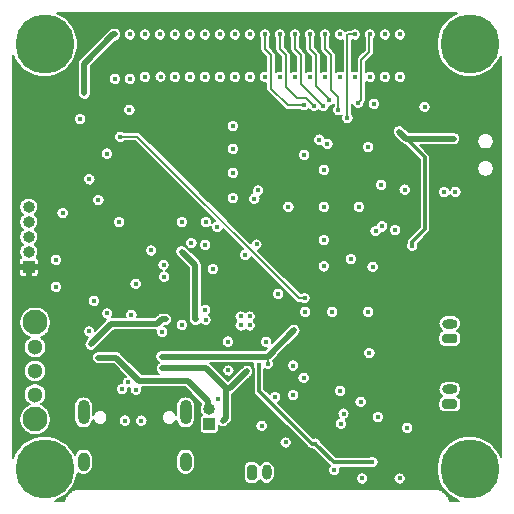
<source format=gbr>
G04 #@! TF.GenerationSoftware,KiCad,Pcbnew,(5.1.6)-1*
G04 #@! TF.CreationDate,2020-10-15T10:09:19+02:00*
G04 #@! TF.ProjectId,DynOSSAT-EDU-EPS,44796e4f-5353-4415-942d-4544552d4550,rev?*
G04 #@! TF.SameCoordinates,Original*
G04 #@! TF.FileFunction,Copper,L3,Inr*
G04 #@! TF.FilePolarity,Positive*
%FSLAX46Y46*%
G04 Gerber Fmt 4.6, Leading zero omitted, Abs format (unit mm)*
G04 Created by KiCad (PCBNEW (5.1.6)-1) date 2020-10-15 10:09:19*
%MOMM*%
%LPD*%
G01*
G04 APERTURE LIST*
G04 #@! TA.AperFunction,ViaPad*
%ADD10C,0.800000*%
G04 #@! TD*
G04 #@! TA.AperFunction,ViaPad*
%ADD11C,5.000000*%
G04 #@! TD*
G04 #@! TA.AperFunction,ViaPad*
%ADD12O,0.800000X1.300000*%
G04 #@! TD*
G04 #@! TA.AperFunction,ViaPad*
%ADD13O,1.300000X0.800000*%
G04 #@! TD*
G04 #@! TA.AperFunction,ViaPad*
%ADD14O,1.000000X1.000000*%
G04 #@! TD*
G04 #@! TA.AperFunction,ViaPad*
%ADD15R,1.000000X1.000000*%
G04 #@! TD*
G04 #@! TA.AperFunction,ViaPad*
%ADD16O,1.000000X1.600000*%
G04 #@! TD*
G04 #@! TA.AperFunction,ViaPad*
%ADD17O,1.000000X2.100000*%
G04 #@! TD*
G04 #@! TA.AperFunction,ViaPad*
%ADD18C,2.100000*%
G04 #@! TD*
G04 #@! TA.AperFunction,ViaPad*
%ADD19C,1.300000*%
G04 #@! TD*
G04 #@! TA.AperFunction,ViaPad*
%ADD20C,0.450000*%
G04 #@! TD*
G04 #@! TA.AperFunction,Conductor*
%ADD21C,0.200000*%
G04 #@! TD*
G04 #@! TA.AperFunction,Conductor*
%ADD22C,0.500000*%
G04 #@! TD*
G04 #@! TA.AperFunction,Conductor*
%ADD23C,0.300000*%
G04 #@! TD*
G04 APERTURE END LIST*
D10*
X227859825Y-86270175D03*
X226534000Y-85721000D03*
X225208175Y-86270175D03*
X224659000Y-87596000D03*
X225208175Y-88921825D03*
X226534000Y-89471000D03*
X227859825Y-88921825D03*
X228409000Y-87596000D03*
D11*
X226534000Y-87596000D03*
D10*
X191859825Y-50270175D03*
X190534000Y-49721000D03*
X189208175Y-50270175D03*
X188659000Y-51596000D03*
X189208175Y-52921825D03*
X190534000Y-53471000D03*
X191859825Y-52921825D03*
X192409000Y-51596000D03*
D11*
X190534000Y-51596000D03*
X226534000Y-51596000D03*
D10*
X228409000Y-51596000D03*
X227859825Y-52921825D03*
X226534000Y-53471000D03*
X225208175Y-52921825D03*
X224659000Y-51596000D03*
X225208175Y-50270175D03*
X226534000Y-49721000D03*
X227859825Y-50270175D03*
D11*
X190534000Y-87596000D03*
D10*
X192409000Y-87596000D03*
X191859825Y-88921825D03*
X190534000Y-89471000D03*
X189208175Y-88921825D03*
X188659000Y-87596000D03*
X189208175Y-86270175D03*
X190534000Y-85721000D03*
X191859825Y-86270175D03*
D12*
X209333400Y-87884000D03*
G04 #@! TA.AperFunction,ViaPad*
G36*
G01*
X207683400Y-88334000D02*
X207683400Y-87434000D01*
G75*
G02*
X207883400Y-87234000I200000J0D01*
G01*
X208283400Y-87234000D01*
G75*
G02*
X208483400Y-87434000I0J-200000D01*
G01*
X208483400Y-88334000D01*
G75*
G02*
X208283400Y-88534000I-200000J0D01*
G01*
X207883400Y-88534000D01*
G75*
G02*
X207683400Y-88334000I0J200000D01*
G01*
G37*
G04 #@! TD.AperFunction*
D13*
X224840800Y-80842800D03*
G04 #@! TA.AperFunction,ViaPad*
G36*
G01*
X225290800Y-82492800D02*
X224390800Y-82492800D01*
G75*
G02*
X224190800Y-82292800I0J200000D01*
G01*
X224190800Y-81892800D01*
G75*
G02*
X224390800Y-81692800I200000J0D01*
G01*
X225290800Y-81692800D01*
G75*
G02*
X225490800Y-81892800I0J-200000D01*
G01*
X225490800Y-82292800D01*
G75*
G02*
X225290800Y-82492800I-200000J0D01*
G01*
G37*
G04 #@! TD.AperFunction*
G04 #@! TA.AperFunction,ViaPad*
G36*
G01*
X225290800Y-76930200D02*
X224390800Y-76930200D01*
G75*
G02*
X224190800Y-76730200I0J200000D01*
G01*
X224190800Y-76330200D01*
G75*
G02*
X224390800Y-76130200I200000J0D01*
G01*
X225290800Y-76130200D01*
G75*
G02*
X225490800Y-76330200I0J-200000D01*
G01*
X225490800Y-76730200D01*
G75*
G02*
X225290800Y-76930200I-200000J0D01*
G01*
G37*
G04 #@! TD.AperFunction*
X224840800Y-75280200D03*
D14*
X204470000Y-82524600D03*
D15*
X204470000Y-83794600D03*
X189204600Y-70485000D03*
D14*
X189204600Y-69215000D03*
X189204600Y-67945000D03*
X189204600Y-66675000D03*
X189204600Y-65405000D03*
D16*
X193836100Y-86971300D03*
D17*
X202480100Y-82791300D03*
D16*
X202476100Y-86971300D03*
D17*
X193840100Y-82791300D03*
D18*
X189738000Y-75184000D03*
D19*
X189738000Y-77284000D03*
X189738000Y-79284000D03*
X189738000Y-81284000D03*
D18*
X189738000Y-83384000D03*
D20*
X195834000Y-74422000D03*
X208915000Y-83947000D03*
X209296000Y-76835000D03*
X210312000Y-72771000D03*
X207518000Y-69469000D03*
X217424000Y-88392000D03*
X220599000Y-88392000D03*
X217297000Y-81915000D03*
X212598000Y-74295000D03*
X214884000Y-74295000D03*
X217932000Y-74295000D03*
X218313000Y-70485000D03*
X194310000Y-75946000D03*
X207899000Y-75438000D03*
X207137000Y-75438000D03*
X207899000Y-74676000D03*
X207137000Y-74676000D03*
X217151799Y-65405000D03*
X211182799Y-65405000D03*
X214179999Y-62255400D03*
X214179999Y-68224400D03*
X214179999Y-65405000D03*
X195808600Y-60883800D03*
X197720799Y-57175400D03*
X206483799Y-64668400D03*
X206483799Y-62509400D03*
X206483799Y-60477400D03*
X206483799Y-58572400D03*
X202165799Y-66700400D03*
X204197799Y-66700400D03*
X191497799Y-69875400D03*
X191497799Y-72161400D03*
X194698199Y-73355200D03*
X198736799Y-83489800D03*
X197339799Y-83489800D03*
X200304400Y-50800000D03*
X215544400Y-50800000D03*
X220624400Y-54400000D03*
X209194400Y-54400000D03*
X199567800Y-69088000D03*
X200660000Y-71297800D03*
X198247000Y-71907400D03*
X216458800Y-69824600D03*
X218744800Y-83210400D03*
X215620600Y-83743800D03*
X205188399Y-81648300D03*
X196850000Y-66700400D03*
X202158600Y-75387200D03*
X204774800Y-70662800D03*
X197891400Y-74549000D03*
X220227761Y-67376439D03*
X206095600Y-79248000D03*
X204165200Y-74955400D03*
X218033600Y-77774800D03*
X215569800Y-80975200D03*
X219024200Y-63525400D03*
X224358200Y-64160400D03*
X194335400Y-63068200D03*
X199034400Y-54400000D03*
X193548000Y-57962800D03*
X222707200Y-56921400D03*
X219125800Y-67044928D03*
X211582000Y-81330800D03*
X218557475Y-67454000D03*
X211586517Y-78830875D03*
X210058000Y-81508600D03*
X214172800Y-70434200D03*
X210947000Y-78714600D03*
X203250800Y-69189600D03*
X211136404Y-69799200D03*
X218313000Y-69037200D03*
X226683600Y-72122000D03*
X217805000Y-62839600D03*
X221665800Y-63830200D03*
X221716600Y-61849000D03*
X225958400Y-61366400D03*
X207515068Y-65376668D03*
X208762600Y-81889600D03*
X205968600Y-86080600D03*
X207594200Y-64096900D03*
X210731100Y-58953400D03*
X197713600Y-69240398D03*
X194767200Y-69265800D03*
X193268600Y-69316600D03*
X220062627Y-56162379D03*
X196494400Y-54547600D03*
X197764400Y-54547600D03*
X196951600Y-59461400D03*
X212547200Y-73126600D03*
X200609200Y-70307200D03*
X194462400Y-77038200D03*
X200787000Y-74930006D03*
X215849200Y-82905600D03*
X221234000Y-84099400D03*
X204139802Y-68605400D03*
X208483200Y-68580000D03*
X225323400Y-64135000D03*
X205155800Y-67081400D03*
X201574400Y-54400000D03*
X201574400Y-50800000D03*
X202844400Y-54400000D03*
X202844400Y-50800000D03*
X204114400Y-54400000D03*
X204114400Y-50800000D03*
X205384400Y-54400000D03*
X205384400Y-50800000D03*
X206654400Y-54400000D03*
X206654400Y-50800000D03*
X207924400Y-54400000D03*
X207924400Y-50800000D03*
X211734400Y-54400000D03*
X213004400Y-54400000D03*
X219354400Y-54400000D03*
X219354400Y-50800000D03*
X220624400Y-50800000D03*
X218084400Y-50800000D03*
X217093800Y-56565800D03*
X216814400Y-50800000D03*
X216179400Y-57886600D03*
X221024460Y-63940200D03*
X212521800Y-60985399D03*
X200355200Y-54368700D03*
X202971400Y-68470000D03*
X210464400Y-54400000D03*
X192065400Y-65918945D03*
X195097391Y-64820811D03*
X200456800Y-78079600D03*
X211658200Y-75844400D03*
X200482200Y-75986010D03*
X210947000Y-85344000D03*
X209423000Y-78689200D03*
X195072000Y-78181200D03*
X218287600Y-87020400D03*
X208686400Y-78816200D03*
X213461600Y-85445600D03*
X212471000Y-79883000D03*
X215061800Y-87655400D03*
X204139800Y-74117200D03*
X206044800Y-76809600D03*
X197618512Y-80245112D03*
X208305400Y-64693800D03*
X208610198Y-64008000D03*
X198272400Y-80873600D03*
X197104000Y-80822800D03*
X205638400Y-83489800D03*
X200482200Y-79070200D03*
X202158600Y-69189600D03*
X207670400Y-79324200D03*
X203327000Y-74929970D03*
X221665800Y-68681600D03*
X214274400Y-54400000D03*
X215544400Y-54400000D03*
X197764400Y-50800000D03*
X196494400Y-50800000D03*
X220548200Y-59029600D03*
X217932000Y-60350400D03*
X225196400Y-59639200D03*
X193903600Y-55793400D03*
X199034400Y-50800000D03*
X213004400Y-50800000D03*
X213804500Y-59702700D03*
X214655400Y-56337200D03*
X214274400Y-50800000D03*
X214477600Y-60071000D03*
X215417400Y-57200800D03*
X209194400Y-50800000D03*
X212474186Y-56790797D03*
X211734400Y-50800000D03*
X214147400Y-56845200D03*
X216814400Y-54400000D03*
X218414600Y-56667400D03*
X218084400Y-54381396D03*
X210464400Y-50800000D03*
X213334600Y-56819800D03*
D21*
X212252798Y-73126600D02*
X212547200Y-73126600D01*
X212064600Y-73126600D02*
X212547200Y-73126600D01*
X196951600Y-59461400D02*
X198399400Y-59461400D01*
X198399400Y-59461400D02*
X212064600Y-73126600D01*
D22*
X200087808Y-75311000D02*
X200468802Y-74930006D01*
X200468802Y-74930006D02*
X200787000Y-74930006D01*
X194462400Y-77038200D02*
X196189600Y-75311000D01*
X196189600Y-75311000D02*
X200087808Y-75311000D01*
D21*
X218033600Y-50850800D02*
X218033600Y-52273200D01*
X217318799Y-56340801D02*
X217093800Y-56565800D01*
X218084400Y-50800000D02*
X218033600Y-50850800D01*
X218033600Y-52273200D02*
X217356199Y-52950601D01*
X217356199Y-52950601D02*
X217356199Y-56303401D01*
X217356199Y-56303401D02*
X217318799Y-56340801D01*
X216179400Y-50860000D02*
X216179400Y-57886600D01*
X216814400Y-50800000D02*
X216239400Y-50800000D01*
X216239400Y-50800000D02*
X216179400Y-50860000D01*
D22*
X200456800Y-78079600D02*
X209423000Y-78079600D01*
X209423000Y-78079600D02*
X211658200Y-75844400D01*
D21*
X209423000Y-78079600D02*
X209423000Y-78689200D01*
D22*
X198560923Y-80122399D02*
X196619724Y-78181200D01*
X195390198Y-78181200D02*
X195072000Y-78181200D01*
X204368400Y-81817494D02*
X202673305Y-80122399D01*
X202673305Y-80122399D02*
X198560923Y-80122399D01*
X196619724Y-78181200D02*
X195390198Y-78181200D01*
X204368400Y-82524600D02*
X204368400Y-81817494D01*
D23*
X213143402Y-85445600D02*
X213461600Y-85445600D01*
X218287600Y-87020400D02*
X215036400Y-87020400D01*
X208686400Y-78816200D02*
X208686400Y-80988598D01*
X215036400Y-87020400D02*
X213461600Y-85445600D01*
X208686400Y-80988598D02*
X213143402Y-85445600D01*
D22*
X205863399Y-83264801D02*
X205863399Y-80717599D01*
X205638400Y-83489800D02*
X205863399Y-83264801D01*
X205863399Y-80717599D02*
X204216000Y-79070200D01*
X204216000Y-79070200D02*
X200482200Y-79070200D01*
X205863399Y-80717599D02*
X206277001Y-80717599D01*
X207445401Y-79549199D02*
X207670400Y-79324200D01*
X206277001Y-80717599D02*
X207445401Y-79549199D01*
X203327000Y-74930000D02*
X203301600Y-74904600D01*
X203301600Y-70332600D02*
X202158600Y-69189600D01*
X203301600Y-74904600D02*
X203301600Y-70332600D01*
D23*
X220773199Y-59254599D02*
X220548200Y-59029600D01*
X222732600Y-61214000D02*
X220773199Y-59254599D01*
X221665800Y-68681600D02*
X221665800Y-68363402D01*
X222732600Y-67296602D02*
X222732600Y-61214000D01*
X221665800Y-68363402D02*
X222732600Y-67296602D01*
D22*
X221157800Y-59639200D02*
X220548200Y-59029600D01*
X225196400Y-59639200D02*
X221157800Y-59639200D01*
X196494400Y-50800000D02*
X196367400Y-50800000D01*
X196367400Y-50800000D02*
X193903600Y-53263800D01*
X193903600Y-53263800D02*
X193903600Y-55793400D01*
D21*
X213004400Y-52050000D02*
X213004400Y-50800000D01*
X213529401Y-52575001D02*
X213004400Y-52050000D01*
X213529401Y-55173101D02*
X213529401Y-52575001D01*
X214655400Y-56337200D02*
X214655400Y-56299100D01*
X214655400Y-56299100D02*
X213529401Y-55173101D01*
X214799401Y-52575001D02*
X214274400Y-52050000D01*
X214274400Y-52050000D02*
X214274400Y-50800000D01*
X214799401Y-55477901D02*
X214799401Y-52575001D01*
X215417400Y-57200800D02*
X215417400Y-56095900D01*
X215417400Y-56095900D02*
X214799401Y-55477901D01*
X209194400Y-52050000D02*
X209194400Y-50800000D01*
X209719401Y-55389001D02*
X209719401Y-52575001D01*
X212474186Y-56790797D02*
X211121197Y-56790797D01*
X209719401Y-52575001D02*
X209194400Y-52050000D01*
X211121197Y-56790797D02*
X209719401Y-55389001D01*
X211734400Y-52050000D02*
X211734400Y-50800000D01*
X212259401Y-52575001D02*
X211734400Y-52050000D01*
X212259401Y-54957201D02*
X212259401Y-52575001D01*
X214147400Y-56845200D02*
X212259401Y-54957201D01*
X213334600Y-56819800D02*
X212674200Y-56159400D01*
X212674200Y-56159400D02*
X211937600Y-56159400D01*
X210464400Y-52050000D02*
X210464400Y-50800000D01*
X210989401Y-55211201D02*
X210989401Y-52575001D01*
X210989401Y-52575001D02*
X210464400Y-52050000D01*
X211937600Y-56159400D02*
X210989401Y-55211201D01*
G36*
X225207703Y-49114672D02*
G01*
X224749104Y-49421098D01*
X224359098Y-49811104D01*
X224052672Y-50269703D01*
X223841602Y-50779270D01*
X223734000Y-51320224D01*
X223734000Y-51871776D01*
X223841602Y-52412730D01*
X224052672Y-52922297D01*
X224359098Y-53380896D01*
X224749104Y-53770902D01*
X225207703Y-54077328D01*
X225717270Y-54288398D01*
X226258224Y-54396000D01*
X226809776Y-54396000D01*
X227350730Y-54288398D01*
X227860297Y-54077328D01*
X228318896Y-53770902D01*
X228708902Y-53380896D01*
X229015328Y-52922297D01*
X229150400Y-52596205D01*
X229150401Y-86595797D01*
X229015328Y-86269703D01*
X228708902Y-85811104D01*
X228318896Y-85421098D01*
X227860297Y-85114672D01*
X227350730Y-84903602D01*
X226809776Y-84796000D01*
X226258224Y-84796000D01*
X225717270Y-84903602D01*
X225207703Y-85114672D01*
X224749104Y-85421098D01*
X224359098Y-85811104D01*
X224052672Y-86269703D01*
X223841602Y-86779270D01*
X223734000Y-87320224D01*
X223734000Y-87871776D01*
X223841602Y-88412730D01*
X224052672Y-88922297D01*
X224359098Y-89380896D01*
X224749104Y-89770902D01*
X225207703Y-90077328D01*
X225656437Y-90263200D01*
X224843692Y-90263200D01*
X224805492Y-90139794D01*
X224792320Y-90108459D01*
X224779589Y-90076949D01*
X224777131Y-90072325D01*
X224684307Y-89900649D01*
X224665300Y-89872470D01*
X224646689Y-89844030D01*
X224643380Y-89839972D01*
X224518976Y-89689594D01*
X224494830Y-89665616D01*
X224471079Y-89641363D01*
X224467045Y-89638025D01*
X224315803Y-89514675D01*
X224287490Y-89495864D01*
X224259450Y-89476664D01*
X224254844Y-89474174D01*
X224082521Y-89382548D01*
X224051086Y-89369592D01*
X224019859Y-89356208D01*
X224014857Y-89354659D01*
X223828021Y-89298250D01*
X223794673Y-89291647D01*
X223761435Y-89284582D01*
X223756227Y-89284035D01*
X223561994Y-89264990D01*
X223561993Y-89264990D01*
X223543818Y-89263200D01*
X193505236Y-89263203D01*
X193489020Y-89264800D01*
X193484431Y-89264768D01*
X193479220Y-89265278D01*
X193285123Y-89285679D01*
X193251759Y-89292528D01*
X193218445Y-89298883D01*
X193213436Y-89300395D01*
X193213430Y-89300396D01*
X193213424Y-89300398D01*
X193026994Y-89358108D01*
X192995659Y-89371280D01*
X192964149Y-89384011D01*
X192959525Y-89386469D01*
X192787849Y-89479293D01*
X192759670Y-89498300D01*
X192731230Y-89516911D01*
X192727172Y-89520220D01*
X192576794Y-89644624D01*
X192552816Y-89668770D01*
X192528563Y-89692521D01*
X192525225Y-89696555D01*
X192401875Y-89847797D01*
X192383064Y-89876110D01*
X192363864Y-89904150D01*
X192361374Y-89908756D01*
X192269748Y-90081079D01*
X192256792Y-90112514D01*
X192243408Y-90143741D01*
X192241859Y-90148743D01*
X192207302Y-90263200D01*
X191411563Y-90263200D01*
X191860297Y-90077328D01*
X192318896Y-89770902D01*
X192708902Y-89380896D01*
X193015328Y-88922297D01*
X193226398Y-88412730D01*
X193330174Y-87891010D01*
X193389495Y-87939693D01*
X193528473Y-88013979D01*
X193679274Y-88059724D01*
X193836100Y-88075170D01*
X193992927Y-88059724D01*
X194143728Y-88013979D01*
X194282706Y-87939693D01*
X194404522Y-87839722D01*
X194504493Y-87717906D01*
X194578779Y-87578928D01*
X194624524Y-87428127D01*
X194636100Y-87310593D01*
X194636100Y-86632008D01*
X201676100Y-86632008D01*
X201676100Y-87310593D01*
X201687676Y-87428127D01*
X201733421Y-87578928D01*
X201807708Y-87717906D01*
X201907679Y-87839722D01*
X202029495Y-87939693D01*
X202168473Y-88013979D01*
X202319274Y-88059724D01*
X202476100Y-88075170D01*
X202632927Y-88059724D01*
X202783728Y-88013979D01*
X202922706Y-87939693D01*
X203044522Y-87839722D01*
X203144493Y-87717906D01*
X203218779Y-87578928D01*
X203262742Y-87434000D01*
X207381949Y-87434000D01*
X207381949Y-88334000D01*
X207391584Y-88431828D01*
X207420120Y-88525897D01*
X207466459Y-88612591D01*
X207528821Y-88688579D01*
X207604809Y-88750941D01*
X207691503Y-88797280D01*
X207785572Y-88825816D01*
X207883400Y-88835451D01*
X208283400Y-88835451D01*
X208381228Y-88825816D01*
X208475297Y-88797280D01*
X208561991Y-88750941D01*
X208637979Y-88688579D01*
X208700341Y-88612591D01*
X208746680Y-88525897D01*
X208747575Y-88522947D01*
X208748555Y-88524781D01*
X208836031Y-88631370D01*
X208942620Y-88718845D01*
X209064226Y-88783845D01*
X209196177Y-88823872D01*
X209333400Y-88837387D01*
X209470624Y-88823872D01*
X209602575Y-88783845D01*
X209724181Y-88718845D01*
X209830770Y-88631370D01*
X209918245Y-88524781D01*
X209983245Y-88403175D01*
X210002320Y-88340292D01*
X216899000Y-88340292D01*
X216899000Y-88443708D01*
X216919176Y-88545137D01*
X216958751Y-88640681D01*
X217016206Y-88726668D01*
X217089332Y-88799794D01*
X217175319Y-88857249D01*
X217270863Y-88896824D01*
X217372292Y-88917000D01*
X217475708Y-88917000D01*
X217577137Y-88896824D01*
X217672681Y-88857249D01*
X217758668Y-88799794D01*
X217831794Y-88726668D01*
X217889249Y-88640681D01*
X217928824Y-88545137D01*
X217949000Y-88443708D01*
X217949000Y-88340292D01*
X220074000Y-88340292D01*
X220074000Y-88443708D01*
X220094176Y-88545137D01*
X220133751Y-88640681D01*
X220191206Y-88726668D01*
X220264332Y-88799794D01*
X220350319Y-88857249D01*
X220445863Y-88896824D01*
X220547292Y-88917000D01*
X220650708Y-88917000D01*
X220752137Y-88896824D01*
X220847681Y-88857249D01*
X220933668Y-88799794D01*
X221006794Y-88726668D01*
X221064249Y-88640681D01*
X221103824Y-88545137D01*
X221124000Y-88443708D01*
X221124000Y-88340292D01*
X221103824Y-88238863D01*
X221064249Y-88143319D01*
X221006794Y-88057332D01*
X220933668Y-87984206D01*
X220847681Y-87926751D01*
X220752137Y-87887176D01*
X220650708Y-87867000D01*
X220547292Y-87867000D01*
X220445863Y-87887176D01*
X220350319Y-87926751D01*
X220264332Y-87984206D01*
X220191206Y-88057332D01*
X220133751Y-88143319D01*
X220094176Y-88238863D01*
X220074000Y-88340292D01*
X217949000Y-88340292D01*
X217928824Y-88238863D01*
X217889249Y-88143319D01*
X217831794Y-88057332D01*
X217758668Y-87984206D01*
X217672681Y-87926751D01*
X217577137Y-87887176D01*
X217475708Y-87867000D01*
X217372292Y-87867000D01*
X217270863Y-87887176D01*
X217175319Y-87926751D01*
X217089332Y-87984206D01*
X217016206Y-88057332D01*
X216958751Y-88143319D01*
X216919176Y-88238863D01*
X216899000Y-88340292D01*
X210002320Y-88340292D01*
X210023272Y-88271224D01*
X210033400Y-88168390D01*
X210033400Y-87599610D01*
X210023272Y-87496776D01*
X209983245Y-87364825D01*
X209918245Y-87243219D01*
X209830769Y-87136630D01*
X209724180Y-87049155D01*
X209602574Y-86984155D01*
X209470623Y-86944128D01*
X209333400Y-86930613D01*
X209196176Y-86944128D01*
X209064225Y-86984155D01*
X208942619Y-87049155D01*
X208836030Y-87136631D01*
X208748555Y-87243220D01*
X208747575Y-87245053D01*
X208746680Y-87242103D01*
X208700341Y-87155409D01*
X208637979Y-87079421D01*
X208561991Y-87017059D01*
X208475297Y-86970720D01*
X208381228Y-86942184D01*
X208283400Y-86932549D01*
X207883400Y-86932549D01*
X207785572Y-86942184D01*
X207691503Y-86970720D01*
X207604809Y-87017059D01*
X207528821Y-87079421D01*
X207466459Y-87155409D01*
X207420120Y-87242103D01*
X207391584Y-87336172D01*
X207381949Y-87434000D01*
X203262742Y-87434000D01*
X203264524Y-87428127D01*
X203276100Y-87310593D01*
X203276100Y-86632007D01*
X203264524Y-86514473D01*
X203218779Y-86363672D01*
X203144493Y-86224694D01*
X203044522Y-86102878D01*
X202922705Y-86002907D01*
X202783727Y-85928621D01*
X202632926Y-85882876D01*
X202476100Y-85867430D01*
X202319273Y-85882876D01*
X202168472Y-85928621D01*
X202029494Y-86002907D01*
X201907678Y-86102878D01*
X201807707Y-86224695D01*
X201733421Y-86363673D01*
X201687676Y-86514474D01*
X201676100Y-86632008D01*
X194636100Y-86632008D01*
X194636100Y-86632007D01*
X194624524Y-86514473D01*
X194578779Y-86363672D01*
X194504493Y-86224694D01*
X194404522Y-86102878D01*
X194282705Y-86002907D01*
X194143727Y-85928621D01*
X193992926Y-85882876D01*
X193836100Y-85867430D01*
X193679273Y-85882876D01*
X193528472Y-85928621D01*
X193389494Y-86002907D01*
X193267678Y-86102878D01*
X193167707Y-86224695D01*
X193093421Y-86363673D01*
X193076862Y-86418260D01*
X193015328Y-86269703D01*
X192708902Y-85811104D01*
X192318896Y-85421098D01*
X192126125Y-85292292D01*
X210422000Y-85292292D01*
X210422000Y-85395708D01*
X210442176Y-85497137D01*
X210481751Y-85592681D01*
X210539206Y-85678668D01*
X210612332Y-85751794D01*
X210698319Y-85809249D01*
X210793863Y-85848824D01*
X210895292Y-85869000D01*
X210998708Y-85869000D01*
X211100137Y-85848824D01*
X211195681Y-85809249D01*
X211281668Y-85751794D01*
X211354794Y-85678668D01*
X211412249Y-85592681D01*
X211451824Y-85497137D01*
X211472000Y-85395708D01*
X211472000Y-85292292D01*
X211451824Y-85190863D01*
X211412249Y-85095319D01*
X211354794Y-85009332D01*
X211281668Y-84936206D01*
X211195681Y-84878751D01*
X211100137Y-84839176D01*
X210998708Y-84819000D01*
X210895292Y-84819000D01*
X210793863Y-84839176D01*
X210698319Y-84878751D01*
X210612332Y-84936206D01*
X210539206Y-85009332D01*
X210481751Y-85095319D01*
X210442176Y-85190863D01*
X210422000Y-85292292D01*
X192126125Y-85292292D01*
X191860297Y-85114672D01*
X191350730Y-84903602D01*
X190809776Y-84796000D01*
X190258224Y-84796000D01*
X189717270Y-84903602D01*
X189207703Y-85114672D01*
X188749104Y-85421098D01*
X188359098Y-85811104D01*
X188052672Y-86269703D01*
X187900400Y-86637319D01*
X187900400Y-83251037D01*
X188388000Y-83251037D01*
X188388000Y-83516963D01*
X188439880Y-83777780D01*
X188541646Y-84023465D01*
X188689387Y-84244575D01*
X188877425Y-84432613D01*
X189098535Y-84580354D01*
X189344220Y-84682120D01*
X189605037Y-84734000D01*
X189870963Y-84734000D01*
X190131780Y-84682120D01*
X190377465Y-84580354D01*
X190598575Y-84432613D01*
X190786613Y-84244575D01*
X190934354Y-84023465D01*
X191036120Y-83777780D01*
X191088000Y-83516963D01*
X191088000Y-83251037D01*
X191036120Y-82990220D01*
X190934354Y-82744535D01*
X190786613Y-82523425D01*
X190598575Y-82335387D01*
X190398960Y-82202008D01*
X193040100Y-82202008D01*
X193040101Y-83380593D01*
X193051677Y-83498127D01*
X193097422Y-83648928D01*
X193171708Y-83787906D01*
X193271679Y-83909722D01*
X193393495Y-84009693D01*
X193532473Y-84083979D01*
X193683274Y-84129724D01*
X193840100Y-84145170D01*
X193996927Y-84129724D01*
X194147728Y-84083979D01*
X194286706Y-84009693D01*
X194408522Y-83909722D01*
X194508493Y-83787906D01*
X194582779Y-83648928D01*
X194628524Y-83498127D01*
X194636350Y-83418664D01*
X194683232Y-83531848D01*
X194751631Y-83634214D01*
X194838686Y-83721269D01*
X194941052Y-83789668D01*
X195054794Y-83836781D01*
X195175543Y-83860800D01*
X195298657Y-83860800D01*
X195419406Y-83836781D01*
X195533148Y-83789668D01*
X195635514Y-83721269D01*
X195722569Y-83634214D01*
X195790968Y-83531848D01*
X195829802Y-83438092D01*
X196814799Y-83438092D01*
X196814799Y-83541508D01*
X196834975Y-83642937D01*
X196874550Y-83738481D01*
X196932005Y-83824468D01*
X197005131Y-83897594D01*
X197091118Y-83955049D01*
X197186662Y-83994624D01*
X197288091Y-84014800D01*
X197391507Y-84014800D01*
X197492936Y-83994624D01*
X197588480Y-83955049D01*
X197674467Y-83897594D01*
X197747593Y-83824468D01*
X197805048Y-83738481D01*
X197844623Y-83642937D01*
X197864799Y-83541508D01*
X197864799Y-83438092D01*
X198211799Y-83438092D01*
X198211799Y-83541508D01*
X198231975Y-83642937D01*
X198271550Y-83738481D01*
X198329005Y-83824468D01*
X198402131Y-83897594D01*
X198488118Y-83955049D01*
X198583662Y-83994624D01*
X198685091Y-84014800D01*
X198788507Y-84014800D01*
X198889936Y-83994624D01*
X198985480Y-83955049D01*
X199071467Y-83897594D01*
X199144593Y-83824468D01*
X199202048Y-83738481D01*
X199241623Y-83642937D01*
X199261799Y-83541508D01*
X199261799Y-83438092D01*
X199241623Y-83336663D01*
X199202048Y-83241119D01*
X199157363Y-83174243D01*
X200454100Y-83174243D01*
X200454100Y-83297357D01*
X200478119Y-83418106D01*
X200525232Y-83531848D01*
X200593631Y-83634214D01*
X200680686Y-83721269D01*
X200783052Y-83789668D01*
X200896794Y-83836781D01*
X201017543Y-83860800D01*
X201140657Y-83860800D01*
X201261406Y-83836781D01*
X201375148Y-83789668D01*
X201477514Y-83721269D01*
X201564569Y-83634214D01*
X201632968Y-83531848D01*
X201680081Y-83418106D01*
X201682566Y-83405616D01*
X201691677Y-83498127D01*
X201737422Y-83648928D01*
X201811708Y-83787906D01*
X201911679Y-83909722D01*
X202033495Y-84009693D01*
X202172473Y-84083979D01*
X202323274Y-84129724D01*
X202480100Y-84145170D01*
X202636927Y-84129724D01*
X202787728Y-84083979D01*
X202926706Y-84009693D01*
X203048522Y-83909722D01*
X203148493Y-83787906D01*
X203222779Y-83648928D01*
X203268524Y-83498127D01*
X203280100Y-83380593D01*
X203280100Y-82202007D01*
X203268524Y-82084473D01*
X203222779Y-81933672D01*
X203148493Y-81794694D01*
X203048522Y-81672878D01*
X202926705Y-81572907D01*
X202787727Y-81498621D01*
X202636926Y-81452876D01*
X202480100Y-81437430D01*
X202323273Y-81452876D01*
X202172472Y-81498621D01*
X202033494Y-81572907D01*
X201911678Y-81672878D01*
X201811707Y-81794695D01*
X201737421Y-81933673D01*
X201691676Y-82084474D01*
X201680100Y-82202008D01*
X201680101Y-83053593D01*
X201680081Y-83053494D01*
X201632968Y-82939752D01*
X201564569Y-82837386D01*
X201477514Y-82750331D01*
X201375148Y-82681932D01*
X201261406Y-82634819D01*
X201140657Y-82610800D01*
X201017543Y-82610800D01*
X200896794Y-82634819D01*
X200783052Y-82681932D01*
X200680686Y-82750331D01*
X200593631Y-82837386D01*
X200525232Y-82939752D01*
X200478119Y-83053494D01*
X200454100Y-83174243D01*
X199157363Y-83174243D01*
X199144593Y-83155132D01*
X199071467Y-83082006D01*
X198985480Y-83024551D01*
X198889936Y-82984976D01*
X198788507Y-82964800D01*
X198685091Y-82964800D01*
X198583662Y-82984976D01*
X198488118Y-83024551D01*
X198402131Y-83082006D01*
X198329005Y-83155132D01*
X198271550Y-83241119D01*
X198231975Y-83336663D01*
X198211799Y-83438092D01*
X197864799Y-83438092D01*
X197844623Y-83336663D01*
X197805048Y-83241119D01*
X197747593Y-83155132D01*
X197674467Y-83082006D01*
X197588480Y-83024551D01*
X197492936Y-82984976D01*
X197391507Y-82964800D01*
X197288091Y-82964800D01*
X197186662Y-82984976D01*
X197091118Y-83024551D01*
X197005131Y-83082006D01*
X196932005Y-83155132D01*
X196874550Y-83241119D01*
X196834975Y-83336663D01*
X196814799Y-83438092D01*
X195829802Y-83438092D01*
X195838081Y-83418106D01*
X195862100Y-83297357D01*
X195862100Y-83174243D01*
X195838081Y-83053494D01*
X195790968Y-82939752D01*
X195722569Y-82837386D01*
X195635514Y-82750331D01*
X195533148Y-82681932D01*
X195419406Y-82634819D01*
X195298657Y-82610800D01*
X195175543Y-82610800D01*
X195054794Y-82634819D01*
X194941052Y-82681932D01*
X194838686Y-82750331D01*
X194751631Y-82837386D01*
X194683232Y-82939752D01*
X194640100Y-83043883D01*
X194640100Y-82202007D01*
X194628524Y-82084473D01*
X194582779Y-81933672D01*
X194508493Y-81794694D01*
X194408522Y-81672878D01*
X194286705Y-81572907D01*
X194147727Y-81498621D01*
X193996926Y-81452876D01*
X193840100Y-81437430D01*
X193683273Y-81452876D01*
X193532472Y-81498621D01*
X193393494Y-81572907D01*
X193271678Y-81672878D01*
X193171707Y-81794695D01*
X193097421Y-81933673D01*
X193051676Y-82084474D01*
X193040100Y-82202008D01*
X190398960Y-82202008D01*
X190377465Y-82187646D01*
X190203436Y-82115561D01*
X190343590Y-82021913D01*
X190475913Y-81889590D01*
X190579879Y-81733994D01*
X190651492Y-81561105D01*
X190688000Y-81377567D01*
X190688000Y-81190433D01*
X190651492Y-81006895D01*
X190579879Y-80834006D01*
X190475913Y-80678410D01*
X190343590Y-80546087D01*
X190187994Y-80442121D01*
X190015105Y-80370508D01*
X189831567Y-80334000D01*
X189644433Y-80334000D01*
X189460895Y-80370508D01*
X189288006Y-80442121D01*
X189132410Y-80546087D01*
X189000087Y-80678410D01*
X188896121Y-80834006D01*
X188824508Y-81006895D01*
X188788000Y-81190433D01*
X188788000Y-81377567D01*
X188824508Y-81561105D01*
X188896121Y-81733994D01*
X189000087Y-81889590D01*
X189132410Y-82021913D01*
X189272564Y-82115561D01*
X189098535Y-82187646D01*
X188877425Y-82335387D01*
X188689387Y-82523425D01*
X188541646Y-82744535D01*
X188439880Y-82990220D01*
X188388000Y-83251037D01*
X187900400Y-83251037D01*
X187900400Y-79190433D01*
X188788000Y-79190433D01*
X188788000Y-79377567D01*
X188824508Y-79561105D01*
X188896121Y-79733994D01*
X189000087Y-79889590D01*
X189132410Y-80021913D01*
X189288006Y-80125879D01*
X189460895Y-80197492D01*
X189644433Y-80234000D01*
X189831567Y-80234000D01*
X190015105Y-80197492D01*
X190187994Y-80125879D01*
X190343590Y-80021913D01*
X190475913Y-79889590D01*
X190579879Y-79733994D01*
X190651492Y-79561105D01*
X190688000Y-79377567D01*
X190688000Y-79190433D01*
X190651492Y-79006895D01*
X190579879Y-78834006D01*
X190475913Y-78678410D01*
X190343590Y-78546087D01*
X190187994Y-78442121D01*
X190015105Y-78370508D01*
X189831567Y-78334000D01*
X189644433Y-78334000D01*
X189460895Y-78370508D01*
X189288006Y-78442121D01*
X189132410Y-78546087D01*
X189000087Y-78678410D01*
X188896121Y-78834006D01*
X188824508Y-79006895D01*
X188788000Y-79190433D01*
X187900400Y-79190433D01*
X187900400Y-75051037D01*
X188388000Y-75051037D01*
X188388000Y-75316963D01*
X188439880Y-75577780D01*
X188541646Y-75823465D01*
X188689387Y-76044575D01*
X188877425Y-76232613D01*
X189098535Y-76380354D01*
X189272564Y-76452439D01*
X189132410Y-76546087D01*
X189000087Y-76678410D01*
X188896121Y-76834006D01*
X188824508Y-77006895D01*
X188788000Y-77190433D01*
X188788000Y-77377567D01*
X188824508Y-77561105D01*
X188896121Y-77733994D01*
X189000087Y-77889590D01*
X189132410Y-78021913D01*
X189288006Y-78125879D01*
X189460895Y-78197492D01*
X189644433Y-78234000D01*
X189831567Y-78234000D01*
X190015105Y-78197492D01*
X190054437Y-78181200D01*
X194519339Y-78181200D01*
X194529958Y-78289019D01*
X194561408Y-78392694D01*
X194612479Y-78488242D01*
X194681210Y-78571990D01*
X194764958Y-78640721D01*
X194860506Y-78691792D01*
X194964181Y-78723242D01*
X195044982Y-78731200D01*
X196391907Y-78731200D01*
X197419851Y-79759144D01*
X197369831Y-79779863D01*
X197283844Y-79837318D01*
X197210718Y-79910444D01*
X197153263Y-79996431D01*
X197113688Y-80091975D01*
X197093512Y-80193404D01*
X197093512Y-80296820D01*
X197093707Y-80297800D01*
X197052292Y-80297800D01*
X196950863Y-80317976D01*
X196855319Y-80357551D01*
X196769332Y-80415006D01*
X196696206Y-80488132D01*
X196638751Y-80574119D01*
X196599176Y-80669663D01*
X196579000Y-80771092D01*
X196579000Y-80874508D01*
X196599176Y-80975937D01*
X196638751Y-81071481D01*
X196696206Y-81157468D01*
X196769332Y-81230594D01*
X196855319Y-81288049D01*
X196950863Y-81327624D01*
X197052292Y-81347800D01*
X197155708Y-81347800D01*
X197257137Y-81327624D01*
X197352681Y-81288049D01*
X197438668Y-81230594D01*
X197511794Y-81157468D01*
X197569249Y-81071481D01*
X197608824Y-80975937D01*
X197629000Y-80874508D01*
X197629000Y-80771092D01*
X197628805Y-80770112D01*
X197670220Y-80770112D01*
X197761304Y-80751994D01*
X197747400Y-80821892D01*
X197747400Y-80925308D01*
X197767576Y-81026737D01*
X197807151Y-81122281D01*
X197864606Y-81208268D01*
X197937732Y-81281394D01*
X198023719Y-81338849D01*
X198119263Y-81378424D01*
X198220692Y-81398600D01*
X198324108Y-81398600D01*
X198425537Y-81378424D01*
X198521081Y-81338849D01*
X198607068Y-81281394D01*
X198680194Y-81208268D01*
X198737649Y-81122281D01*
X198777224Y-81026737D01*
X198797400Y-80925308D01*
X198797400Y-80821892D01*
X198777224Y-80720463D01*
X198757316Y-80672399D01*
X202445488Y-80672399D01*
X203818400Y-82045312D01*
X203818400Y-82059826D01*
X203761049Y-82145658D01*
X203700743Y-82291249D01*
X203670000Y-82445807D01*
X203670000Y-82603393D01*
X203700743Y-82757951D01*
X203761049Y-82903542D01*
X203841093Y-83023337D01*
X203802523Y-83043953D01*
X203756842Y-83081442D01*
X203719353Y-83127123D01*
X203691496Y-83179240D01*
X203674341Y-83235790D01*
X203668549Y-83294600D01*
X203668549Y-84294600D01*
X203674341Y-84353410D01*
X203691496Y-84409960D01*
X203719353Y-84462077D01*
X203756842Y-84507758D01*
X203802523Y-84545247D01*
X203854640Y-84573104D01*
X203911190Y-84590259D01*
X203970000Y-84596051D01*
X204970000Y-84596051D01*
X205028810Y-84590259D01*
X205085360Y-84573104D01*
X205137477Y-84545247D01*
X205183158Y-84507758D01*
X205220647Y-84462077D01*
X205248504Y-84409960D01*
X205265659Y-84353410D01*
X205271451Y-84294600D01*
X205271451Y-83900156D01*
X205331358Y-83949321D01*
X205426906Y-84000391D01*
X205530582Y-84031841D01*
X205638400Y-84042460D01*
X205746218Y-84031841D01*
X205849894Y-84000391D01*
X205945442Y-83949321D01*
X206008204Y-83897813D01*
X206010724Y-83895292D01*
X208390000Y-83895292D01*
X208390000Y-83998708D01*
X208410176Y-84100137D01*
X208449751Y-84195681D01*
X208507206Y-84281668D01*
X208580332Y-84354794D01*
X208666319Y-84412249D01*
X208761863Y-84451824D01*
X208863292Y-84472000D01*
X208966708Y-84472000D01*
X209068137Y-84451824D01*
X209163681Y-84412249D01*
X209249668Y-84354794D01*
X209322794Y-84281668D01*
X209380249Y-84195681D01*
X209419824Y-84100137D01*
X209440000Y-83998708D01*
X209440000Y-83895292D01*
X209419824Y-83793863D01*
X209380249Y-83698319D01*
X209322794Y-83612332D01*
X209249668Y-83539206D01*
X209163681Y-83481751D01*
X209068137Y-83442176D01*
X208966708Y-83422000D01*
X208863292Y-83422000D01*
X208761863Y-83442176D01*
X208666319Y-83481751D01*
X208580332Y-83539206D01*
X208507206Y-83612332D01*
X208449751Y-83698319D01*
X208410176Y-83793863D01*
X208390000Y-83895292D01*
X206010724Y-83895292D01*
X206233198Y-83672818D01*
X206254189Y-83655591D01*
X206322920Y-83571843D01*
X206373991Y-83476295D01*
X206405441Y-83372620D01*
X206413399Y-83291819D01*
X206413399Y-83291812D01*
X206416059Y-83264801D01*
X206413399Y-83237790D01*
X206413399Y-81250972D01*
X206488495Y-81228191D01*
X206584043Y-81177120D01*
X206667791Y-81108389D01*
X206685014Y-81087403D01*
X207853414Y-79919004D01*
X207853419Y-79918998D01*
X208078413Y-79694003D01*
X208129921Y-79631241D01*
X208180992Y-79535694D01*
X208212442Y-79432019D01*
X208223060Y-79324200D01*
X208212442Y-79216381D01*
X208180992Y-79112706D01*
X208129921Y-79017158D01*
X208061190Y-78933410D01*
X207977442Y-78864679D01*
X207881894Y-78813608D01*
X207778219Y-78782158D01*
X207670400Y-78771540D01*
X207562581Y-78782158D01*
X207458906Y-78813608D01*
X207363359Y-78864679D01*
X207300597Y-78916187D01*
X207075602Y-79141181D01*
X207075596Y-79141186D01*
X206070200Y-80146582D01*
X205119910Y-79196292D01*
X205570600Y-79196292D01*
X205570600Y-79299708D01*
X205590776Y-79401137D01*
X205630351Y-79496681D01*
X205687806Y-79582668D01*
X205760932Y-79655794D01*
X205846919Y-79713249D01*
X205942463Y-79752824D01*
X206043892Y-79773000D01*
X206147308Y-79773000D01*
X206248737Y-79752824D01*
X206344281Y-79713249D01*
X206430268Y-79655794D01*
X206503394Y-79582668D01*
X206560849Y-79496681D01*
X206600424Y-79401137D01*
X206620600Y-79299708D01*
X206620600Y-79196292D01*
X206600424Y-79094863D01*
X206560849Y-78999319D01*
X206503394Y-78913332D01*
X206430268Y-78840206D01*
X206344281Y-78782751D01*
X206248737Y-78743176D01*
X206147308Y-78723000D01*
X206043892Y-78723000D01*
X205942463Y-78743176D01*
X205846919Y-78782751D01*
X205760932Y-78840206D01*
X205687806Y-78913332D01*
X205630351Y-78999319D01*
X205590776Y-79094863D01*
X205570600Y-79196292D01*
X205119910Y-79196292D01*
X204624013Y-78700396D01*
X204606790Y-78679410D01*
X204546097Y-78629600D01*
X208195437Y-78629600D01*
X208181576Y-78663063D01*
X208161400Y-78764492D01*
X208161400Y-78867908D01*
X208181576Y-78969337D01*
X208221151Y-79064881D01*
X208236400Y-79087703D01*
X208236401Y-80966494D01*
X208234224Y-80988598D01*
X208242912Y-81076813D01*
X208268643Y-81161638D01*
X208310429Y-81239814D01*
X208352572Y-81291165D01*
X208352577Y-81291170D01*
X208366664Y-81308335D01*
X208383829Y-81322422D01*
X212809578Y-85748172D01*
X212823665Y-85765337D01*
X212840830Y-85779424D01*
X212840834Y-85779428D01*
X212892185Y-85821571D01*
X212943172Y-85848824D01*
X212970361Y-85863357D01*
X213055187Y-85889089D01*
X213121297Y-85895600D01*
X213121308Y-85895600D01*
X213143402Y-85897776D01*
X213165496Y-85895600D01*
X213190097Y-85895600D01*
X213212919Y-85910849D01*
X213308463Y-85950424D01*
X213335384Y-85955779D01*
X214677171Y-87297567D01*
X214654006Y-87320732D01*
X214596551Y-87406719D01*
X214556976Y-87502263D01*
X214536800Y-87603692D01*
X214536800Y-87707108D01*
X214556976Y-87808537D01*
X214596551Y-87904081D01*
X214654006Y-87990068D01*
X214727132Y-88063194D01*
X214813119Y-88120649D01*
X214908663Y-88160224D01*
X215010092Y-88180400D01*
X215113508Y-88180400D01*
X215214937Y-88160224D01*
X215310481Y-88120649D01*
X215396468Y-88063194D01*
X215469594Y-87990068D01*
X215527049Y-87904081D01*
X215566624Y-87808537D01*
X215586800Y-87707108D01*
X215586800Y-87603692D01*
X215566624Y-87502263D01*
X215553426Y-87470400D01*
X218016097Y-87470400D01*
X218038919Y-87485649D01*
X218134463Y-87525224D01*
X218235892Y-87545400D01*
X218339308Y-87545400D01*
X218440737Y-87525224D01*
X218536281Y-87485649D01*
X218622268Y-87428194D01*
X218695394Y-87355068D01*
X218752849Y-87269081D01*
X218792424Y-87173537D01*
X218812600Y-87072108D01*
X218812600Y-86968692D01*
X218792424Y-86867263D01*
X218752849Y-86771719D01*
X218695394Y-86685732D01*
X218622268Y-86612606D01*
X218536281Y-86555151D01*
X218440737Y-86515576D01*
X218339308Y-86495400D01*
X218235892Y-86495400D01*
X218134463Y-86515576D01*
X218038919Y-86555151D01*
X218016097Y-86570400D01*
X215222796Y-86570400D01*
X213971779Y-85319384D01*
X213966424Y-85292463D01*
X213926849Y-85196919D01*
X213869394Y-85110932D01*
X213796268Y-85037806D01*
X213710281Y-84980351D01*
X213614737Y-84940776D01*
X213513308Y-84920600D01*
X213409892Y-84920600D01*
X213308463Y-84940776D01*
X213284783Y-84950585D01*
X212026290Y-83692092D01*
X215095600Y-83692092D01*
X215095600Y-83795508D01*
X215115776Y-83896937D01*
X215155351Y-83992481D01*
X215212806Y-84078468D01*
X215285932Y-84151594D01*
X215371919Y-84209049D01*
X215467463Y-84248624D01*
X215568892Y-84268800D01*
X215672308Y-84268800D01*
X215773737Y-84248624D01*
X215869281Y-84209049D01*
X215955268Y-84151594D01*
X216028394Y-84078468D01*
X216048957Y-84047692D01*
X220709000Y-84047692D01*
X220709000Y-84151108D01*
X220729176Y-84252537D01*
X220768751Y-84348081D01*
X220826206Y-84434068D01*
X220899332Y-84507194D01*
X220985319Y-84564649D01*
X221080863Y-84604224D01*
X221182292Y-84624400D01*
X221285708Y-84624400D01*
X221387137Y-84604224D01*
X221482681Y-84564649D01*
X221568668Y-84507194D01*
X221641794Y-84434068D01*
X221699249Y-84348081D01*
X221738824Y-84252537D01*
X221759000Y-84151108D01*
X221759000Y-84047692D01*
X221738824Y-83946263D01*
X221699249Y-83850719D01*
X221641794Y-83764732D01*
X221568668Y-83691606D01*
X221482681Y-83634151D01*
X221387137Y-83594576D01*
X221285708Y-83574400D01*
X221182292Y-83574400D01*
X221080863Y-83594576D01*
X220985319Y-83634151D01*
X220899332Y-83691606D01*
X220826206Y-83764732D01*
X220768751Y-83850719D01*
X220729176Y-83946263D01*
X220709000Y-84047692D01*
X216048957Y-84047692D01*
X216085849Y-83992481D01*
X216125424Y-83896937D01*
X216145600Y-83795508D01*
X216145600Y-83692092D01*
X216125424Y-83590663D01*
X216085849Y-83495119D01*
X216028394Y-83409132D01*
X216021676Y-83402414D01*
X216097881Y-83370849D01*
X216183868Y-83313394D01*
X216256994Y-83240268D01*
X216311501Y-83158692D01*
X218219800Y-83158692D01*
X218219800Y-83262108D01*
X218239976Y-83363537D01*
X218279551Y-83459081D01*
X218337006Y-83545068D01*
X218410132Y-83618194D01*
X218496119Y-83675649D01*
X218591663Y-83715224D01*
X218693092Y-83735400D01*
X218796508Y-83735400D01*
X218897937Y-83715224D01*
X218993481Y-83675649D01*
X219079468Y-83618194D01*
X219152594Y-83545068D01*
X219210049Y-83459081D01*
X219249624Y-83363537D01*
X219269800Y-83262108D01*
X219269800Y-83158692D01*
X219249624Y-83057263D01*
X219210049Y-82961719D01*
X219152594Y-82875732D01*
X219079468Y-82802606D01*
X218993481Y-82745151D01*
X218897937Y-82705576D01*
X218796508Y-82685400D01*
X218693092Y-82685400D01*
X218591663Y-82705576D01*
X218496119Y-82745151D01*
X218410132Y-82802606D01*
X218337006Y-82875732D01*
X218279551Y-82961719D01*
X218239976Y-83057263D01*
X218219800Y-83158692D01*
X216311501Y-83158692D01*
X216314449Y-83154281D01*
X216354024Y-83058737D01*
X216374200Y-82957308D01*
X216374200Y-82853892D01*
X216354024Y-82752463D01*
X216314449Y-82656919D01*
X216256994Y-82570932D01*
X216183868Y-82497806D01*
X216097881Y-82440351D01*
X216002337Y-82400776D01*
X215900908Y-82380600D01*
X215797492Y-82380600D01*
X215696063Y-82400776D01*
X215600519Y-82440351D01*
X215514532Y-82497806D01*
X215441406Y-82570932D01*
X215383951Y-82656919D01*
X215344376Y-82752463D01*
X215324200Y-82853892D01*
X215324200Y-82957308D01*
X215344376Y-83058737D01*
X215383951Y-83154281D01*
X215441406Y-83240268D01*
X215448124Y-83246986D01*
X215371919Y-83278551D01*
X215285932Y-83336006D01*
X215212806Y-83409132D01*
X215155351Y-83495119D01*
X215115776Y-83590663D01*
X215095600Y-83692092D01*
X212026290Y-83692092D01*
X210307499Y-81973302D01*
X210392668Y-81916394D01*
X210445770Y-81863292D01*
X216772000Y-81863292D01*
X216772000Y-81966708D01*
X216792176Y-82068137D01*
X216831751Y-82163681D01*
X216889206Y-82249668D01*
X216962332Y-82322794D01*
X217048319Y-82380249D01*
X217143863Y-82419824D01*
X217245292Y-82440000D01*
X217348708Y-82440000D01*
X217450137Y-82419824D01*
X217545681Y-82380249D01*
X217631668Y-82322794D01*
X217704794Y-82249668D01*
X217762249Y-82163681D01*
X217801824Y-82068137D01*
X217822000Y-81966708D01*
X217822000Y-81863292D01*
X217801824Y-81761863D01*
X217762249Y-81666319D01*
X217704794Y-81580332D01*
X217631668Y-81507206D01*
X217545681Y-81449751D01*
X217450137Y-81410176D01*
X217348708Y-81390000D01*
X217245292Y-81390000D01*
X217143863Y-81410176D01*
X217048319Y-81449751D01*
X216962332Y-81507206D01*
X216889206Y-81580332D01*
X216831751Y-81666319D01*
X216792176Y-81761863D01*
X216772000Y-81863292D01*
X210445770Y-81863292D01*
X210465794Y-81843268D01*
X210523249Y-81757281D01*
X210562824Y-81661737D01*
X210583000Y-81560308D01*
X210583000Y-81456892D01*
X210562824Y-81355463D01*
X210531191Y-81279092D01*
X211057000Y-81279092D01*
X211057000Y-81382508D01*
X211077176Y-81483937D01*
X211116751Y-81579481D01*
X211174206Y-81665468D01*
X211247332Y-81738594D01*
X211333319Y-81796049D01*
X211428863Y-81835624D01*
X211530292Y-81855800D01*
X211633708Y-81855800D01*
X211735137Y-81835624D01*
X211830681Y-81796049D01*
X211916668Y-81738594D01*
X211989794Y-81665468D01*
X212047249Y-81579481D01*
X212086824Y-81483937D01*
X212107000Y-81382508D01*
X212107000Y-81279092D01*
X212086824Y-81177663D01*
X212047249Y-81082119D01*
X211989794Y-80996132D01*
X211917154Y-80923492D01*
X215044800Y-80923492D01*
X215044800Y-81026908D01*
X215064976Y-81128337D01*
X215104551Y-81223881D01*
X215162006Y-81309868D01*
X215235132Y-81382994D01*
X215321119Y-81440449D01*
X215416663Y-81480024D01*
X215518092Y-81500200D01*
X215621508Y-81500200D01*
X215722937Y-81480024D01*
X215818481Y-81440449D01*
X215904468Y-81382994D01*
X215977594Y-81309868D01*
X216035049Y-81223881D01*
X216074624Y-81128337D01*
X216094800Y-81026908D01*
X216094800Y-80923492D01*
X216078749Y-80842800D01*
X223887413Y-80842800D01*
X223900928Y-80980024D01*
X223940955Y-81111975D01*
X224005955Y-81233581D01*
X224093430Y-81340170D01*
X224200019Y-81427645D01*
X224201853Y-81428625D01*
X224198903Y-81429520D01*
X224112209Y-81475859D01*
X224036221Y-81538221D01*
X223973859Y-81614209D01*
X223927520Y-81700903D01*
X223898984Y-81794972D01*
X223889349Y-81892800D01*
X223889349Y-82292800D01*
X223898984Y-82390628D01*
X223927520Y-82484697D01*
X223973859Y-82571391D01*
X224036221Y-82647379D01*
X224112209Y-82709741D01*
X224198903Y-82756080D01*
X224292972Y-82784616D01*
X224390800Y-82794251D01*
X225290800Y-82794251D01*
X225388628Y-82784616D01*
X225482697Y-82756080D01*
X225569391Y-82709741D01*
X225645379Y-82647379D01*
X225707741Y-82571391D01*
X225754080Y-82484697D01*
X225782616Y-82390628D01*
X225792251Y-82292800D01*
X225792251Y-81892800D01*
X225782616Y-81794972D01*
X225754080Y-81700903D01*
X225707741Y-81614209D01*
X225645379Y-81538221D01*
X225569391Y-81475859D01*
X225482697Y-81429520D01*
X225479747Y-81428625D01*
X225481581Y-81427645D01*
X225588170Y-81340170D01*
X225675645Y-81233581D01*
X225740645Y-81111975D01*
X225780672Y-80980024D01*
X225794187Y-80842800D01*
X225780672Y-80705576D01*
X225740645Y-80573625D01*
X225675645Y-80452019D01*
X225588170Y-80345430D01*
X225481581Y-80257955D01*
X225359975Y-80192955D01*
X225228024Y-80152928D01*
X225125190Y-80142800D01*
X224556410Y-80142800D01*
X224453576Y-80152928D01*
X224321625Y-80192955D01*
X224200019Y-80257955D01*
X224093430Y-80345430D01*
X224005955Y-80452019D01*
X223940955Y-80573625D01*
X223900928Y-80705576D01*
X223887413Y-80842800D01*
X216078749Y-80842800D01*
X216074624Y-80822063D01*
X216035049Y-80726519D01*
X215977594Y-80640532D01*
X215904468Y-80567406D01*
X215818481Y-80509951D01*
X215722937Y-80470376D01*
X215621508Y-80450200D01*
X215518092Y-80450200D01*
X215416663Y-80470376D01*
X215321119Y-80509951D01*
X215235132Y-80567406D01*
X215162006Y-80640532D01*
X215104551Y-80726519D01*
X215064976Y-80822063D01*
X215044800Y-80923492D01*
X211917154Y-80923492D01*
X211916668Y-80923006D01*
X211830681Y-80865551D01*
X211735137Y-80825976D01*
X211633708Y-80805800D01*
X211530292Y-80805800D01*
X211428863Y-80825976D01*
X211333319Y-80865551D01*
X211247332Y-80923006D01*
X211174206Y-80996132D01*
X211116751Y-81082119D01*
X211077176Y-81177663D01*
X211057000Y-81279092D01*
X210531191Y-81279092D01*
X210523249Y-81259919D01*
X210465794Y-81173932D01*
X210392668Y-81100806D01*
X210306681Y-81043351D01*
X210211137Y-81003776D01*
X210109708Y-80983600D01*
X210006292Y-80983600D01*
X209904863Y-81003776D01*
X209809319Y-81043351D01*
X209723332Y-81100806D01*
X209650206Y-81173932D01*
X209593298Y-81259101D01*
X209136400Y-80802203D01*
X209136400Y-79831292D01*
X211946000Y-79831292D01*
X211946000Y-79934708D01*
X211966176Y-80036137D01*
X212005751Y-80131681D01*
X212063206Y-80217668D01*
X212136332Y-80290794D01*
X212222319Y-80348249D01*
X212317863Y-80387824D01*
X212419292Y-80408000D01*
X212522708Y-80408000D01*
X212624137Y-80387824D01*
X212719681Y-80348249D01*
X212805668Y-80290794D01*
X212878794Y-80217668D01*
X212936249Y-80131681D01*
X212975824Y-80036137D01*
X212996000Y-79934708D01*
X212996000Y-79831292D01*
X212975824Y-79729863D01*
X212936249Y-79634319D01*
X212878794Y-79548332D01*
X212805668Y-79475206D01*
X212719681Y-79417751D01*
X212624137Y-79378176D01*
X212522708Y-79358000D01*
X212419292Y-79358000D01*
X212317863Y-79378176D01*
X212222319Y-79417751D01*
X212136332Y-79475206D01*
X212063206Y-79548332D01*
X212005751Y-79634319D01*
X211966176Y-79729863D01*
X211946000Y-79831292D01*
X209136400Y-79831292D01*
X209136400Y-79129112D01*
X209174319Y-79154449D01*
X209269863Y-79194024D01*
X209371292Y-79214200D01*
X209474708Y-79214200D01*
X209576137Y-79194024D01*
X209671681Y-79154449D01*
X209757668Y-79096994D01*
X209830794Y-79023868D01*
X209888249Y-78937881D01*
X209927824Y-78842337D01*
X209940389Y-78779167D01*
X211061517Y-78779167D01*
X211061517Y-78882583D01*
X211081693Y-78984012D01*
X211121268Y-79079556D01*
X211178723Y-79165543D01*
X211251849Y-79238669D01*
X211337836Y-79296124D01*
X211433380Y-79335699D01*
X211534809Y-79355875D01*
X211638225Y-79355875D01*
X211739654Y-79335699D01*
X211835198Y-79296124D01*
X211921185Y-79238669D01*
X211994311Y-79165543D01*
X212051766Y-79079556D01*
X212091341Y-78984012D01*
X212111517Y-78882583D01*
X212111517Y-78779167D01*
X212091341Y-78677738D01*
X212051766Y-78582194D01*
X211994311Y-78496207D01*
X211921185Y-78423081D01*
X211835198Y-78365626D01*
X211739654Y-78326051D01*
X211638225Y-78305875D01*
X211534809Y-78305875D01*
X211433380Y-78326051D01*
X211337836Y-78365626D01*
X211251849Y-78423081D01*
X211178723Y-78496207D01*
X211121268Y-78582194D01*
X211081693Y-78677738D01*
X211061517Y-78779167D01*
X209940389Y-78779167D01*
X209948000Y-78740908D01*
X209948000Y-78637492D01*
X209927824Y-78536063D01*
X209888249Y-78440519D01*
X209868882Y-78411535D01*
X210557325Y-77723092D01*
X217508600Y-77723092D01*
X217508600Y-77826508D01*
X217528776Y-77927937D01*
X217568351Y-78023481D01*
X217625806Y-78109468D01*
X217698932Y-78182594D01*
X217784919Y-78240049D01*
X217880463Y-78279624D01*
X217981892Y-78299800D01*
X218085308Y-78299800D01*
X218186737Y-78279624D01*
X218282281Y-78240049D01*
X218368268Y-78182594D01*
X218441394Y-78109468D01*
X218498849Y-78023481D01*
X218538424Y-77927937D01*
X218558600Y-77826508D01*
X218558600Y-77723092D01*
X218538424Y-77621663D01*
X218498849Y-77526119D01*
X218441394Y-77440132D01*
X218368268Y-77367006D01*
X218282281Y-77309551D01*
X218186737Y-77269976D01*
X218085308Y-77249800D01*
X217981892Y-77249800D01*
X217880463Y-77269976D01*
X217784919Y-77309551D01*
X217698932Y-77367006D01*
X217625806Y-77440132D01*
X217568351Y-77526119D01*
X217528776Y-77621663D01*
X217508600Y-77723092D01*
X210557325Y-77723092D01*
X212066213Y-76214205D01*
X212117721Y-76151443D01*
X212168791Y-76055895D01*
X212200241Y-75952220D01*
X212210860Y-75844401D01*
X212200241Y-75736582D01*
X212168791Y-75632906D01*
X212117721Y-75537359D01*
X212048990Y-75453610D01*
X211965241Y-75384879D01*
X211869694Y-75333809D01*
X211766018Y-75302359D01*
X211658199Y-75291740D01*
X211550380Y-75302359D01*
X211446705Y-75333809D01*
X211351157Y-75384879D01*
X211288395Y-75436387D01*
X209816760Y-76908022D01*
X209821000Y-76886708D01*
X209821000Y-76783292D01*
X209800824Y-76681863D01*
X209761249Y-76586319D01*
X209703794Y-76500332D01*
X209630668Y-76427206D01*
X209544681Y-76369751D01*
X209449137Y-76330176D01*
X209347708Y-76310000D01*
X209244292Y-76310000D01*
X209142863Y-76330176D01*
X209047319Y-76369751D01*
X208961332Y-76427206D01*
X208888206Y-76500332D01*
X208830751Y-76586319D01*
X208791176Y-76681863D01*
X208771000Y-76783292D01*
X208771000Y-76886708D01*
X208791176Y-76988137D01*
X208830751Y-77083681D01*
X208888206Y-77169668D01*
X208961332Y-77242794D01*
X209047319Y-77300249D01*
X209142863Y-77339824D01*
X209244292Y-77360000D01*
X209347708Y-77360000D01*
X209369023Y-77355760D01*
X209195183Y-77529600D01*
X200429782Y-77529600D01*
X200348981Y-77537558D01*
X200245306Y-77569008D01*
X200149758Y-77620079D01*
X200066010Y-77688810D01*
X199997279Y-77772558D01*
X199946208Y-77868106D01*
X199914758Y-77971781D01*
X199904139Y-78079600D01*
X199914758Y-78187419D01*
X199946208Y-78291094D01*
X199997279Y-78386642D01*
X200066010Y-78470390D01*
X200149758Y-78539121D01*
X200229396Y-78581688D01*
X200175158Y-78610679D01*
X200091410Y-78679410D01*
X200022679Y-78763158D01*
X199971608Y-78858706D01*
X199940158Y-78962381D01*
X199929539Y-79070200D01*
X199940158Y-79178019D01*
X199971608Y-79281694D01*
X200022679Y-79377242D01*
X200091410Y-79460990D01*
X200175158Y-79529721D01*
X200255004Y-79572399D01*
X198788741Y-79572399D01*
X197027737Y-77811396D01*
X197010514Y-77790410D01*
X196926766Y-77721679D01*
X196831218Y-77670608D01*
X196727543Y-77639158D01*
X196646742Y-77631200D01*
X196646732Y-77631200D01*
X196619724Y-77628540D01*
X196592716Y-77631200D01*
X195044982Y-77631200D01*
X194964181Y-77639158D01*
X194860506Y-77670608D01*
X194764958Y-77721679D01*
X194681210Y-77790410D01*
X194612479Y-77874158D01*
X194561408Y-77969706D01*
X194529958Y-78073381D01*
X194519339Y-78181200D01*
X190054437Y-78181200D01*
X190187994Y-78125879D01*
X190343590Y-78021913D01*
X190475913Y-77889590D01*
X190579879Y-77733994D01*
X190651492Y-77561105D01*
X190688000Y-77377567D01*
X190688000Y-77190433D01*
X190651492Y-77006895D01*
X190579879Y-76834006D01*
X190475913Y-76678410D01*
X190343590Y-76546087D01*
X190203436Y-76452439D01*
X190377465Y-76380354D01*
X190598575Y-76232613D01*
X190786613Y-76044575D01*
X190887028Y-75894292D01*
X193785000Y-75894292D01*
X193785000Y-75997708D01*
X193805176Y-76099137D01*
X193844751Y-76194681D01*
X193902206Y-76280668D01*
X193975332Y-76353794D01*
X194061319Y-76411249D01*
X194156863Y-76450824D01*
X194252863Y-76469920D01*
X194054387Y-76668396D01*
X194002879Y-76731158D01*
X193951809Y-76826706D01*
X193920359Y-76930382D01*
X193909740Y-77038200D01*
X193920359Y-77146018D01*
X193951809Y-77249694D01*
X194002879Y-77345242D01*
X194071610Y-77428990D01*
X194155358Y-77497721D01*
X194250906Y-77548791D01*
X194354582Y-77580241D01*
X194462400Y-77590860D01*
X194570218Y-77580241D01*
X194673894Y-77548791D01*
X194769442Y-77497721D01*
X194832204Y-77446213D01*
X195520525Y-76757892D01*
X205519800Y-76757892D01*
X205519800Y-76861308D01*
X205539976Y-76962737D01*
X205579551Y-77058281D01*
X205637006Y-77144268D01*
X205710132Y-77217394D01*
X205796119Y-77274849D01*
X205891663Y-77314424D01*
X205993092Y-77334600D01*
X206096508Y-77334600D01*
X206197937Y-77314424D01*
X206293481Y-77274849D01*
X206379468Y-77217394D01*
X206452594Y-77144268D01*
X206510049Y-77058281D01*
X206549624Y-76962737D01*
X206569800Y-76861308D01*
X206569800Y-76757892D01*
X206549624Y-76656463D01*
X206510049Y-76560919D01*
X206452594Y-76474932D01*
X206379468Y-76401806D01*
X206293481Y-76344351D01*
X206197937Y-76304776D01*
X206096508Y-76284600D01*
X205993092Y-76284600D01*
X205891663Y-76304776D01*
X205796119Y-76344351D01*
X205710132Y-76401806D01*
X205637006Y-76474932D01*
X205579551Y-76560919D01*
X205539976Y-76656463D01*
X205519800Y-76757892D01*
X195520525Y-76757892D01*
X196417417Y-75861000D01*
X199971781Y-75861000D01*
X199957200Y-75934302D01*
X199957200Y-76037718D01*
X199977376Y-76139147D01*
X200016951Y-76234691D01*
X200074406Y-76320678D01*
X200147532Y-76393804D01*
X200233519Y-76451259D01*
X200329063Y-76490834D01*
X200430492Y-76511010D01*
X200533908Y-76511010D01*
X200635337Y-76490834D01*
X200730881Y-76451259D01*
X200816868Y-76393804D01*
X200889994Y-76320678D01*
X200947449Y-76234691D01*
X200987024Y-76139147D01*
X201007200Y-76037718D01*
X201007200Y-75934302D01*
X200987024Y-75832873D01*
X200947449Y-75737329D01*
X200889994Y-75651342D01*
X200816868Y-75578216D01*
X200730881Y-75520761D01*
X200677836Y-75498789D01*
X200696620Y-75480006D01*
X200814018Y-75480006D01*
X200894819Y-75472048D01*
X200998494Y-75440598D01*
X201094042Y-75389527D01*
X201159883Y-75335492D01*
X201633600Y-75335492D01*
X201633600Y-75438908D01*
X201653776Y-75540337D01*
X201693351Y-75635881D01*
X201750806Y-75721868D01*
X201823932Y-75794994D01*
X201909919Y-75852449D01*
X202005463Y-75892024D01*
X202106892Y-75912200D01*
X202210308Y-75912200D01*
X202311737Y-75892024D01*
X202407281Y-75852449D01*
X202493268Y-75794994D01*
X202566394Y-75721868D01*
X202623849Y-75635881D01*
X202663424Y-75540337D01*
X202683600Y-75438908D01*
X202683600Y-75335492D01*
X202663424Y-75234063D01*
X202623849Y-75138519D01*
X202566394Y-75052532D01*
X202493268Y-74979406D01*
X202407281Y-74921951D01*
X202311737Y-74882376D01*
X202210308Y-74862200D01*
X202106892Y-74862200D01*
X202005463Y-74882376D01*
X201909919Y-74921951D01*
X201823932Y-74979406D01*
X201750806Y-75052532D01*
X201693351Y-75138519D01*
X201653776Y-75234063D01*
X201633600Y-75335492D01*
X201159883Y-75335492D01*
X201177790Y-75320796D01*
X201246521Y-75237048D01*
X201297592Y-75141500D01*
X201329042Y-75037825D01*
X201339661Y-74930006D01*
X201329042Y-74822187D01*
X201297592Y-74718512D01*
X201246521Y-74622964D01*
X201177790Y-74539216D01*
X201094042Y-74470485D01*
X200998494Y-74419414D01*
X200894819Y-74387964D01*
X200814018Y-74380006D01*
X200495810Y-74380006D01*
X200468802Y-74377346D01*
X200441794Y-74380006D01*
X200441784Y-74380006D01*
X200360983Y-74387964D01*
X200257308Y-74419414D01*
X200161760Y-74470485D01*
X200098997Y-74521993D01*
X200098992Y-74521998D01*
X200078012Y-74539216D01*
X200060794Y-74560196D01*
X199859991Y-74761000D01*
X198371843Y-74761000D01*
X198396224Y-74702137D01*
X198416400Y-74600708D01*
X198416400Y-74497292D01*
X198396224Y-74395863D01*
X198356649Y-74300319D01*
X198299194Y-74214332D01*
X198226068Y-74141206D01*
X198140081Y-74083751D01*
X198044537Y-74044176D01*
X197943108Y-74024000D01*
X197839692Y-74024000D01*
X197738263Y-74044176D01*
X197642719Y-74083751D01*
X197556732Y-74141206D01*
X197483606Y-74214332D01*
X197426151Y-74300319D01*
X197386576Y-74395863D01*
X197366400Y-74497292D01*
X197366400Y-74600708D01*
X197386576Y-74702137D01*
X197410957Y-74761000D01*
X196237462Y-74761000D01*
X196241794Y-74756668D01*
X196299249Y-74670681D01*
X196338824Y-74575137D01*
X196359000Y-74473708D01*
X196359000Y-74370292D01*
X196338824Y-74268863D01*
X196299249Y-74173319D01*
X196241794Y-74087332D01*
X196168668Y-74014206D01*
X196082681Y-73956751D01*
X195987137Y-73917176D01*
X195885708Y-73897000D01*
X195782292Y-73897000D01*
X195680863Y-73917176D01*
X195585319Y-73956751D01*
X195499332Y-74014206D01*
X195426206Y-74087332D01*
X195368751Y-74173319D01*
X195329176Y-74268863D01*
X195309000Y-74370292D01*
X195309000Y-74473708D01*
X195329176Y-74575137D01*
X195368751Y-74670681D01*
X195426206Y-74756668D01*
X195499332Y-74829794D01*
X195585319Y-74887249D01*
X195680863Y-74926824D01*
X195776863Y-74945920D01*
X194833920Y-75888863D01*
X194814824Y-75792863D01*
X194775249Y-75697319D01*
X194717794Y-75611332D01*
X194644668Y-75538206D01*
X194558681Y-75480751D01*
X194463137Y-75441176D01*
X194361708Y-75421000D01*
X194258292Y-75421000D01*
X194156863Y-75441176D01*
X194061319Y-75480751D01*
X193975332Y-75538206D01*
X193902206Y-75611332D01*
X193844751Y-75697319D01*
X193805176Y-75792863D01*
X193785000Y-75894292D01*
X190887028Y-75894292D01*
X190934354Y-75823465D01*
X191036120Y-75577780D01*
X191088000Y-75316963D01*
X191088000Y-75051037D01*
X191036120Y-74790220D01*
X190934354Y-74544535D01*
X190786613Y-74323425D01*
X190598575Y-74135387D01*
X190377465Y-73987646D01*
X190131780Y-73885880D01*
X189870963Y-73834000D01*
X189605037Y-73834000D01*
X189344220Y-73885880D01*
X189098535Y-73987646D01*
X188877425Y-74135387D01*
X188689387Y-74323425D01*
X188541646Y-74544535D01*
X188439880Y-74790220D01*
X188388000Y-75051037D01*
X187900400Y-75051037D01*
X187900400Y-73303492D01*
X194173199Y-73303492D01*
X194173199Y-73406908D01*
X194193375Y-73508337D01*
X194232950Y-73603881D01*
X194290405Y-73689868D01*
X194363531Y-73762994D01*
X194449518Y-73820449D01*
X194545062Y-73860024D01*
X194646491Y-73880200D01*
X194749907Y-73880200D01*
X194851336Y-73860024D01*
X194946880Y-73820449D01*
X195032867Y-73762994D01*
X195105993Y-73689868D01*
X195163448Y-73603881D01*
X195203023Y-73508337D01*
X195223199Y-73406908D01*
X195223199Y-73303492D01*
X195203023Y-73202063D01*
X195163448Y-73106519D01*
X195105993Y-73020532D01*
X195032867Y-72947406D01*
X194946880Y-72889951D01*
X194851336Y-72850376D01*
X194749907Y-72830200D01*
X194646491Y-72830200D01*
X194545062Y-72850376D01*
X194449518Y-72889951D01*
X194363531Y-72947406D01*
X194290405Y-73020532D01*
X194232950Y-73106519D01*
X194193375Y-73202063D01*
X194173199Y-73303492D01*
X187900400Y-73303492D01*
X187900400Y-72109692D01*
X190972799Y-72109692D01*
X190972799Y-72213108D01*
X190992975Y-72314537D01*
X191032550Y-72410081D01*
X191090005Y-72496068D01*
X191163131Y-72569194D01*
X191249118Y-72626649D01*
X191344662Y-72666224D01*
X191446091Y-72686400D01*
X191549507Y-72686400D01*
X191650936Y-72666224D01*
X191746480Y-72626649D01*
X191832467Y-72569194D01*
X191905593Y-72496068D01*
X191963048Y-72410081D01*
X192002623Y-72314537D01*
X192022799Y-72213108D01*
X192022799Y-72109692D01*
X192002623Y-72008263D01*
X191963048Y-71912719D01*
X191924944Y-71855692D01*
X197722000Y-71855692D01*
X197722000Y-71959108D01*
X197742176Y-72060537D01*
X197781751Y-72156081D01*
X197839206Y-72242068D01*
X197912332Y-72315194D01*
X197998319Y-72372649D01*
X198093863Y-72412224D01*
X198195292Y-72432400D01*
X198298708Y-72432400D01*
X198400137Y-72412224D01*
X198495681Y-72372649D01*
X198581668Y-72315194D01*
X198654794Y-72242068D01*
X198712249Y-72156081D01*
X198751824Y-72060537D01*
X198772000Y-71959108D01*
X198772000Y-71855692D01*
X198751824Y-71754263D01*
X198712249Y-71658719D01*
X198654794Y-71572732D01*
X198581668Y-71499606D01*
X198495681Y-71442151D01*
X198400137Y-71402576D01*
X198298708Y-71382400D01*
X198195292Y-71382400D01*
X198093863Y-71402576D01*
X197998319Y-71442151D01*
X197912332Y-71499606D01*
X197839206Y-71572732D01*
X197781751Y-71658719D01*
X197742176Y-71754263D01*
X197722000Y-71855692D01*
X191924944Y-71855692D01*
X191905593Y-71826732D01*
X191832467Y-71753606D01*
X191746480Y-71696151D01*
X191650936Y-71656576D01*
X191549507Y-71636400D01*
X191446091Y-71636400D01*
X191344662Y-71656576D01*
X191249118Y-71696151D01*
X191163131Y-71753606D01*
X191090005Y-71826732D01*
X191032550Y-71912719D01*
X190992975Y-72008263D01*
X190972799Y-72109692D01*
X187900400Y-72109692D01*
X187900400Y-70985000D01*
X188348887Y-70985000D01*
X188355722Y-71054396D01*
X188375964Y-71121125D01*
X188408835Y-71182624D01*
X188453073Y-71236527D01*
X188506976Y-71280765D01*
X188568475Y-71313636D01*
X188635204Y-71333878D01*
X188704600Y-71340713D01*
X188962100Y-71339000D01*
X189050600Y-71250500D01*
X189050600Y-70639000D01*
X189358600Y-70639000D01*
X189358600Y-71250500D01*
X189447100Y-71339000D01*
X189704600Y-71340713D01*
X189773996Y-71333878D01*
X189840725Y-71313636D01*
X189902224Y-71280765D01*
X189956127Y-71236527D01*
X190000365Y-71182624D01*
X190033236Y-71121125D01*
X190053478Y-71054396D01*
X190060313Y-70985000D01*
X190058600Y-70727500D01*
X189970100Y-70639000D01*
X189358600Y-70639000D01*
X189050600Y-70639000D01*
X188439100Y-70639000D01*
X188350600Y-70727500D01*
X188348887Y-70985000D01*
X187900400Y-70985000D01*
X187900400Y-69985000D01*
X188348887Y-69985000D01*
X188350600Y-70242500D01*
X188439100Y-70331000D01*
X189050600Y-70331000D01*
X189050600Y-70311000D01*
X189358600Y-70311000D01*
X189358600Y-70331000D01*
X189970100Y-70331000D01*
X190058600Y-70242500D01*
X190060313Y-69985000D01*
X190053478Y-69915604D01*
X190033236Y-69848875D01*
X190019776Y-69823692D01*
X190972799Y-69823692D01*
X190972799Y-69927108D01*
X190992975Y-70028537D01*
X191032550Y-70124081D01*
X191090005Y-70210068D01*
X191163131Y-70283194D01*
X191249118Y-70340649D01*
X191344662Y-70380224D01*
X191446091Y-70400400D01*
X191549507Y-70400400D01*
X191650936Y-70380224D01*
X191746480Y-70340649D01*
X191832467Y-70283194D01*
X191860169Y-70255492D01*
X200084200Y-70255492D01*
X200084200Y-70358908D01*
X200104376Y-70460337D01*
X200143951Y-70555881D01*
X200201406Y-70641868D01*
X200274532Y-70714994D01*
X200360519Y-70772449D01*
X200456063Y-70812024D01*
X200459315Y-70812671D01*
X200411319Y-70832551D01*
X200325332Y-70890006D01*
X200252206Y-70963132D01*
X200194751Y-71049119D01*
X200155176Y-71144663D01*
X200135000Y-71246092D01*
X200135000Y-71349508D01*
X200155176Y-71450937D01*
X200194751Y-71546481D01*
X200252206Y-71632468D01*
X200325332Y-71705594D01*
X200411319Y-71763049D01*
X200506863Y-71802624D01*
X200608292Y-71822800D01*
X200711708Y-71822800D01*
X200813137Y-71802624D01*
X200908681Y-71763049D01*
X200994668Y-71705594D01*
X201067794Y-71632468D01*
X201125249Y-71546481D01*
X201164824Y-71450937D01*
X201185000Y-71349508D01*
X201185000Y-71246092D01*
X201164824Y-71144663D01*
X201125249Y-71049119D01*
X201067794Y-70963132D01*
X200994668Y-70890006D01*
X200908681Y-70832551D01*
X200813137Y-70792976D01*
X200809885Y-70792329D01*
X200857881Y-70772449D01*
X200943868Y-70714994D01*
X201016994Y-70641868D01*
X201074449Y-70555881D01*
X201114024Y-70460337D01*
X201134200Y-70358908D01*
X201134200Y-70255492D01*
X201114024Y-70154063D01*
X201074449Y-70058519D01*
X201016994Y-69972532D01*
X200943868Y-69899406D01*
X200857881Y-69841951D01*
X200762337Y-69802376D01*
X200660908Y-69782200D01*
X200557492Y-69782200D01*
X200456063Y-69802376D01*
X200360519Y-69841951D01*
X200274532Y-69899406D01*
X200201406Y-69972532D01*
X200143951Y-70058519D01*
X200104376Y-70154063D01*
X200084200Y-70255492D01*
X191860169Y-70255492D01*
X191905593Y-70210068D01*
X191963048Y-70124081D01*
X192002623Y-70028537D01*
X192022799Y-69927108D01*
X192022799Y-69823692D01*
X192002623Y-69722263D01*
X191963048Y-69626719D01*
X191905593Y-69540732D01*
X191832467Y-69467606D01*
X191746480Y-69410151D01*
X191650936Y-69370576D01*
X191549507Y-69350400D01*
X191446091Y-69350400D01*
X191344662Y-69370576D01*
X191249118Y-69410151D01*
X191163131Y-69467606D01*
X191090005Y-69540732D01*
X191032550Y-69626719D01*
X190992975Y-69722263D01*
X190972799Y-69823692D01*
X190019776Y-69823692D01*
X190000365Y-69787376D01*
X189956127Y-69733473D01*
X189902224Y-69689235D01*
X189863653Y-69668619D01*
X189913551Y-69593942D01*
X189973857Y-69448351D01*
X190004600Y-69293793D01*
X190004600Y-69136207D01*
X189984726Y-69036292D01*
X199042800Y-69036292D01*
X199042800Y-69139708D01*
X199062976Y-69241137D01*
X199102551Y-69336681D01*
X199160006Y-69422668D01*
X199233132Y-69495794D01*
X199319119Y-69553249D01*
X199414663Y-69592824D01*
X199516092Y-69613000D01*
X199619508Y-69613000D01*
X199720937Y-69592824D01*
X199816481Y-69553249D01*
X199902468Y-69495794D01*
X199975594Y-69422668D01*
X200033049Y-69336681D01*
X200072624Y-69241137D01*
X200082875Y-69189600D01*
X201605940Y-69189600D01*
X201616559Y-69297418D01*
X201648009Y-69401094D01*
X201699079Y-69496642D01*
X201750587Y-69559404D01*
X202751601Y-70560419D01*
X202751600Y-74877592D01*
X202748940Y-74904600D01*
X202751600Y-74931608D01*
X202751600Y-74931617D01*
X202759558Y-75012418D01*
X202791008Y-75116093D01*
X202842079Y-75211642D01*
X202910810Y-75295390D01*
X202931796Y-75312613D01*
X202957196Y-75338013D01*
X203019958Y-75389521D01*
X203115506Y-75440591D01*
X203219182Y-75472041D01*
X203326999Y-75482660D01*
X203434818Y-75472041D01*
X203538494Y-75440591D01*
X203634042Y-75389521D01*
X203717790Y-75320790D01*
X203750942Y-75280394D01*
X203757406Y-75290068D01*
X203830532Y-75363194D01*
X203916519Y-75420649D01*
X204012063Y-75460224D01*
X204113492Y-75480400D01*
X204216908Y-75480400D01*
X204318337Y-75460224D01*
X204413881Y-75420649D01*
X204499868Y-75363194D01*
X204572994Y-75290068D01*
X204630449Y-75204081D01*
X204670024Y-75108537D01*
X204690200Y-75007108D01*
X204690200Y-74903692D01*
X204670024Y-74802263D01*
X204630449Y-74706719D01*
X204575373Y-74624292D01*
X206612000Y-74624292D01*
X206612000Y-74727708D01*
X206632176Y-74829137D01*
X206671751Y-74924681D01*
X206729206Y-75010668D01*
X206775538Y-75057000D01*
X206729206Y-75103332D01*
X206671751Y-75189319D01*
X206632176Y-75284863D01*
X206612000Y-75386292D01*
X206612000Y-75489708D01*
X206632176Y-75591137D01*
X206671751Y-75686681D01*
X206729206Y-75772668D01*
X206802332Y-75845794D01*
X206888319Y-75903249D01*
X206983863Y-75942824D01*
X207085292Y-75963000D01*
X207188708Y-75963000D01*
X207290137Y-75942824D01*
X207385681Y-75903249D01*
X207471668Y-75845794D01*
X207518000Y-75799462D01*
X207564332Y-75845794D01*
X207650319Y-75903249D01*
X207745863Y-75942824D01*
X207847292Y-75963000D01*
X207950708Y-75963000D01*
X208052137Y-75942824D01*
X208147681Y-75903249D01*
X208233668Y-75845794D01*
X208306794Y-75772668D01*
X208364249Y-75686681D01*
X208403824Y-75591137D01*
X208424000Y-75489708D01*
X208424000Y-75386292D01*
X208403824Y-75284863D01*
X208401893Y-75280200D01*
X223887413Y-75280200D01*
X223900928Y-75417424D01*
X223940955Y-75549375D01*
X224005955Y-75670981D01*
X224093430Y-75777570D01*
X224200019Y-75865045D01*
X224201853Y-75866025D01*
X224198903Y-75866920D01*
X224112209Y-75913259D01*
X224036221Y-75975621D01*
X223973859Y-76051609D01*
X223927520Y-76138303D01*
X223898984Y-76232372D01*
X223889349Y-76330200D01*
X223889349Y-76730200D01*
X223898984Y-76828028D01*
X223927520Y-76922097D01*
X223973859Y-77008791D01*
X224036221Y-77084779D01*
X224112209Y-77147141D01*
X224198903Y-77193480D01*
X224292972Y-77222016D01*
X224390800Y-77231651D01*
X225290800Y-77231651D01*
X225388628Y-77222016D01*
X225482697Y-77193480D01*
X225569391Y-77147141D01*
X225645379Y-77084779D01*
X225707741Y-77008791D01*
X225754080Y-76922097D01*
X225782616Y-76828028D01*
X225792251Y-76730200D01*
X225792251Y-76330200D01*
X225782616Y-76232372D01*
X225754080Y-76138303D01*
X225707741Y-76051609D01*
X225645379Y-75975621D01*
X225569391Y-75913259D01*
X225482697Y-75866920D01*
X225479747Y-75866025D01*
X225481581Y-75865045D01*
X225588170Y-75777570D01*
X225675645Y-75670981D01*
X225740645Y-75549375D01*
X225780672Y-75417424D01*
X225794187Y-75280200D01*
X225780672Y-75142976D01*
X225740645Y-75011025D01*
X225675645Y-74889419D01*
X225588170Y-74782830D01*
X225481581Y-74695355D01*
X225359975Y-74630355D01*
X225228024Y-74590328D01*
X225125190Y-74580200D01*
X224556410Y-74580200D01*
X224453576Y-74590328D01*
X224321625Y-74630355D01*
X224200019Y-74695355D01*
X224093430Y-74782830D01*
X224005955Y-74889419D01*
X223940955Y-75011025D01*
X223900928Y-75142976D01*
X223887413Y-75280200D01*
X208401893Y-75280200D01*
X208364249Y-75189319D01*
X208306794Y-75103332D01*
X208260462Y-75057000D01*
X208306794Y-75010668D01*
X208364249Y-74924681D01*
X208403824Y-74829137D01*
X208424000Y-74727708D01*
X208424000Y-74624292D01*
X208403824Y-74522863D01*
X208364249Y-74427319D01*
X208306794Y-74341332D01*
X208233668Y-74268206D01*
X208196382Y-74243292D01*
X212073000Y-74243292D01*
X212073000Y-74346708D01*
X212093176Y-74448137D01*
X212132751Y-74543681D01*
X212190206Y-74629668D01*
X212263332Y-74702794D01*
X212349319Y-74760249D01*
X212444863Y-74799824D01*
X212546292Y-74820000D01*
X212649708Y-74820000D01*
X212751137Y-74799824D01*
X212846681Y-74760249D01*
X212932668Y-74702794D01*
X213005794Y-74629668D01*
X213063249Y-74543681D01*
X213102824Y-74448137D01*
X213123000Y-74346708D01*
X213123000Y-74243292D01*
X214359000Y-74243292D01*
X214359000Y-74346708D01*
X214379176Y-74448137D01*
X214418751Y-74543681D01*
X214476206Y-74629668D01*
X214549332Y-74702794D01*
X214635319Y-74760249D01*
X214730863Y-74799824D01*
X214832292Y-74820000D01*
X214935708Y-74820000D01*
X215037137Y-74799824D01*
X215132681Y-74760249D01*
X215218668Y-74702794D01*
X215291794Y-74629668D01*
X215349249Y-74543681D01*
X215388824Y-74448137D01*
X215409000Y-74346708D01*
X215409000Y-74243292D01*
X217407000Y-74243292D01*
X217407000Y-74346708D01*
X217427176Y-74448137D01*
X217466751Y-74543681D01*
X217524206Y-74629668D01*
X217597332Y-74702794D01*
X217683319Y-74760249D01*
X217778863Y-74799824D01*
X217880292Y-74820000D01*
X217983708Y-74820000D01*
X218085137Y-74799824D01*
X218180681Y-74760249D01*
X218266668Y-74702794D01*
X218339794Y-74629668D01*
X218397249Y-74543681D01*
X218436824Y-74448137D01*
X218457000Y-74346708D01*
X218457000Y-74243292D01*
X218436824Y-74141863D01*
X218397249Y-74046319D01*
X218339794Y-73960332D01*
X218266668Y-73887206D01*
X218180681Y-73829751D01*
X218085137Y-73790176D01*
X217983708Y-73770000D01*
X217880292Y-73770000D01*
X217778863Y-73790176D01*
X217683319Y-73829751D01*
X217597332Y-73887206D01*
X217524206Y-73960332D01*
X217466751Y-74046319D01*
X217427176Y-74141863D01*
X217407000Y-74243292D01*
X215409000Y-74243292D01*
X215388824Y-74141863D01*
X215349249Y-74046319D01*
X215291794Y-73960332D01*
X215218668Y-73887206D01*
X215132681Y-73829751D01*
X215037137Y-73790176D01*
X214935708Y-73770000D01*
X214832292Y-73770000D01*
X214730863Y-73790176D01*
X214635319Y-73829751D01*
X214549332Y-73887206D01*
X214476206Y-73960332D01*
X214418751Y-74046319D01*
X214379176Y-74141863D01*
X214359000Y-74243292D01*
X213123000Y-74243292D01*
X213102824Y-74141863D01*
X213063249Y-74046319D01*
X213005794Y-73960332D01*
X212932668Y-73887206D01*
X212846681Y-73829751D01*
X212751137Y-73790176D01*
X212649708Y-73770000D01*
X212546292Y-73770000D01*
X212444863Y-73790176D01*
X212349319Y-73829751D01*
X212263332Y-73887206D01*
X212190206Y-73960332D01*
X212132751Y-74046319D01*
X212093176Y-74141863D01*
X212073000Y-74243292D01*
X208196382Y-74243292D01*
X208147681Y-74210751D01*
X208052137Y-74171176D01*
X207950708Y-74151000D01*
X207847292Y-74151000D01*
X207745863Y-74171176D01*
X207650319Y-74210751D01*
X207564332Y-74268206D01*
X207518000Y-74314538D01*
X207471668Y-74268206D01*
X207385681Y-74210751D01*
X207290137Y-74171176D01*
X207188708Y-74151000D01*
X207085292Y-74151000D01*
X206983863Y-74171176D01*
X206888319Y-74210751D01*
X206802332Y-74268206D01*
X206729206Y-74341332D01*
X206671751Y-74427319D01*
X206632176Y-74522863D01*
X206612000Y-74624292D01*
X204575373Y-74624292D01*
X204572994Y-74620732D01*
X204499868Y-74547606D01*
X204470247Y-74527814D01*
X204474468Y-74524994D01*
X204547594Y-74451868D01*
X204605049Y-74365881D01*
X204644624Y-74270337D01*
X204664800Y-74168908D01*
X204664800Y-74065492D01*
X204644624Y-73964063D01*
X204605049Y-73868519D01*
X204547594Y-73782532D01*
X204474468Y-73709406D01*
X204388481Y-73651951D01*
X204292937Y-73612376D01*
X204191508Y-73592200D01*
X204088092Y-73592200D01*
X203986663Y-73612376D01*
X203891119Y-73651951D01*
X203851600Y-73678357D01*
X203851600Y-72719292D01*
X209787000Y-72719292D01*
X209787000Y-72822708D01*
X209807176Y-72924137D01*
X209846751Y-73019681D01*
X209904206Y-73105668D01*
X209977332Y-73178794D01*
X210063319Y-73236249D01*
X210158863Y-73275824D01*
X210260292Y-73296000D01*
X210363708Y-73296000D01*
X210465137Y-73275824D01*
X210560681Y-73236249D01*
X210646668Y-73178794D01*
X210719794Y-73105668D01*
X210777249Y-73019681D01*
X210816824Y-72924137D01*
X210837000Y-72822708D01*
X210837000Y-72719292D01*
X210816824Y-72617863D01*
X210777249Y-72522319D01*
X210719794Y-72436332D01*
X210646668Y-72363206D01*
X210560681Y-72305751D01*
X210465137Y-72266176D01*
X210363708Y-72246000D01*
X210260292Y-72246000D01*
X210158863Y-72266176D01*
X210063319Y-72305751D01*
X209977332Y-72363206D01*
X209904206Y-72436332D01*
X209846751Y-72522319D01*
X209807176Y-72617863D01*
X209787000Y-72719292D01*
X203851600Y-72719292D01*
X203851600Y-70611092D01*
X204249800Y-70611092D01*
X204249800Y-70714508D01*
X204269976Y-70815937D01*
X204309551Y-70911481D01*
X204367006Y-70997468D01*
X204440132Y-71070594D01*
X204526119Y-71128049D01*
X204621663Y-71167624D01*
X204723092Y-71187800D01*
X204826508Y-71187800D01*
X204927937Y-71167624D01*
X205023481Y-71128049D01*
X205109468Y-71070594D01*
X205182594Y-70997468D01*
X205240049Y-70911481D01*
X205279624Y-70815937D01*
X205299800Y-70714508D01*
X205299800Y-70611092D01*
X205279624Y-70509663D01*
X205240049Y-70414119D01*
X205182594Y-70328132D01*
X205109468Y-70255006D01*
X205023481Y-70197551D01*
X204927937Y-70157976D01*
X204826508Y-70137800D01*
X204723092Y-70137800D01*
X204621663Y-70157976D01*
X204526119Y-70197551D01*
X204440132Y-70255006D01*
X204367006Y-70328132D01*
X204309551Y-70414119D01*
X204269976Y-70509663D01*
X204249800Y-70611092D01*
X203851600Y-70611092D01*
X203851600Y-70359607D01*
X203854260Y-70332599D01*
X203851600Y-70305591D01*
X203851600Y-70305582D01*
X203843642Y-70224781D01*
X203812192Y-70121106D01*
X203778739Y-70058519D01*
X203761121Y-70025557D01*
X203709613Y-69962795D01*
X203709608Y-69962790D01*
X203692390Y-69941810D01*
X203671410Y-69924592D01*
X202528404Y-68781587D01*
X202465642Y-68730079D01*
X202370094Y-68679009D01*
X202266418Y-68647559D01*
X202158600Y-68636940D01*
X202050782Y-68647559D01*
X201947106Y-68679009D01*
X201851558Y-68730079D01*
X201767810Y-68798810D01*
X201699079Y-68882558D01*
X201648009Y-68978106D01*
X201616559Y-69081782D01*
X201605940Y-69189600D01*
X200082875Y-69189600D01*
X200092800Y-69139708D01*
X200092800Y-69036292D01*
X200072624Y-68934863D01*
X200033049Y-68839319D01*
X199975594Y-68753332D01*
X199902468Y-68680206D01*
X199816481Y-68622751D01*
X199720937Y-68583176D01*
X199619508Y-68563000D01*
X199516092Y-68563000D01*
X199414663Y-68583176D01*
X199319119Y-68622751D01*
X199233132Y-68680206D01*
X199160006Y-68753332D01*
X199102551Y-68839319D01*
X199062976Y-68934863D01*
X199042800Y-69036292D01*
X189984726Y-69036292D01*
X189973857Y-68981649D01*
X189913551Y-68836058D01*
X189826001Y-68705030D01*
X189714570Y-68593599D01*
X189694218Y-68580000D01*
X189714570Y-68566401D01*
X189826001Y-68454970D01*
X189850508Y-68418292D01*
X202446400Y-68418292D01*
X202446400Y-68521708D01*
X202466576Y-68623137D01*
X202506151Y-68718681D01*
X202563606Y-68804668D01*
X202636732Y-68877794D01*
X202722719Y-68935249D01*
X202818263Y-68974824D01*
X202919692Y-68995000D01*
X203023108Y-68995000D01*
X203124537Y-68974824D01*
X203220081Y-68935249D01*
X203306068Y-68877794D01*
X203379194Y-68804668D01*
X203436649Y-68718681D01*
X203476224Y-68623137D01*
X203490037Y-68553692D01*
X203614802Y-68553692D01*
X203614802Y-68657108D01*
X203634978Y-68758537D01*
X203674553Y-68854081D01*
X203732008Y-68940068D01*
X203805134Y-69013194D01*
X203891121Y-69070649D01*
X203986665Y-69110224D01*
X204088094Y-69130400D01*
X204191510Y-69130400D01*
X204292939Y-69110224D01*
X204388483Y-69070649D01*
X204474470Y-69013194D01*
X204547596Y-68940068D01*
X204605051Y-68854081D01*
X204644626Y-68758537D01*
X204664802Y-68657108D01*
X204664802Y-68553692D01*
X204644626Y-68452263D01*
X204605051Y-68356719D01*
X204547596Y-68270732D01*
X204474470Y-68197606D01*
X204388483Y-68140151D01*
X204292939Y-68100576D01*
X204191510Y-68080400D01*
X204088094Y-68080400D01*
X203986665Y-68100576D01*
X203891121Y-68140151D01*
X203805134Y-68197606D01*
X203732008Y-68270732D01*
X203674553Y-68356719D01*
X203634978Y-68452263D01*
X203614802Y-68553692D01*
X203490037Y-68553692D01*
X203496400Y-68521708D01*
X203496400Y-68418292D01*
X203476224Y-68316863D01*
X203436649Y-68221319D01*
X203379194Y-68135332D01*
X203306068Y-68062206D01*
X203220081Y-68004751D01*
X203124537Y-67965176D01*
X203023108Y-67945000D01*
X202919692Y-67945000D01*
X202818263Y-67965176D01*
X202722719Y-68004751D01*
X202636732Y-68062206D01*
X202563606Y-68135332D01*
X202506151Y-68221319D01*
X202466576Y-68316863D01*
X202446400Y-68418292D01*
X189850508Y-68418292D01*
X189913551Y-68323942D01*
X189973857Y-68178351D01*
X190004600Y-68023793D01*
X190004600Y-67866207D01*
X189973857Y-67711649D01*
X189913551Y-67566058D01*
X189826001Y-67435030D01*
X189714570Y-67323599D01*
X189694218Y-67310000D01*
X189714570Y-67296401D01*
X189826001Y-67184970D01*
X189913551Y-67053942D01*
X189973857Y-66908351D01*
X190004600Y-66753793D01*
X190004600Y-66648692D01*
X196325000Y-66648692D01*
X196325000Y-66752108D01*
X196345176Y-66853537D01*
X196384751Y-66949081D01*
X196442206Y-67035068D01*
X196515332Y-67108194D01*
X196601319Y-67165649D01*
X196696863Y-67205224D01*
X196798292Y-67225400D01*
X196901708Y-67225400D01*
X197003137Y-67205224D01*
X197098681Y-67165649D01*
X197184668Y-67108194D01*
X197257794Y-67035068D01*
X197315249Y-66949081D01*
X197354824Y-66853537D01*
X197375000Y-66752108D01*
X197375000Y-66648692D01*
X201640799Y-66648692D01*
X201640799Y-66752108D01*
X201660975Y-66853537D01*
X201700550Y-66949081D01*
X201758005Y-67035068D01*
X201831131Y-67108194D01*
X201917118Y-67165649D01*
X202012662Y-67205224D01*
X202114091Y-67225400D01*
X202217507Y-67225400D01*
X202318936Y-67205224D01*
X202414480Y-67165649D01*
X202500467Y-67108194D01*
X202573593Y-67035068D01*
X202631048Y-66949081D01*
X202670623Y-66853537D01*
X202690799Y-66752108D01*
X202690799Y-66648692D01*
X202670623Y-66547263D01*
X202631048Y-66451719D01*
X202573593Y-66365732D01*
X202500467Y-66292606D01*
X202414480Y-66235151D01*
X202318936Y-66195576D01*
X202217507Y-66175400D01*
X202114091Y-66175400D01*
X202012662Y-66195576D01*
X201917118Y-66235151D01*
X201831131Y-66292606D01*
X201758005Y-66365732D01*
X201700550Y-66451719D01*
X201660975Y-66547263D01*
X201640799Y-66648692D01*
X197375000Y-66648692D01*
X197354824Y-66547263D01*
X197315249Y-66451719D01*
X197257794Y-66365732D01*
X197184668Y-66292606D01*
X197098681Y-66235151D01*
X197003137Y-66195576D01*
X196901708Y-66175400D01*
X196798292Y-66175400D01*
X196696863Y-66195576D01*
X196601319Y-66235151D01*
X196515332Y-66292606D01*
X196442206Y-66365732D01*
X196384751Y-66451719D01*
X196345176Y-66547263D01*
X196325000Y-66648692D01*
X190004600Y-66648692D01*
X190004600Y-66596207D01*
X189973857Y-66441649D01*
X189913551Y-66296058D01*
X189826001Y-66165030D01*
X189714570Y-66053599D01*
X189694218Y-66040000D01*
X189714570Y-66026401D01*
X189826001Y-65914970D01*
X189857895Y-65867237D01*
X191540400Y-65867237D01*
X191540400Y-65970653D01*
X191560576Y-66072082D01*
X191600151Y-66167626D01*
X191657606Y-66253613D01*
X191730732Y-66326739D01*
X191816719Y-66384194D01*
X191912263Y-66423769D01*
X192013692Y-66443945D01*
X192117108Y-66443945D01*
X192218537Y-66423769D01*
X192314081Y-66384194D01*
X192400068Y-66326739D01*
X192473194Y-66253613D01*
X192530649Y-66167626D01*
X192570224Y-66072082D01*
X192590400Y-65970653D01*
X192590400Y-65867237D01*
X192570224Y-65765808D01*
X192530649Y-65670264D01*
X192473194Y-65584277D01*
X192400068Y-65511151D01*
X192314081Y-65453696D01*
X192218537Y-65414121D01*
X192117108Y-65393945D01*
X192013692Y-65393945D01*
X191912263Y-65414121D01*
X191816719Y-65453696D01*
X191730732Y-65511151D01*
X191657606Y-65584277D01*
X191600151Y-65670264D01*
X191560576Y-65765808D01*
X191540400Y-65867237D01*
X189857895Y-65867237D01*
X189913551Y-65783942D01*
X189973857Y-65638351D01*
X190004600Y-65483793D01*
X190004600Y-65326207D01*
X189973857Y-65171649D01*
X189913551Y-65026058D01*
X189826001Y-64895030D01*
X189714570Y-64783599D01*
X189692876Y-64769103D01*
X194572391Y-64769103D01*
X194572391Y-64872519D01*
X194592567Y-64973948D01*
X194632142Y-65069492D01*
X194689597Y-65155479D01*
X194762723Y-65228605D01*
X194848710Y-65286060D01*
X194944254Y-65325635D01*
X195045683Y-65345811D01*
X195149099Y-65345811D01*
X195250528Y-65325635D01*
X195346072Y-65286060D01*
X195432059Y-65228605D01*
X195505185Y-65155479D01*
X195562640Y-65069492D01*
X195602215Y-64973948D01*
X195622391Y-64872519D01*
X195622391Y-64769103D01*
X195602215Y-64667674D01*
X195562640Y-64572130D01*
X195505185Y-64486143D01*
X195432059Y-64413017D01*
X195346072Y-64355562D01*
X195250528Y-64315987D01*
X195149099Y-64295811D01*
X195045683Y-64295811D01*
X194944254Y-64315987D01*
X194848710Y-64355562D01*
X194762723Y-64413017D01*
X194689597Y-64486143D01*
X194632142Y-64572130D01*
X194592567Y-64667674D01*
X194572391Y-64769103D01*
X189692876Y-64769103D01*
X189583542Y-64696049D01*
X189437951Y-64635743D01*
X189283393Y-64605000D01*
X189125807Y-64605000D01*
X188971249Y-64635743D01*
X188825658Y-64696049D01*
X188694630Y-64783599D01*
X188583199Y-64895030D01*
X188495649Y-65026058D01*
X188435343Y-65171649D01*
X188404600Y-65326207D01*
X188404600Y-65483793D01*
X188435343Y-65638351D01*
X188495649Y-65783942D01*
X188583199Y-65914970D01*
X188694630Y-66026401D01*
X188714982Y-66040000D01*
X188694630Y-66053599D01*
X188583199Y-66165030D01*
X188495649Y-66296058D01*
X188435343Y-66441649D01*
X188404600Y-66596207D01*
X188404600Y-66753793D01*
X188435343Y-66908351D01*
X188495649Y-67053942D01*
X188583199Y-67184970D01*
X188694630Y-67296401D01*
X188714982Y-67310000D01*
X188694630Y-67323599D01*
X188583199Y-67435030D01*
X188495649Y-67566058D01*
X188435343Y-67711649D01*
X188404600Y-67866207D01*
X188404600Y-68023793D01*
X188435343Y-68178351D01*
X188495649Y-68323942D01*
X188583199Y-68454970D01*
X188694630Y-68566401D01*
X188714982Y-68580000D01*
X188694630Y-68593599D01*
X188583199Y-68705030D01*
X188495649Y-68836058D01*
X188435343Y-68981649D01*
X188404600Y-69136207D01*
X188404600Y-69293793D01*
X188435343Y-69448351D01*
X188495649Y-69593942D01*
X188545547Y-69668619D01*
X188506976Y-69689235D01*
X188453073Y-69733473D01*
X188408835Y-69787376D01*
X188375964Y-69848875D01*
X188355722Y-69915604D01*
X188348887Y-69985000D01*
X187900400Y-69985000D01*
X187900400Y-63016492D01*
X193810400Y-63016492D01*
X193810400Y-63119908D01*
X193830576Y-63221337D01*
X193870151Y-63316881D01*
X193927606Y-63402868D01*
X194000732Y-63475994D01*
X194086719Y-63533449D01*
X194182263Y-63573024D01*
X194283692Y-63593200D01*
X194387108Y-63593200D01*
X194488537Y-63573024D01*
X194584081Y-63533449D01*
X194670068Y-63475994D01*
X194743194Y-63402868D01*
X194800649Y-63316881D01*
X194840224Y-63221337D01*
X194860400Y-63119908D01*
X194860400Y-63016492D01*
X194840224Y-62915063D01*
X194800649Y-62819519D01*
X194743194Y-62733532D01*
X194670068Y-62660406D01*
X194584081Y-62602951D01*
X194488537Y-62563376D01*
X194387108Y-62543200D01*
X194283692Y-62543200D01*
X194182263Y-62563376D01*
X194086719Y-62602951D01*
X194000732Y-62660406D01*
X193927606Y-62733532D01*
X193870151Y-62819519D01*
X193830576Y-62915063D01*
X193810400Y-63016492D01*
X187900400Y-63016492D01*
X187900400Y-60832092D01*
X195283600Y-60832092D01*
X195283600Y-60935508D01*
X195303776Y-61036937D01*
X195343351Y-61132481D01*
X195400806Y-61218468D01*
X195473932Y-61291594D01*
X195559919Y-61349049D01*
X195655463Y-61388624D01*
X195756892Y-61408800D01*
X195860308Y-61408800D01*
X195961737Y-61388624D01*
X196057281Y-61349049D01*
X196143268Y-61291594D01*
X196216394Y-61218468D01*
X196273849Y-61132481D01*
X196313424Y-61036937D01*
X196333600Y-60935508D01*
X196333600Y-60832092D01*
X196313424Y-60730663D01*
X196273849Y-60635119D01*
X196216394Y-60549132D01*
X196143268Y-60476006D01*
X196057281Y-60418551D01*
X195961737Y-60378976D01*
X195860308Y-60358800D01*
X195756892Y-60358800D01*
X195655463Y-60378976D01*
X195559919Y-60418551D01*
X195473932Y-60476006D01*
X195400806Y-60549132D01*
X195343351Y-60635119D01*
X195303776Y-60730663D01*
X195283600Y-60832092D01*
X187900400Y-60832092D01*
X187900400Y-59409692D01*
X196426600Y-59409692D01*
X196426600Y-59513108D01*
X196446776Y-59614537D01*
X196486351Y-59710081D01*
X196543806Y-59796068D01*
X196616932Y-59869194D01*
X196702919Y-59926649D01*
X196798463Y-59966224D01*
X196899892Y-59986400D01*
X197003308Y-59986400D01*
X197104737Y-59966224D01*
X197200281Y-59926649D01*
X197286268Y-59869194D01*
X197294062Y-59861400D01*
X198233715Y-59861400D01*
X204964640Y-66592325D01*
X204907119Y-66616151D01*
X204821132Y-66673606D01*
X204748006Y-66746732D01*
X204713637Y-66798169D01*
X204722799Y-66752108D01*
X204722799Y-66648692D01*
X204702623Y-66547263D01*
X204663048Y-66451719D01*
X204605593Y-66365732D01*
X204532467Y-66292606D01*
X204446480Y-66235151D01*
X204350936Y-66195576D01*
X204249507Y-66175400D01*
X204146091Y-66175400D01*
X204044662Y-66195576D01*
X203949118Y-66235151D01*
X203863131Y-66292606D01*
X203790005Y-66365732D01*
X203732550Y-66451719D01*
X203692975Y-66547263D01*
X203672799Y-66648692D01*
X203672799Y-66752108D01*
X203692975Y-66853537D01*
X203732550Y-66949081D01*
X203790005Y-67035068D01*
X203863131Y-67108194D01*
X203949118Y-67165649D01*
X204044662Y-67205224D01*
X204146091Y-67225400D01*
X204249507Y-67225400D01*
X204350936Y-67205224D01*
X204446480Y-67165649D01*
X204532467Y-67108194D01*
X204605593Y-67035068D01*
X204639962Y-66983631D01*
X204630800Y-67029692D01*
X204630800Y-67133108D01*
X204650976Y-67234537D01*
X204690551Y-67330081D01*
X204748006Y-67416068D01*
X204821132Y-67489194D01*
X204907119Y-67546649D01*
X205002663Y-67586224D01*
X205104092Y-67606400D01*
X205207508Y-67606400D01*
X205308937Y-67586224D01*
X205404481Y-67546649D01*
X205490468Y-67489194D01*
X205563594Y-67416068D01*
X205621049Y-67330081D01*
X205644875Y-67272560D01*
X207344800Y-68972486D01*
X207269319Y-69003751D01*
X207183332Y-69061206D01*
X207110206Y-69134332D01*
X207052751Y-69220319D01*
X207013176Y-69315863D01*
X206993000Y-69417292D01*
X206993000Y-69520708D01*
X207013176Y-69622137D01*
X207052751Y-69717681D01*
X207110206Y-69803668D01*
X207183332Y-69876794D01*
X207269319Y-69934249D01*
X207364863Y-69973824D01*
X207466292Y-69994000D01*
X207569708Y-69994000D01*
X207671137Y-69973824D01*
X207766681Y-69934249D01*
X207852668Y-69876794D01*
X207925794Y-69803668D01*
X207983249Y-69717681D01*
X208014514Y-69642200D01*
X211767867Y-73395553D01*
X211780389Y-73410811D01*
X211795647Y-73423333D01*
X211795649Y-73423335D01*
X211827582Y-73449541D01*
X211841297Y-73460797D01*
X211910786Y-73497940D01*
X211986186Y-73520812D01*
X212044953Y-73526600D01*
X212044963Y-73526600D01*
X212064599Y-73528534D01*
X212084235Y-73526600D01*
X212204738Y-73526600D01*
X212212532Y-73534394D01*
X212298519Y-73591849D01*
X212394063Y-73631424D01*
X212495492Y-73651600D01*
X212598908Y-73651600D01*
X212700337Y-73631424D01*
X212795881Y-73591849D01*
X212881868Y-73534394D01*
X212954994Y-73461268D01*
X213012449Y-73375281D01*
X213052024Y-73279737D01*
X213072200Y-73178308D01*
X213072200Y-73074892D01*
X213052024Y-72973463D01*
X213012449Y-72877919D01*
X212954994Y-72791932D01*
X212881868Y-72718806D01*
X212795881Y-72661351D01*
X212700337Y-72621776D01*
X212598908Y-72601600D01*
X212495492Y-72601600D01*
X212394063Y-72621776D01*
X212298519Y-72661351D01*
X212218503Y-72714817D01*
X209886178Y-70382492D01*
X213647800Y-70382492D01*
X213647800Y-70485908D01*
X213667976Y-70587337D01*
X213707551Y-70682881D01*
X213765006Y-70768868D01*
X213838132Y-70841994D01*
X213924119Y-70899449D01*
X214019663Y-70939024D01*
X214121092Y-70959200D01*
X214224508Y-70959200D01*
X214325937Y-70939024D01*
X214421481Y-70899449D01*
X214507468Y-70841994D01*
X214580594Y-70768868D01*
X214638049Y-70682881D01*
X214677624Y-70587337D01*
X214697800Y-70485908D01*
X214697800Y-70433292D01*
X217788000Y-70433292D01*
X217788000Y-70536708D01*
X217808176Y-70638137D01*
X217847751Y-70733681D01*
X217905206Y-70819668D01*
X217978332Y-70892794D01*
X218064319Y-70950249D01*
X218159863Y-70989824D01*
X218261292Y-71010000D01*
X218364708Y-71010000D01*
X218466137Y-70989824D01*
X218561681Y-70950249D01*
X218647668Y-70892794D01*
X218720794Y-70819668D01*
X218778249Y-70733681D01*
X218817824Y-70638137D01*
X218838000Y-70536708D01*
X218838000Y-70433292D01*
X218817824Y-70331863D01*
X218778249Y-70236319D01*
X218720794Y-70150332D01*
X218647668Y-70077206D01*
X218561681Y-70019751D01*
X218466137Y-69980176D01*
X218364708Y-69960000D01*
X218261292Y-69960000D01*
X218159863Y-69980176D01*
X218064319Y-70019751D01*
X217978332Y-70077206D01*
X217905206Y-70150332D01*
X217847751Y-70236319D01*
X217808176Y-70331863D01*
X217788000Y-70433292D01*
X214697800Y-70433292D01*
X214697800Y-70382492D01*
X214677624Y-70281063D01*
X214638049Y-70185519D01*
X214580594Y-70099532D01*
X214507468Y-70026406D01*
X214421481Y-69968951D01*
X214325937Y-69929376D01*
X214224508Y-69909200D01*
X214121092Y-69909200D01*
X214019663Y-69929376D01*
X213924119Y-69968951D01*
X213838132Y-70026406D01*
X213765006Y-70099532D01*
X213707551Y-70185519D01*
X213667976Y-70281063D01*
X213647800Y-70382492D01*
X209886178Y-70382492D01*
X209276578Y-69772892D01*
X215933800Y-69772892D01*
X215933800Y-69876308D01*
X215953976Y-69977737D01*
X215993551Y-70073281D01*
X216051006Y-70159268D01*
X216124132Y-70232394D01*
X216210119Y-70289849D01*
X216305663Y-70329424D01*
X216407092Y-70349600D01*
X216510508Y-70349600D01*
X216611937Y-70329424D01*
X216707481Y-70289849D01*
X216793468Y-70232394D01*
X216866594Y-70159268D01*
X216924049Y-70073281D01*
X216963624Y-69977737D01*
X216983800Y-69876308D01*
X216983800Y-69772892D01*
X216963624Y-69671463D01*
X216924049Y-69575919D01*
X216866594Y-69489932D01*
X216793468Y-69416806D01*
X216707481Y-69359351D01*
X216611937Y-69319776D01*
X216510508Y-69299600D01*
X216407092Y-69299600D01*
X216305663Y-69319776D01*
X216210119Y-69359351D01*
X216124132Y-69416806D01*
X216051006Y-69489932D01*
X215993551Y-69575919D01*
X215953976Y-69671463D01*
X215933800Y-69772892D01*
X209276578Y-69772892D01*
X208596445Y-69092759D01*
X208636337Y-69084824D01*
X208731881Y-69045249D01*
X208817868Y-68987794D01*
X208890994Y-68914668D01*
X208948449Y-68828681D01*
X208988024Y-68733137D01*
X209008200Y-68631708D01*
X209008200Y-68528292D01*
X208988024Y-68426863D01*
X208948449Y-68331319D01*
X208890994Y-68245332D01*
X208818354Y-68172692D01*
X213654999Y-68172692D01*
X213654999Y-68276108D01*
X213675175Y-68377537D01*
X213714750Y-68473081D01*
X213772205Y-68559068D01*
X213845331Y-68632194D01*
X213931318Y-68689649D01*
X214026862Y-68729224D01*
X214128291Y-68749400D01*
X214231707Y-68749400D01*
X214333136Y-68729224D01*
X214428680Y-68689649D01*
X214514667Y-68632194D01*
X214587793Y-68559068D01*
X214645248Y-68473081D01*
X214684823Y-68377537D01*
X214704999Y-68276108D01*
X214704999Y-68172692D01*
X214684823Y-68071263D01*
X214645248Y-67975719D01*
X214587793Y-67889732D01*
X214514667Y-67816606D01*
X214428680Y-67759151D01*
X214333136Y-67719576D01*
X214231707Y-67699400D01*
X214128291Y-67699400D01*
X214026862Y-67719576D01*
X213931318Y-67759151D01*
X213845331Y-67816606D01*
X213772205Y-67889732D01*
X213714750Y-67975719D01*
X213675175Y-68071263D01*
X213654999Y-68172692D01*
X208818354Y-68172692D01*
X208817868Y-68172206D01*
X208731881Y-68114751D01*
X208636337Y-68075176D01*
X208534908Y-68055000D01*
X208431492Y-68055000D01*
X208330063Y-68075176D01*
X208234519Y-68114751D01*
X208148532Y-68172206D01*
X208075406Y-68245332D01*
X208017951Y-68331319D01*
X207978376Y-68426863D01*
X207970441Y-68466755D01*
X206905978Y-67402292D01*
X218032475Y-67402292D01*
X218032475Y-67505708D01*
X218052651Y-67607137D01*
X218092226Y-67702681D01*
X218149681Y-67788668D01*
X218222807Y-67861794D01*
X218308794Y-67919249D01*
X218404338Y-67958824D01*
X218505767Y-67979000D01*
X218609183Y-67979000D01*
X218710612Y-67958824D01*
X218806156Y-67919249D01*
X218892143Y-67861794D01*
X218965269Y-67788668D01*
X219022724Y-67702681D01*
X219062299Y-67607137D01*
X219069868Y-67569088D01*
X219074092Y-67569928D01*
X219177508Y-67569928D01*
X219278937Y-67549752D01*
X219374481Y-67510177D01*
X219460468Y-67452722D01*
X219533594Y-67379596D01*
X219570253Y-67324731D01*
X219702761Y-67324731D01*
X219702761Y-67428147D01*
X219722937Y-67529576D01*
X219762512Y-67625120D01*
X219819967Y-67711107D01*
X219893093Y-67784233D01*
X219979080Y-67841688D01*
X220074624Y-67881263D01*
X220176053Y-67901439D01*
X220279469Y-67901439D01*
X220380898Y-67881263D01*
X220476442Y-67841688D01*
X220562429Y-67784233D01*
X220635555Y-67711107D01*
X220693010Y-67625120D01*
X220732585Y-67529576D01*
X220752761Y-67428147D01*
X220752761Y-67324731D01*
X220732585Y-67223302D01*
X220693010Y-67127758D01*
X220635555Y-67041771D01*
X220562429Y-66968645D01*
X220476442Y-66911190D01*
X220380898Y-66871615D01*
X220279469Y-66851439D01*
X220176053Y-66851439D01*
X220074624Y-66871615D01*
X219979080Y-66911190D01*
X219893093Y-66968645D01*
X219819967Y-67041771D01*
X219762512Y-67127758D01*
X219722937Y-67223302D01*
X219702761Y-67324731D01*
X219570253Y-67324731D01*
X219591049Y-67293609D01*
X219630624Y-67198065D01*
X219650800Y-67096636D01*
X219650800Y-66993220D01*
X219630624Y-66891791D01*
X219591049Y-66796247D01*
X219533594Y-66710260D01*
X219460468Y-66637134D01*
X219374481Y-66579679D01*
X219278937Y-66540104D01*
X219177508Y-66519928D01*
X219074092Y-66519928D01*
X218972663Y-66540104D01*
X218877119Y-66579679D01*
X218791132Y-66637134D01*
X218718006Y-66710260D01*
X218660551Y-66796247D01*
X218620976Y-66891791D01*
X218613407Y-66929840D01*
X218609183Y-66929000D01*
X218505767Y-66929000D01*
X218404338Y-66949176D01*
X218308794Y-66988751D01*
X218222807Y-67046206D01*
X218149681Y-67119332D01*
X218092226Y-67205319D01*
X218052651Y-67300863D01*
X218032475Y-67402292D01*
X206905978Y-67402292D01*
X204856978Y-65353292D01*
X210657799Y-65353292D01*
X210657799Y-65456708D01*
X210677975Y-65558137D01*
X210717550Y-65653681D01*
X210775005Y-65739668D01*
X210848131Y-65812794D01*
X210934118Y-65870249D01*
X211029662Y-65909824D01*
X211131091Y-65930000D01*
X211234507Y-65930000D01*
X211335936Y-65909824D01*
X211431480Y-65870249D01*
X211517467Y-65812794D01*
X211590593Y-65739668D01*
X211648048Y-65653681D01*
X211687623Y-65558137D01*
X211707799Y-65456708D01*
X211707799Y-65353292D01*
X213654999Y-65353292D01*
X213654999Y-65456708D01*
X213675175Y-65558137D01*
X213714750Y-65653681D01*
X213772205Y-65739668D01*
X213845331Y-65812794D01*
X213931318Y-65870249D01*
X214026862Y-65909824D01*
X214128291Y-65930000D01*
X214231707Y-65930000D01*
X214333136Y-65909824D01*
X214428680Y-65870249D01*
X214514667Y-65812794D01*
X214587793Y-65739668D01*
X214645248Y-65653681D01*
X214684823Y-65558137D01*
X214704999Y-65456708D01*
X214704999Y-65353292D01*
X216626799Y-65353292D01*
X216626799Y-65456708D01*
X216646975Y-65558137D01*
X216686550Y-65653681D01*
X216744005Y-65739668D01*
X216817131Y-65812794D01*
X216903118Y-65870249D01*
X216998662Y-65909824D01*
X217100091Y-65930000D01*
X217203507Y-65930000D01*
X217304936Y-65909824D01*
X217400480Y-65870249D01*
X217486467Y-65812794D01*
X217559593Y-65739668D01*
X217617048Y-65653681D01*
X217656623Y-65558137D01*
X217676799Y-65456708D01*
X217676799Y-65353292D01*
X217656623Y-65251863D01*
X217617048Y-65156319D01*
X217559593Y-65070332D01*
X217486467Y-64997206D01*
X217400480Y-64939751D01*
X217304936Y-64900176D01*
X217203507Y-64880000D01*
X217100091Y-64880000D01*
X216998662Y-64900176D01*
X216903118Y-64939751D01*
X216817131Y-64997206D01*
X216744005Y-65070332D01*
X216686550Y-65156319D01*
X216646975Y-65251863D01*
X216626799Y-65353292D01*
X214704999Y-65353292D01*
X214684823Y-65251863D01*
X214645248Y-65156319D01*
X214587793Y-65070332D01*
X214514667Y-64997206D01*
X214428680Y-64939751D01*
X214333136Y-64900176D01*
X214231707Y-64880000D01*
X214128291Y-64880000D01*
X214026862Y-64900176D01*
X213931318Y-64939751D01*
X213845331Y-64997206D01*
X213772205Y-65070332D01*
X213714750Y-65156319D01*
X213675175Y-65251863D01*
X213654999Y-65353292D01*
X211707799Y-65353292D01*
X211687623Y-65251863D01*
X211648048Y-65156319D01*
X211590593Y-65070332D01*
X211517467Y-64997206D01*
X211431480Y-64939751D01*
X211335936Y-64900176D01*
X211234507Y-64880000D01*
X211131091Y-64880000D01*
X211029662Y-64900176D01*
X210934118Y-64939751D01*
X210848131Y-64997206D01*
X210775005Y-65070332D01*
X210717550Y-65156319D01*
X210677975Y-65251863D01*
X210657799Y-65353292D01*
X204856978Y-65353292D01*
X204120378Y-64616692D01*
X205958799Y-64616692D01*
X205958799Y-64720108D01*
X205978975Y-64821537D01*
X206018550Y-64917081D01*
X206076005Y-65003068D01*
X206149131Y-65076194D01*
X206235118Y-65133649D01*
X206330662Y-65173224D01*
X206432091Y-65193400D01*
X206535507Y-65193400D01*
X206636936Y-65173224D01*
X206732480Y-65133649D01*
X206818467Y-65076194D01*
X206891593Y-65003068D01*
X206949048Y-64917081D01*
X206988623Y-64821537D01*
X207008799Y-64720108D01*
X207008799Y-64642092D01*
X207780400Y-64642092D01*
X207780400Y-64745508D01*
X207800576Y-64846937D01*
X207840151Y-64942481D01*
X207897606Y-65028468D01*
X207970732Y-65101594D01*
X208056719Y-65159049D01*
X208152263Y-65198624D01*
X208253692Y-65218800D01*
X208357108Y-65218800D01*
X208458537Y-65198624D01*
X208554081Y-65159049D01*
X208640068Y-65101594D01*
X208713194Y-65028468D01*
X208770649Y-64942481D01*
X208810224Y-64846937D01*
X208830400Y-64745508D01*
X208830400Y-64642092D01*
X208810224Y-64540663D01*
X208793515Y-64500323D01*
X208858879Y-64473249D01*
X208944866Y-64415794D01*
X209017992Y-64342668D01*
X209075447Y-64256681D01*
X209115022Y-64161137D01*
X209135198Y-64059708D01*
X209135198Y-63956292D01*
X209115022Y-63854863D01*
X209075447Y-63759319D01*
X209017992Y-63673332D01*
X208944866Y-63600206D01*
X208858879Y-63542751D01*
X208763335Y-63503176D01*
X208661906Y-63483000D01*
X208558490Y-63483000D01*
X208457061Y-63503176D01*
X208361517Y-63542751D01*
X208275530Y-63600206D01*
X208202404Y-63673332D01*
X208144949Y-63759319D01*
X208105374Y-63854863D01*
X208085198Y-63956292D01*
X208085198Y-64059708D01*
X208105374Y-64161137D01*
X208122083Y-64201477D01*
X208056719Y-64228551D01*
X207970732Y-64286006D01*
X207897606Y-64359132D01*
X207840151Y-64445119D01*
X207800576Y-64540663D01*
X207780400Y-64642092D01*
X207008799Y-64642092D01*
X207008799Y-64616692D01*
X206988623Y-64515263D01*
X206949048Y-64419719D01*
X206891593Y-64333732D01*
X206818467Y-64260606D01*
X206732480Y-64203151D01*
X206636936Y-64163576D01*
X206535507Y-64143400D01*
X206432091Y-64143400D01*
X206330662Y-64163576D01*
X206235118Y-64203151D01*
X206149131Y-64260606D01*
X206076005Y-64333732D01*
X206018550Y-64419719D01*
X205978975Y-64515263D01*
X205958799Y-64616692D01*
X204120378Y-64616692D01*
X202977378Y-63473692D01*
X218499200Y-63473692D01*
X218499200Y-63577108D01*
X218519376Y-63678537D01*
X218558951Y-63774081D01*
X218616406Y-63860068D01*
X218689532Y-63933194D01*
X218775519Y-63990649D01*
X218871063Y-64030224D01*
X218972492Y-64050400D01*
X219075908Y-64050400D01*
X219177337Y-64030224D01*
X219272881Y-63990649D01*
X219358868Y-63933194D01*
X219403570Y-63888492D01*
X220499460Y-63888492D01*
X220499460Y-63991908D01*
X220519636Y-64093337D01*
X220559211Y-64188881D01*
X220616666Y-64274868D01*
X220689792Y-64347994D01*
X220775779Y-64405449D01*
X220871323Y-64445024D01*
X220972752Y-64465200D01*
X221076168Y-64465200D01*
X221177597Y-64445024D01*
X221273141Y-64405449D01*
X221359128Y-64347994D01*
X221432254Y-64274868D01*
X221489709Y-64188881D01*
X221529284Y-64093337D01*
X221549460Y-63991908D01*
X221549460Y-63888492D01*
X221529284Y-63787063D01*
X221489709Y-63691519D01*
X221432254Y-63605532D01*
X221359128Y-63532406D01*
X221273141Y-63474951D01*
X221177597Y-63435376D01*
X221076168Y-63415200D01*
X220972752Y-63415200D01*
X220871323Y-63435376D01*
X220775779Y-63474951D01*
X220689792Y-63532406D01*
X220616666Y-63605532D01*
X220559211Y-63691519D01*
X220519636Y-63787063D01*
X220499460Y-63888492D01*
X219403570Y-63888492D01*
X219431994Y-63860068D01*
X219489449Y-63774081D01*
X219529024Y-63678537D01*
X219549200Y-63577108D01*
X219549200Y-63473692D01*
X219529024Y-63372263D01*
X219489449Y-63276719D01*
X219431994Y-63190732D01*
X219358868Y-63117606D01*
X219272881Y-63060151D01*
X219177337Y-63020576D01*
X219075908Y-63000400D01*
X218972492Y-63000400D01*
X218871063Y-63020576D01*
X218775519Y-63060151D01*
X218689532Y-63117606D01*
X218616406Y-63190732D01*
X218558951Y-63276719D01*
X218519376Y-63372263D01*
X218499200Y-63473692D01*
X202977378Y-63473692D01*
X201961378Y-62457692D01*
X205958799Y-62457692D01*
X205958799Y-62561108D01*
X205978975Y-62662537D01*
X206018550Y-62758081D01*
X206076005Y-62844068D01*
X206149131Y-62917194D01*
X206235118Y-62974649D01*
X206330662Y-63014224D01*
X206432091Y-63034400D01*
X206535507Y-63034400D01*
X206636936Y-63014224D01*
X206732480Y-62974649D01*
X206818467Y-62917194D01*
X206891593Y-62844068D01*
X206949048Y-62758081D01*
X206988623Y-62662537D01*
X207008799Y-62561108D01*
X207008799Y-62457692D01*
X206988623Y-62356263D01*
X206949048Y-62260719D01*
X206910944Y-62203692D01*
X213654999Y-62203692D01*
X213654999Y-62307108D01*
X213675175Y-62408537D01*
X213714750Y-62504081D01*
X213772205Y-62590068D01*
X213845331Y-62663194D01*
X213931318Y-62720649D01*
X214026862Y-62760224D01*
X214128291Y-62780400D01*
X214231707Y-62780400D01*
X214333136Y-62760224D01*
X214428680Y-62720649D01*
X214514667Y-62663194D01*
X214587793Y-62590068D01*
X214645248Y-62504081D01*
X214684823Y-62408537D01*
X214704999Y-62307108D01*
X214704999Y-62203692D01*
X214684823Y-62102263D01*
X214645248Y-62006719D01*
X214587793Y-61920732D01*
X214514667Y-61847606D01*
X214428680Y-61790151D01*
X214333136Y-61750576D01*
X214231707Y-61730400D01*
X214128291Y-61730400D01*
X214026862Y-61750576D01*
X213931318Y-61790151D01*
X213845331Y-61847606D01*
X213772205Y-61920732D01*
X213714750Y-62006719D01*
X213675175Y-62102263D01*
X213654999Y-62203692D01*
X206910944Y-62203692D01*
X206891593Y-62174732D01*
X206818467Y-62101606D01*
X206732480Y-62044151D01*
X206636936Y-62004576D01*
X206535507Y-61984400D01*
X206432091Y-61984400D01*
X206330662Y-62004576D01*
X206235118Y-62044151D01*
X206149131Y-62101606D01*
X206076005Y-62174732D01*
X206018550Y-62260719D01*
X205978975Y-62356263D01*
X205958799Y-62457692D01*
X201961378Y-62457692D01*
X199929378Y-60425692D01*
X205958799Y-60425692D01*
X205958799Y-60529108D01*
X205978975Y-60630537D01*
X206018550Y-60726081D01*
X206076005Y-60812068D01*
X206149131Y-60885194D01*
X206235118Y-60942649D01*
X206330662Y-60982224D01*
X206432091Y-61002400D01*
X206535507Y-61002400D01*
X206636936Y-60982224D01*
X206732480Y-60942649D01*
X206745886Y-60933691D01*
X211996800Y-60933691D01*
X211996800Y-61037107D01*
X212016976Y-61138536D01*
X212056551Y-61234080D01*
X212114006Y-61320067D01*
X212187132Y-61393193D01*
X212273119Y-61450648D01*
X212368663Y-61490223D01*
X212470092Y-61510399D01*
X212573508Y-61510399D01*
X212674937Y-61490223D01*
X212770481Y-61450648D01*
X212856468Y-61393193D01*
X212929594Y-61320067D01*
X212987049Y-61234080D01*
X213026624Y-61138536D01*
X213046800Y-61037107D01*
X213046800Y-60933691D01*
X213026624Y-60832262D01*
X212987049Y-60736718D01*
X212929594Y-60650731D01*
X212856468Y-60577605D01*
X212770481Y-60520150D01*
X212674937Y-60480575D01*
X212573508Y-60460399D01*
X212470092Y-60460399D01*
X212368663Y-60480575D01*
X212273119Y-60520150D01*
X212187132Y-60577605D01*
X212114006Y-60650731D01*
X212056551Y-60736718D01*
X212016976Y-60832262D01*
X211996800Y-60933691D01*
X206745886Y-60933691D01*
X206818467Y-60885194D01*
X206891593Y-60812068D01*
X206949048Y-60726081D01*
X206988623Y-60630537D01*
X207008799Y-60529108D01*
X207008799Y-60425692D01*
X206988623Y-60324263D01*
X206949048Y-60228719D01*
X206891593Y-60142732D01*
X206818467Y-60069606D01*
X206732480Y-60012151D01*
X206636936Y-59972576D01*
X206535507Y-59952400D01*
X206432091Y-59952400D01*
X206330662Y-59972576D01*
X206235118Y-60012151D01*
X206149131Y-60069606D01*
X206076005Y-60142732D01*
X206018550Y-60228719D01*
X205978975Y-60324263D01*
X205958799Y-60425692D01*
X199929378Y-60425692D01*
X199154678Y-59650992D01*
X213279500Y-59650992D01*
X213279500Y-59754408D01*
X213299676Y-59855837D01*
X213339251Y-59951381D01*
X213396706Y-60037368D01*
X213469832Y-60110494D01*
X213555819Y-60167949D01*
X213651363Y-60207524D01*
X213752792Y-60227700D01*
X213856208Y-60227700D01*
X213957637Y-60207524D01*
X213968571Y-60202995D01*
X213972776Y-60224137D01*
X214012351Y-60319681D01*
X214069806Y-60405668D01*
X214142932Y-60478794D01*
X214228919Y-60536249D01*
X214324463Y-60575824D01*
X214425892Y-60596000D01*
X214529308Y-60596000D01*
X214630737Y-60575824D01*
X214726281Y-60536249D01*
X214812268Y-60478794D01*
X214885394Y-60405668D01*
X214942849Y-60319681D01*
X214951542Y-60298692D01*
X217407000Y-60298692D01*
X217407000Y-60402108D01*
X217427176Y-60503537D01*
X217466751Y-60599081D01*
X217524206Y-60685068D01*
X217597332Y-60758194D01*
X217683319Y-60815649D01*
X217778863Y-60855224D01*
X217880292Y-60875400D01*
X217983708Y-60875400D01*
X218085137Y-60855224D01*
X218180681Y-60815649D01*
X218266668Y-60758194D01*
X218339794Y-60685068D01*
X218397249Y-60599081D01*
X218436824Y-60503537D01*
X218457000Y-60402108D01*
X218457000Y-60298692D01*
X218436824Y-60197263D01*
X218397249Y-60101719D01*
X218339794Y-60015732D01*
X218266668Y-59942606D01*
X218180681Y-59885151D01*
X218085137Y-59845576D01*
X217983708Y-59825400D01*
X217880292Y-59825400D01*
X217778863Y-59845576D01*
X217683319Y-59885151D01*
X217597332Y-59942606D01*
X217524206Y-60015732D01*
X217466751Y-60101719D01*
X217427176Y-60197263D01*
X217407000Y-60298692D01*
X214951542Y-60298692D01*
X214982424Y-60224137D01*
X215002600Y-60122708D01*
X215002600Y-60019292D01*
X214982424Y-59917863D01*
X214942849Y-59822319D01*
X214885394Y-59736332D01*
X214812268Y-59663206D01*
X214726281Y-59605751D01*
X214630737Y-59566176D01*
X214529308Y-59546000D01*
X214425892Y-59546000D01*
X214324463Y-59566176D01*
X214313529Y-59570705D01*
X214309324Y-59549563D01*
X214269749Y-59454019D01*
X214212294Y-59368032D01*
X214139168Y-59294906D01*
X214053181Y-59237451D01*
X213957637Y-59197876D01*
X213856208Y-59177700D01*
X213752792Y-59177700D01*
X213651363Y-59197876D01*
X213555819Y-59237451D01*
X213469832Y-59294906D01*
X213396706Y-59368032D01*
X213339251Y-59454019D01*
X213299676Y-59549563D01*
X213279500Y-59650992D01*
X199154678Y-59650992D01*
X198696137Y-59192452D01*
X198683611Y-59177189D01*
X198622703Y-59127203D01*
X198553214Y-59090060D01*
X198477814Y-59067188D01*
X198419047Y-59061400D01*
X198419046Y-59061400D01*
X198399400Y-59059465D01*
X198379754Y-59061400D01*
X197294062Y-59061400D01*
X197286268Y-59053606D01*
X197200281Y-58996151D01*
X197104737Y-58956576D01*
X197003308Y-58936400D01*
X196899892Y-58936400D01*
X196798463Y-58956576D01*
X196702919Y-58996151D01*
X196616932Y-59053606D01*
X196543806Y-59126732D01*
X196486351Y-59212719D01*
X196446776Y-59308263D01*
X196426600Y-59409692D01*
X187900400Y-59409692D01*
X187900400Y-58520692D01*
X205958799Y-58520692D01*
X205958799Y-58624108D01*
X205978975Y-58725537D01*
X206018550Y-58821081D01*
X206076005Y-58907068D01*
X206149131Y-58980194D01*
X206235118Y-59037649D01*
X206330662Y-59077224D01*
X206432091Y-59097400D01*
X206535507Y-59097400D01*
X206636936Y-59077224D01*
X206732480Y-59037649D01*
X206744526Y-59029600D01*
X219995540Y-59029600D01*
X220006159Y-59137418D01*
X220037609Y-59241094D01*
X220088679Y-59336642D01*
X220140187Y-59399404D01*
X220749787Y-60009004D01*
X220767010Y-60029990D01*
X220850758Y-60098721D01*
X220946306Y-60149792D01*
X221049981Y-60181242D01*
X221064918Y-60182713D01*
X222282601Y-61400397D01*
X222282600Y-67110206D01*
X221363229Y-68029578D01*
X221346064Y-68043665D01*
X221331977Y-68060830D01*
X221331972Y-68060835D01*
X221289829Y-68112186D01*
X221248043Y-68190362D01*
X221237478Y-68225191D01*
X221222311Y-68275187D01*
X221215800Y-68341297D01*
X221215800Y-68341308D01*
X221213624Y-68363402D01*
X221215800Y-68385496D01*
X221215800Y-68410097D01*
X221200551Y-68432919D01*
X221160976Y-68528463D01*
X221140800Y-68629892D01*
X221140800Y-68733308D01*
X221160976Y-68834737D01*
X221200551Y-68930281D01*
X221258006Y-69016268D01*
X221331132Y-69089394D01*
X221417119Y-69146849D01*
X221512663Y-69186424D01*
X221614092Y-69206600D01*
X221717508Y-69206600D01*
X221818937Y-69186424D01*
X221914481Y-69146849D01*
X222000468Y-69089394D01*
X222073594Y-69016268D01*
X222131049Y-68930281D01*
X222170624Y-68834737D01*
X222190800Y-68733308D01*
X222190800Y-68629892D01*
X222170624Y-68528463D01*
X222160815Y-68504782D01*
X223035173Y-67630425D01*
X223052337Y-67616339D01*
X223066424Y-67599174D01*
X223066428Y-67599170D01*
X223108571Y-67547819D01*
X223150357Y-67469643D01*
X223160857Y-67435030D01*
X223176089Y-67384817D01*
X223182600Y-67318707D01*
X223182600Y-67318697D01*
X223184776Y-67296603D01*
X223182600Y-67274508D01*
X223182600Y-64108692D01*
X223833200Y-64108692D01*
X223833200Y-64212108D01*
X223853376Y-64313537D01*
X223892951Y-64409081D01*
X223950406Y-64495068D01*
X224023532Y-64568194D01*
X224109519Y-64625649D01*
X224205063Y-64665224D01*
X224306492Y-64685400D01*
X224409908Y-64685400D01*
X224511337Y-64665224D01*
X224606881Y-64625649D01*
X224692868Y-64568194D01*
X224765994Y-64495068D01*
X224823449Y-64409081D01*
X224846060Y-64354491D01*
X224858151Y-64383681D01*
X224915606Y-64469668D01*
X224988732Y-64542794D01*
X225074719Y-64600249D01*
X225170263Y-64639824D01*
X225271692Y-64660000D01*
X225375108Y-64660000D01*
X225476537Y-64639824D01*
X225572081Y-64600249D01*
X225658068Y-64542794D01*
X225731194Y-64469668D01*
X225788649Y-64383681D01*
X225828224Y-64288137D01*
X225848400Y-64186708D01*
X225848400Y-64083292D01*
X225828224Y-63981863D01*
X225788649Y-63886319D01*
X225731194Y-63800332D01*
X225658068Y-63727206D01*
X225572081Y-63669751D01*
X225476537Y-63630176D01*
X225375108Y-63610000D01*
X225271692Y-63610000D01*
X225170263Y-63630176D01*
X225074719Y-63669751D01*
X224988732Y-63727206D01*
X224915606Y-63800332D01*
X224858151Y-63886319D01*
X224835540Y-63940909D01*
X224823449Y-63911719D01*
X224765994Y-63825732D01*
X224692868Y-63752606D01*
X224606881Y-63695151D01*
X224511337Y-63655576D01*
X224409908Y-63635400D01*
X224306492Y-63635400D01*
X224205063Y-63655576D01*
X224109519Y-63695151D01*
X224023532Y-63752606D01*
X223950406Y-63825732D01*
X223892951Y-63911719D01*
X223853376Y-64007263D01*
X223833200Y-64108692D01*
X223182600Y-64108692D01*
X223182600Y-62066456D01*
X227169600Y-62066456D01*
X227169600Y-62204344D01*
X227196501Y-62339582D01*
X227249268Y-62466974D01*
X227325874Y-62581624D01*
X227423376Y-62679126D01*
X227538026Y-62755732D01*
X227665418Y-62808499D01*
X227800656Y-62835400D01*
X227938544Y-62835400D01*
X228073782Y-62808499D01*
X228201174Y-62755732D01*
X228315824Y-62679126D01*
X228413326Y-62581624D01*
X228489932Y-62466974D01*
X228542699Y-62339582D01*
X228569600Y-62204344D01*
X228569600Y-62066456D01*
X228542699Y-61931218D01*
X228489932Y-61803826D01*
X228413326Y-61689176D01*
X228315824Y-61591674D01*
X228201174Y-61515068D01*
X228073782Y-61462301D01*
X227938544Y-61435400D01*
X227800656Y-61435400D01*
X227665418Y-61462301D01*
X227538026Y-61515068D01*
X227423376Y-61591674D01*
X227325874Y-61689176D01*
X227249268Y-61803826D01*
X227196501Y-61931218D01*
X227169600Y-62066456D01*
X223182600Y-62066456D01*
X223182600Y-61236091D01*
X223184776Y-61213999D01*
X223182600Y-61191907D01*
X223182600Y-61191895D01*
X223176089Y-61125785D01*
X223150357Y-61040959D01*
X223118962Y-60982224D01*
X223108571Y-60962783D01*
X223066428Y-60911432D01*
X223066424Y-60911428D01*
X223052337Y-60894263D01*
X223035172Y-60880176D01*
X222344196Y-60189200D01*
X225223418Y-60189200D01*
X225304219Y-60181242D01*
X225407894Y-60149792D01*
X225503442Y-60098721D01*
X225587190Y-60029990D01*
X225655921Y-59946242D01*
X225706992Y-59850694D01*
X225732545Y-59766456D01*
X227169600Y-59766456D01*
X227169600Y-59904344D01*
X227196501Y-60039582D01*
X227249268Y-60166974D01*
X227325874Y-60281624D01*
X227423376Y-60379126D01*
X227538026Y-60455732D01*
X227665418Y-60508499D01*
X227800656Y-60535400D01*
X227938544Y-60535400D01*
X228073782Y-60508499D01*
X228201174Y-60455732D01*
X228315824Y-60379126D01*
X228413326Y-60281624D01*
X228489932Y-60166974D01*
X228542699Y-60039582D01*
X228569600Y-59904344D01*
X228569600Y-59766456D01*
X228542699Y-59631218D01*
X228489932Y-59503826D01*
X228413326Y-59389176D01*
X228315824Y-59291674D01*
X228201174Y-59215068D01*
X228073782Y-59162301D01*
X227938544Y-59135400D01*
X227800656Y-59135400D01*
X227665418Y-59162301D01*
X227538026Y-59215068D01*
X227423376Y-59291674D01*
X227325874Y-59389176D01*
X227249268Y-59503826D01*
X227196501Y-59631218D01*
X227169600Y-59766456D01*
X225732545Y-59766456D01*
X225738442Y-59747019D01*
X225749061Y-59639200D01*
X225738442Y-59531381D01*
X225706992Y-59427706D01*
X225655921Y-59332158D01*
X225587190Y-59248410D01*
X225503442Y-59179679D01*
X225407894Y-59128608D01*
X225304219Y-59097158D01*
X225223418Y-59089200D01*
X221385617Y-59089200D01*
X220918004Y-58621587D01*
X220855242Y-58570079D01*
X220759694Y-58519009D01*
X220656018Y-58487559D01*
X220548200Y-58476940D01*
X220440382Y-58487559D01*
X220336706Y-58519009D01*
X220241158Y-58570079D01*
X220157410Y-58638810D01*
X220088679Y-58722558D01*
X220037609Y-58818106D01*
X220006159Y-58921782D01*
X219995540Y-59029600D01*
X206744526Y-59029600D01*
X206818467Y-58980194D01*
X206891593Y-58907068D01*
X206949048Y-58821081D01*
X206988623Y-58725537D01*
X207008799Y-58624108D01*
X207008799Y-58520692D01*
X206988623Y-58419263D01*
X206949048Y-58323719D01*
X206891593Y-58237732D01*
X206818467Y-58164606D01*
X206732480Y-58107151D01*
X206636936Y-58067576D01*
X206535507Y-58047400D01*
X206432091Y-58047400D01*
X206330662Y-58067576D01*
X206235118Y-58107151D01*
X206149131Y-58164606D01*
X206076005Y-58237732D01*
X206018550Y-58323719D01*
X205978975Y-58419263D01*
X205958799Y-58520692D01*
X187900400Y-58520692D01*
X187900400Y-57911092D01*
X193023000Y-57911092D01*
X193023000Y-58014508D01*
X193043176Y-58115937D01*
X193082751Y-58211481D01*
X193140206Y-58297468D01*
X193213332Y-58370594D01*
X193299319Y-58428049D01*
X193394863Y-58467624D01*
X193496292Y-58487800D01*
X193599708Y-58487800D01*
X193701137Y-58467624D01*
X193796681Y-58428049D01*
X193882668Y-58370594D01*
X193955794Y-58297468D01*
X194013249Y-58211481D01*
X194052824Y-58115937D01*
X194073000Y-58014508D01*
X194073000Y-57911092D01*
X194052824Y-57809663D01*
X194013249Y-57714119D01*
X193955794Y-57628132D01*
X193882668Y-57555006D01*
X193796681Y-57497551D01*
X193701137Y-57457976D01*
X193599708Y-57437800D01*
X193496292Y-57437800D01*
X193394863Y-57457976D01*
X193299319Y-57497551D01*
X193213332Y-57555006D01*
X193140206Y-57628132D01*
X193082751Y-57714119D01*
X193043176Y-57809663D01*
X193023000Y-57911092D01*
X187900400Y-57911092D01*
X187900400Y-57123692D01*
X197195799Y-57123692D01*
X197195799Y-57227108D01*
X197215975Y-57328537D01*
X197255550Y-57424081D01*
X197313005Y-57510068D01*
X197386131Y-57583194D01*
X197472118Y-57640649D01*
X197567662Y-57680224D01*
X197669091Y-57700400D01*
X197772507Y-57700400D01*
X197873936Y-57680224D01*
X197969480Y-57640649D01*
X198055467Y-57583194D01*
X198128593Y-57510068D01*
X198186048Y-57424081D01*
X198225623Y-57328537D01*
X198245799Y-57227108D01*
X198245799Y-57123692D01*
X198225623Y-57022263D01*
X198186048Y-56926719D01*
X198128593Y-56840732D01*
X198055467Y-56767606D01*
X197969480Y-56710151D01*
X197873936Y-56670576D01*
X197772507Y-56650400D01*
X197669091Y-56650400D01*
X197567662Y-56670576D01*
X197472118Y-56710151D01*
X197386131Y-56767606D01*
X197313005Y-56840732D01*
X197255550Y-56926719D01*
X197215975Y-57022263D01*
X197195799Y-57123692D01*
X187900400Y-57123692D01*
X187900400Y-52554681D01*
X188052672Y-52922297D01*
X188359098Y-53380896D01*
X188749104Y-53770902D01*
X189207703Y-54077328D01*
X189717270Y-54288398D01*
X190258224Y-54396000D01*
X190809776Y-54396000D01*
X191350730Y-54288398D01*
X191860297Y-54077328D01*
X192318896Y-53770902D01*
X192708902Y-53380896D01*
X192787143Y-53263800D01*
X193350940Y-53263800D01*
X193353600Y-53290808D01*
X193353601Y-55820418D01*
X193361559Y-55901219D01*
X193393009Y-56004894D01*
X193444080Y-56100442D01*
X193512811Y-56184190D01*
X193596559Y-56252921D01*
X193692107Y-56303992D01*
X193795782Y-56335442D01*
X193903600Y-56346061D01*
X194011419Y-56335442D01*
X194115094Y-56303992D01*
X194210642Y-56252921D01*
X194294390Y-56184190D01*
X194363121Y-56100442D01*
X194414192Y-56004894D01*
X194445642Y-55901219D01*
X194453600Y-55820418D01*
X194453600Y-54495892D01*
X195969400Y-54495892D01*
X195969400Y-54599308D01*
X195989576Y-54700737D01*
X196029151Y-54796281D01*
X196086606Y-54882268D01*
X196159732Y-54955394D01*
X196245719Y-55012849D01*
X196341263Y-55052424D01*
X196442692Y-55072600D01*
X196546108Y-55072600D01*
X196647537Y-55052424D01*
X196743081Y-55012849D01*
X196829068Y-54955394D01*
X196902194Y-54882268D01*
X196959649Y-54796281D01*
X196999224Y-54700737D01*
X197019400Y-54599308D01*
X197019400Y-54495892D01*
X197239400Y-54495892D01*
X197239400Y-54599308D01*
X197259576Y-54700737D01*
X197299151Y-54796281D01*
X197356606Y-54882268D01*
X197429732Y-54955394D01*
X197515719Y-55012849D01*
X197611263Y-55052424D01*
X197712692Y-55072600D01*
X197816108Y-55072600D01*
X197917537Y-55052424D01*
X198013081Y-55012849D01*
X198099068Y-54955394D01*
X198172194Y-54882268D01*
X198229649Y-54796281D01*
X198269224Y-54700737D01*
X198289400Y-54599308D01*
X198289400Y-54495892D01*
X198269224Y-54394463D01*
X198250100Y-54348292D01*
X198509400Y-54348292D01*
X198509400Y-54451708D01*
X198529576Y-54553137D01*
X198569151Y-54648681D01*
X198626606Y-54734668D01*
X198699732Y-54807794D01*
X198785719Y-54865249D01*
X198881263Y-54904824D01*
X198982692Y-54925000D01*
X199086108Y-54925000D01*
X199187537Y-54904824D01*
X199283081Y-54865249D01*
X199369068Y-54807794D01*
X199442194Y-54734668D01*
X199499649Y-54648681D01*
X199539224Y-54553137D01*
X199559400Y-54451708D01*
X199559400Y-54348292D01*
X199553174Y-54316992D01*
X199830200Y-54316992D01*
X199830200Y-54420408D01*
X199850376Y-54521837D01*
X199889951Y-54617381D01*
X199947406Y-54703368D01*
X200020532Y-54776494D01*
X200106519Y-54833949D01*
X200202063Y-54873524D01*
X200303492Y-54893700D01*
X200406908Y-54893700D01*
X200508337Y-54873524D01*
X200603881Y-54833949D01*
X200689868Y-54776494D01*
X200762994Y-54703368D01*
X200820449Y-54617381D01*
X200860024Y-54521837D01*
X200880200Y-54420408D01*
X200880200Y-54348292D01*
X201049400Y-54348292D01*
X201049400Y-54451708D01*
X201069576Y-54553137D01*
X201109151Y-54648681D01*
X201166606Y-54734668D01*
X201239732Y-54807794D01*
X201325719Y-54865249D01*
X201421263Y-54904824D01*
X201522692Y-54925000D01*
X201626108Y-54925000D01*
X201727537Y-54904824D01*
X201823081Y-54865249D01*
X201909068Y-54807794D01*
X201982194Y-54734668D01*
X202039649Y-54648681D01*
X202079224Y-54553137D01*
X202099400Y-54451708D01*
X202099400Y-54348292D01*
X202319400Y-54348292D01*
X202319400Y-54451708D01*
X202339576Y-54553137D01*
X202379151Y-54648681D01*
X202436606Y-54734668D01*
X202509732Y-54807794D01*
X202595719Y-54865249D01*
X202691263Y-54904824D01*
X202792692Y-54925000D01*
X202896108Y-54925000D01*
X202997537Y-54904824D01*
X203093081Y-54865249D01*
X203179068Y-54807794D01*
X203252194Y-54734668D01*
X203309649Y-54648681D01*
X203349224Y-54553137D01*
X203369400Y-54451708D01*
X203369400Y-54348292D01*
X203589400Y-54348292D01*
X203589400Y-54451708D01*
X203609576Y-54553137D01*
X203649151Y-54648681D01*
X203706606Y-54734668D01*
X203779732Y-54807794D01*
X203865719Y-54865249D01*
X203961263Y-54904824D01*
X204062692Y-54925000D01*
X204166108Y-54925000D01*
X204267537Y-54904824D01*
X204363081Y-54865249D01*
X204449068Y-54807794D01*
X204522194Y-54734668D01*
X204579649Y-54648681D01*
X204619224Y-54553137D01*
X204639400Y-54451708D01*
X204639400Y-54348292D01*
X204859400Y-54348292D01*
X204859400Y-54451708D01*
X204879576Y-54553137D01*
X204919151Y-54648681D01*
X204976606Y-54734668D01*
X205049732Y-54807794D01*
X205135719Y-54865249D01*
X205231263Y-54904824D01*
X205332692Y-54925000D01*
X205436108Y-54925000D01*
X205537537Y-54904824D01*
X205633081Y-54865249D01*
X205719068Y-54807794D01*
X205792194Y-54734668D01*
X205849649Y-54648681D01*
X205889224Y-54553137D01*
X205909400Y-54451708D01*
X205909400Y-54348292D01*
X206129400Y-54348292D01*
X206129400Y-54451708D01*
X206149576Y-54553137D01*
X206189151Y-54648681D01*
X206246606Y-54734668D01*
X206319732Y-54807794D01*
X206405719Y-54865249D01*
X206501263Y-54904824D01*
X206602692Y-54925000D01*
X206706108Y-54925000D01*
X206807537Y-54904824D01*
X206903081Y-54865249D01*
X206989068Y-54807794D01*
X207062194Y-54734668D01*
X207119649Y-54648681D01*
X207159224Y-54553137D01*
X207179400Y-54451708D01*
X207179400Y-54348292D01*
X207399400Y-54348292D01*
X207399400Y-54451708D01*
X207419576Y-54553137D01*
X207459151Y-54648681D01*
X207516606Y-54734668D01*
X207589732Y-54807794D01*
X207675719Y-54865249D01*
X207771263Y-54904824D01*
X207872692Y-54925000D01*
X207976108Y-54925000D01*
X208077537Y-54904824D01*
X208173081Y-54865249D01*
X208259068Y-54807794D01*
X208332194Y-54734668D01*
X208389649Y-54648681D01*
X208429224Y-54553137D01*
X208449400Y-54451708D01*
X208449400Y-54348292D01*
X208429224Y-54246863D01*
X208389649Y-54151319D01*
X208332194Y-54065332D01*
X208259068Y-53992206D01*
X208173081Y-53934751D01*
X208077537Y-53895176D01*
X207976108Y-53875000D01*
X207872692Y-53875000D01*
X207771263Y-53895176D01*
X207675719Y-53934751D01*
X207589732Y-53992206D01*
X207516606Y-54065332D01*
X207459151Y-54151319D01*
X207419576Y-54246863D01*
X207399400Y-54348292D01*
X207179400Y-54348292D01*
X207159224Y-54246863D01*
X207119649Y-54151319D01*
X207062194Y-54065332D01*
X206989068Y-53992206D01*
X206903081Y-53934751D01*
X206807537Y-53895176D01*
X206706108Y-53875000D01*
X206602692Y-53875000D01*
X206501263Y-53895176D01*
X206405719Y-53934751D01*
X206319732Y-53992206D01*
X206246606Y-54065332D01*
X206189151Y-54151319D01*
X206149576Y-54246863D01*
X206129400Y-54348292D01*
X205909400Y-54348292D01*
X205889224Y-54246863D01*
X205849649Y-54151319D01*
X205792194Y-54065332D01*
X205719068Y-53992206D01*
X205633081Y-53934751D01*
X205537537Y-53895176D01*
X205436108Y-53875000D01*
X205332692Y-53875000D01*
X205231263Y-53895176D01*
X205135719Y-53934751D01*
X205049732Y-53992206D01*
X204976606Y-54065332D01*
X204919151Y-54151319D01*
X204879576Y-54246863D01*
X204859400Y-54348292D01*
X204639400Y-54348292D01*
X204619224Y-54246863D01*
X204579649Y-54151319D01*
X204522194Y-54065332D01*
X204449068Y-53992206D01*
X204363081Y-53934751D01*
X204267537Y-53895176D01*
X204166108Y-53875000D01*
X204062692Y-53875000D01*
X203961263Y-53895176D01*
X203865719Y-53934751D01*
X203779732Y-53992206D01*
X203706606Y-54065332D01*
X203649151Y-54151319D01*
X203609576Y-54246863D01*
X203589400Y-54348292D01*
X203369400Y-54348292D01*
X203349224Y-54246863D01*
X203309649Y-54151319D01*
X203252194Y-54065332D01*
X203179068Y-53992206D01*
X203093081Y-53934751D01*
X202997537Y-53895176D01*
X202896108Y-53875000D01*
X202792692Y-53875000D01*
X202691263Y-53895176D01*
X202595719Y-53934751D01*
X202509732Y-53992206D01*
X202436606Y-54065332D01*
X202379151Y-54151319D01*
X202339576Y-54246863D01*
X202319400Y-54348292D01*
X202099400Y-54348292D01*
X202079224Y-54246863D01*
X202039649Y-54151319D01*
X201982194Y-54065332D01*
X201909068Y-53992206D01*
X201823081Y-53934751D01*
X201727537Y-53895176D01*
X201626108Y-53875000D01*
X201522692Y-53875000D01*
X201421263Y-53895176D01*
X201325719Y-53934751D01*
X201239732Y-53992206D01*
X201166606Y-54065332D01*
X201109151Y-54151319D01*
X201069576Y-54246863D01*
X201049400Y-54348292D01*
X200880200Y-54348292D01*
X200880200Y-54316992D01*
X200860024Y-54215563D01*
X200820449Y-54120019D01*
X200762994Y-54034032D01*
X200689868Y-53960906D01*
X200603881Y-53903451D01*
X200508337Y-53863876D01*
X200406908Y-53843700D01*
X200303492Y-53843700D01*
X200202063Y-53863876D01*
X200106519Y-53903451D01*
X200020532Y-53960906D01*
X199947406Y-54034032D01*
X199889951Y-54120019D01*
X199850376Y-54215563D01*
X199830200Y-54316992D01*
X199553174Y-54316992D01*
X199539224Y-54246863D01*
X199499649Y-54151319D01*
X199442194Y-54065332D01*
X199369068Y-53992206D01*
X199283081Y-53934751D01*
X199187537Y-53895176D01*
X199086108Y-53875000D01*
X198982692Y-53875000D01*
X198881263Y-53895176D01*
X198785719Y-53934751D01*
X198699732Y-53992206D01*
X198626606Y-54065332D01*
X198569151Y-54151319D01*
X198529576Y-54246863D01*
X198509400Y-54348292D01*
X198250100Y-54348292D01*
X198229649Y-54298919D01*
X198172194Y-54212932D01*
X198099068Y-54139806D01*
X198013081Y-54082351D01*
X197917537Y-54042776D01*
X197816108Y-54022600D01*
X197712692Y-54022600D01*
X197611263Y-54042776D01*
X197515719Y-54082351D01*
X197429732Y-54139806D01*
X197356606Y-54212932D01*
X197299151Y-54298919D01*
X197259576Y-54394463D01*
X197239400Y-54495892D01*
X197019400Y-54495892D01*
X196999224Y-54394463D01*
X196959649Y-54298919D01*
X196902194Y-54212932D01*
X196829068Y-54139806D01*
X196743081Y-54082351D01*
X196647537Y-54042776D01*
X196546108Y-54022600D01*
X196442692Y-54022600D01*
X196341263Y-54042776D01*
X196245719Y-54082351D01*
X196159732Y-54139806D01*
X196086606Y-54212932D01*
X196029151Y-54298919D01*
X195989576Y-54394463D01*
X195969400Y-54495892D01*
X194453600Y-54495892D01*
X194453600Y-53491617D01*
X196603593Y-51341625D01*
X196705894Y-51310592D01*
X196801442Y-51259521D01*
X196885190Y-51190790D01*
X196953921Y-51107042D01*
X197004992Y-51011494D01*
X197036442Y-50907819D01*
X197047061Y-50800000D01*
X197041969Y-50748292D01*
X197239400Y-50748292D01*
X197239400Y-50851708D01*
X197259576Y-50953137D01*
X197299151Y-51048681D01*
X197356606Y-51134668D01*
X197429732Y-51207794D01*
X197515719Y-51265249D01*
X197611263Y-51304824D01*
X197712692Y-51325000D01*
X197816108Y-51325000D01*
X197917537Y-51304824D01*
X198013081Y-51265249D01*
X198099068Y-51207794D01*
X198172194Y-51134668D01*
X198229649Y-51048681D01*
X198269224Y-50953137D01*
X198289400Y-50851708D01*
X198289400Y-50748292D01*
X198509400Y-50748292D01*
X198509400Y-50851708D01*
X198529576Y-50953137D01*
X198569151Y-51048681D01*
X198626606Y-51134668D01*
X198699732Y-51207794D01*
X198785719Y-51265249D01*
X198881263Y-51304824D01*
X198982692Y-51325000D01*
X199086108Y-51325000D01*
X199187537Y-51304824D01*
X199283081Y-51265249D01*
X199369068Y-51207794D01*
X199442194Y-51134668D01*
X199499649Y-51048681D01*
X199539224Y-50953137D01*
X199559400Y-50851708D01*
X199559400Y-50748292D01*
X199779400Y-50748292D01*
X199779400Y-50851708D01*
X199799576Y-50953137D01*
X199839151Y-51048681D01*
X199896606Y-51134668D01*
X199969732Y-51207794D01*
X200055719Y-51265249D01*
X200151263Y-51304824D01*
X200252692Y-51325000D01*
X200356108Y-51325000D01*
X200457537Y-51304824D01*
X200553081Y-51265249D01*
X200639068Y-51207794D01*
X200712194Y-51134668D01*
X200769649Y-51048681D01*
X200809224Y-50953137D01*
X200829400Y-50851708D01*
X200829400Y-50748292D01*
X201049400Y-50748292D01*
X201049400Y-50851708D01*
X201069576Y-50953137D01*
X201109151Y-51048681D01*
X201166606Y-51134668D01*
X201239732Y-51207794D01*
X201325719Y-51265249D01*
X201421263Y-51304824D01*
X201522692Y-51325000D01*
X201626108Y-51325000D01*
X201727537Y-51304824D01*
X201823081Y-51265249D01*
X201909068Y-51207794D01*
X201982194Y-51134668D01*
X202039649Y-51048681D01*
X202079224Y-50953137D01*
X202099400Y-50851708D01*
X202099400Y-50748292D01*
X202319400Y-50748292D01*
X202319400Y-50851708D01*
X202339576Y-50953137D01*
X202379151Y-51048681D01*
X202436606Y-51134668D01*
X202509732Y-51207794D01*
X202595719Y-51265249D01*
X202691263Y-51304824D01*
X202792692Y-51325000D01*
X202896108Y-51325000D01*
X202997537Y-51304824D01*
X203093081Y-51265249D01*
X203179068Y-51207794D01*
X203252194Y-51134668D01*
X203309649Y-51048681D01*
X203349224Y-50953137D01*
X203369400Y-50851708D01*
X203369400Y-50748292D01*
X203589400Y-50748292D01*
X203589400Y-50851708D01*
X203609576Y-50953137D01*
X203649151Y-51048681D01*
X203706606Y-51134668D01*
X203779732Y-51207794D01*
X203865719Y-51265249D01*
X203961263Y-51304824D01*
X204062692Y-51325000D01*
X204166108Y-51325000D01*
X204267537Y-51304824D01*
X204363081Y-51265249D01*
X204449068Y-51207794D01*
X204522194Y-51134668D01*
X204579649Y-51048681D01*
X204619224Y-50953137D01*
X204639400Y-50851708D01*
X204639400Y-50748292D01*
X204859400Y-50748292D01*
X204859400Y-50851708D01*
X204879576Y-50953137D01*
X204919151Y-51048681D01*
X204976606Y-51134668D01*
X205049732Y-51207794D01*
X205135719Y-51265249D01*
X205231263Y-51304824D01*
X205332692Y-51325000D01*
X205436108Y-51325000D01*
X205537537Y-51304824D01*
X205633081Y-51265249D01*
X205719068Y-51207794D01*
X205792194Y-51134668D01*
X205849649Y-51048681D01*
X205889224Y-50953137D01*
X205909400Y-50851708D01*
X205909400Y-50748292D01*
X206129400Y-50748292D01*
X206129400Y-50851708D01*
X206149576Y-50953137D01*
X206189151Y-51048681D01*
X206246606Y-51134668D01*
X206319732Y-51207794D01*
X206405719Y-51265249D01*
X206501263Y-51304824D01*
X206602692Y-51325000D01*
X206706108Y-51325000D01*
X206807537Y-51304824D01*
X206903081Y-51265249D01*
X206989068Y-51207794D01*
X207062194Y-51134668D01*
X207119649Y-51048681D01*
X207159224Y-50953137D01*
X207179400Y-50851708D01*
X207179400Y-50748292D01*
X207399400Y-50748292D01*
X207399400Y-50851708D01*
X207419576Y-50953137D01*
X207459151Y-51048681D01*
X207516606Y-51134668D01*
X207589732Y-51207794D01*
X207675719Y-51265249D01*
X207771263Y-51304824D01*
X207872692Y-51325000D01*
X207976108Y-51325000D01*
X208077537Y-51304824D01*
X208173081Y-51265249D01*
X208259068Y-51207794D01*
X208332194Y-51134668D01*
X208389649Y-51048681D01*
X208429224Y-50953137D01*
X208449400Y-50851708D01*
X208449400Y-50748292D01*
X208669400Y-50748292D01*
X208669400Y-50851708D01*
X208689576Y-50953137D01*
X208729151Y-51048681D01*
X208786606Y-51134668D01*
X208794401Y-51142463D01*
X208794400Y-52030353D01*
X208792465Y-52050000D01*
X208794400Y-52069646D01*
X208800188Y-52128413D01*
X208823060Y-52203813D01*
X208860203Y-52273302D01*
X208910189Y-52334211D01*
X208925452Y-52346737D01*
X209319402Y-52740687D01*
X209319402Y-53889579D01*
X209246108Y-53875000D01*
X209142692Y-53875000D01*
X209041263Y-53895176D01*
X208945719Y-53934751D01*
X208859732Y-53992206D01*
X208786606Y-54065332D01*
X208729151Y-54151319D01*
X208689576Y-54246863D01*
X208669400Y-54348292D01*
X208669400Y-54451708D01*
X208689576Y-54553137D01*
X208729151Y-54648681D01*
X208786606Y-54734668D01*
X208859732Y-54807794D01*
X208945719Y-54865249D01*
X209041263Y-54904824D01*
X209142692Y-54925000D01*
X209246108Y-54925000D01*
X209319401Y-54910421D01*
X209319401Y-55369354D01*
X209317466Y-55389001D01*
X209319401Y-55408647D01*
X209325189Y-55467414D01*
X209348061Y-55542814D01*
X209385204Y-55612303D01*
X209435190Y-55673212D01*
X209450453Y-55685738D01*
X210824464Y-57059750D01*
X210836986Y-57075008D01*
X210852244Y-57087530D01*
X210852246Y-57087532D01*
X210897894Y-57124994D01*
X210967382Y-57162137D01*
X211042783Y-57185009D01*
X211121197Y-57192732D01*
X211140843Y-57190797D01*
X212131724Y-57190797D01*
X212139518Y-57198591D01*
X212225505Y-57256046D01*
X212321049Y-57295621D01*
X212422478Y-57315797D01*
X212525894Y-57315797D01*
X212627323Y-57295621D01*
X212722867Y-57256046D01*
X212808854Y-57198591D01*
X212881980Y-57125465D01*
X212894703Y-57106423D01*
X212926806Y-57154468D01*
X212999932Y-57227594D01*
X213085919Y-57285049D01*
X213181463Y-57324624D01*
X213282892Y-57344800D01*
X213386308Y-57344800D01*
X213487737Y-57324624D01*
X213583281Y-57285049D01*
X213669268Y-57227594D01*
X213730549Y-57166313D01*
X213739606Y-57179868D01*
X213812732Y-57252994D01*
X213898719Y-57310449D01*
X213994263Y-57350024D01*
X214095692Y-57370200D01*
X214199108Y-57370200D01*
X214300537Y-57350024D01*
X214396081Y-57310449D01*
X214482068Y-57252994D01*
X214555194Y-57179868D01*
X214612649Y-57093881D01*
X214652224Y-56998337D01*
X214672400Y-56896908D01*
X214672400Y-56862200D01*
X214707108Y-56862200D01*
X214808537Y-56842024D01*
X214904081Y-56802449D01*
X214990068Y-56744994D01*
X215017400Y-56717662D01*
X215017400Y-56858338D01*
X215009606Y-56866132D01*
X214952151Y-56952119D01*
X214912576Y-57047663D01*
X214892400Y-57149092D01*
X214892400Y-57252508D01*
X214912576Y-57353937D01*
X214952151Y-57449481D01*
X215009606Y-57535468D01*
X215082732Y-57608594D01*
X215168719Y-57666049D01*
X215264263Y-57705624D01*
X215365692Y-57725800D01*
X215469108Y-57725800D01*
X215570537Y-57705624D01*
X215666081Y-57666049D01*
X215718967Y-57630712D01*
X215714151Y-57637919D01*
X215674576Y-57733463D01*
X215654400Y-57834892D01*
X215654400Y-57938308D01*
X215674576Y-58039737D01*
X215714151Y-58135281D01*
X215771606Y-58221268D01*
X215844732Y-58294394D01*
X215930719Y-58351849D01*
X216026263Y-58391424D01*
X216127692Y-58411600D01*
X216231108Y-58411600D01*
X216332537Y-58391424D01*
X216428081Y-58351849D01*
X216514068Y-58294394D01*
X216587194Y-58221268D01*
X216644649Y-58135281D01*
X216684224Y-58039737D01*
X216704400Y-57938308D01*
X216704400Y-57834892D01*
X216684224Y-57733463D01*
X216644649Y-57637919D01*
X216587194Y-57551932D01*
X216579400Y-57544138D01*
X216579400Y-56670796D01*
X216588976Y-56718937D01*
X216628551Y-56814481D01*
X216686006Y-56900468D01*
X216759132Y-56973594D01*
X216845119Y-57031049D01*
X216940663Y-57070624D01*
X217042092Y-57090800D01*
X217145508Y-57090800D01*
X217246937Y-57070624D01*
X217342481Y-57031049D01*
X217428468Y-56973594D01*
X217501594Y-56900468D01*
X217559049Y-56814481D01*
X217598624Y-56718937D01*
X217618800Y-56617508D01*
X217618800Y-56615692D01*
X217889600Y-56615692D01*
X217889600Y-56719108D01*
X217909776Y-56820537D01*
X217949351Y-56916081D01*
X218006806Y-57002068D01*
X218079932Y-57075194D01*
X218165919Y-57132649D01*
X218261463Y-57172224D01*
X218362892Y-57192400D01*
X218466308Y-57192400D01*
X218567737Y-57172224D01*
X218663281Y-57132649D01*
X218749268Y-57075194D01*
X218822394Y-57002068D01*
X218879849Y-56916081D01*
X218899063Y-56869692D01*
X222182200Y-56869692D01*
X222182200Y-56973108D01*
X222202376Y-57074537D01*
X222241951Y-57170081D01*
X222299406Y-57256068D01*
X222372532Y-57329194D01*
X222458519Y-57386649D01*
X222554063Y-57426224D01*
X222655492Y-57446400D01*
X222758908Y-57446400D01*
X222860337Y-57426224D01*
X222955881Y-57386649D01*
X223041868Y-57329194D01*
X223114994Y-57256068D01*
X223172449Y-57170081D01*
X223212024Y-57074537D01*
X223232200Y-56973108D01*
X223232200Y-56869692D01*
X223212024Y-56768263D01*
X223172449Y-56672719D01*
X223114994Y-56586732D01*
X223041868Y-56513606D01*
X222955881Y-56456151D01*
X222860337Y-56416576D01*
X222758908Y-56396400D01*
X222655492Y-56396400D01*
X222554063Y-56416576D01*
X222458519Y-56456151D01*
X222372532Y-56513606D01*
X222299406Y-56586732D01*
X222241951Y-56672719D01*
X222202376Y-56768263D01*
X222182200Y-56869692D01*
X218899063Y-56869692D01*
X218919424Y-56820537D01*
X218939600Y-56719108D01*
X218939600Y-56615692D01*
X218919424Y-56514263D01*
X218879849Y-56418719D01*
X218822394Y-56332732D01*
X218749268Y-56259606D01*
X218663281Y-56202151D01*
X218567737Y-56162576D01*
X218466308Y-56142400D01*
X218362892Y-56142400D01*
X218261463Y-56162576D01*
X218165919Y-56202151D01*
X218079932Y-56259606D01*
X218006806Y-56332732D01*
X217949351Y-56418719D01*
X217909776Y-56514263D01*
X217889600Y-56615692D01*
X217618800Y-56615692D01*
X217618800Y-56606485D01*
X217625144Y-56600141D01*
X217640410Y-56587612D01*
X217690396Y-56526704D01*
X217727539Y-56457215D01*
X217750411Y-56381815D01*
X217756199Y-56323048D01*
X217756199Y-56323047D01*
X217758134Y-56303401D01*
X217756199Y-56283754D01*
X217756199Y-54793511D01*
X217835719Y-54846645D01*
X217931263Y-54886220D01*
X218032692Y-54906396D01*
X218136108Y-54906396D01*
X218237537Y-54886220D01*
X218333081Y-54846645D01*
X218419068Y-54789190D01*
X218492194Y-54716064D01*
X218549649Y-54630077D01*
X218589224Y-54534533D01*
X218609400Y-54433104D01*
X218609400Y-54348292D01*
X218829400Y-54348292D01*
X218829400Y-54451708D01*
X218849576Y-54553137D01*
X218889151Y-54648681D01*
X218946606Y-54734668D01*
X219019732Y-54807794D01*
X219105719Y-54865249D01*
X219201263Y-54904824D01*
X219302692Y-54925000D01*
X219406108Y-54925000D01*
X219507537Y-54904824D01*
X219603081Y-54865249D01*
X219689068Y-54807794D01*
X219762194Y-54734668D01*
X219819649Y-54648681D01*
X219859224Y-54553137D01*
X219879400Y-54451708D01*
X219879400Y-54348292D01*
X220099400Y-54348292D01*
X220099400Y-54451708D01*
X220119576Y-54553137D01*
X220159151Y-54648681D01*
X220216606Y-54734668D01*
X220289732Y-54807794D01*
X220375719Y-54865249D01*
X220471263Y-54904824D01*
X220572692Y-54925000D01*
X220676108Y-54925000D01*
X220777537Y-54904824D01*
X220873081Y-54865249D01*
X220959068Y-54807794D01*
X221032194Y-54734668D01*
X221089649Y-54648681D01*
X221129224Y-54553137D01*
X221149400Y-54451708D01*
X221149400Y-54348292D01*
X221129224Y-54246863D01*
X221089649Y-54151319D01*
X221032194Y-54065332D01*
X220959068Y-53992206D01*
X220873081Y-53934751D01*
X220777537Y-53895176D01*
X220676108Y-53875000D01*
X220572692Y-53875000D01*
X220471263Y-53895176D01*
X220375719Y-53934751D01*
X220289732Y-53992206D01*
X220216606Y-54065332D01*
X220159151Y-54151319D01*
X220119576Y-54246863D01*
X220099400Y-54348292D01*
X219879400Y-54348292D01*
X219859224Y-54246863D01*
X219819649Y-54151319D01*
X219762194Y-54065332D01*
X219689068Y-53992206D01*
X219603081Y-53934751D01*
X219507537Y-53895176D01*
X219406108Y-53875000D01*
X219302692Y-53875000D01*
X219201263Y-53895176D01*
X219105719Y-53934751D01*
X219019732Y-53992206D01*
X218946606Y-54065332D01*
X218889151Y-54151319D01*
X218849576Y-54246863D01*
X218829400Y-54348292D01*
X218609400Y-54348292D01*
X218609400Y-54329688D01*
X218589224Y-54228259D01*
X218549649Y-54132715D01*
X218492194Y-54046728D01*
X218419068Y-53973602D01*
X218333081Y-53916147D01*
X218237537Y-53876572D01*
X218136108Y-53856396D01*
X218032692Y-53856396D01*
X217931263Y-53876572D01*
X217835719Y-53916147D01*
X217756199Y-53969281D01*
X217756199Y-53116286D01*
X218302548Y-52569937D01*
X218317811Y-52557411D01*
X218367797Y-52496503D01*
X218404940Y-52427014D01*
X218427812Y-52351614D01*
X218433600Y-52292847D01*
X218435535Y-52273200D01*
X218433600Y-52253553D01*
X218433600Y-51193262D01*
X218492194Y-51134668D01*
X218549649Y-51048681D01*
X218589224Y-50953137D01*
X218609400Y-50851708D01*
X218609400Y-50748292D01*
X218829400Y-50748292D01*
X218829400Y-50851708D01*
X218849576Y-50953137D01*
X218889151Y-51048681D01*
X218946606Y-51134668D01*
X219019732Y-51207794D01*
X219105719Y-51265249D01*
X219201263Y-51304824D01*
X219302692Y-51325000D01*
X219406108Y-51325000D01*
X219507537Y-51304824D01*
X219603081Y-51265249D01*
X219689068Y-51207794D01*
X219762194Y-51134668D01*
X219819649Y-51048681D01*
X219859224Y-50953137D01*
X219879400Y-50851708D01*
X219879400Y-50748292D01*
X220099400Y-50748292D01*
X220099400Y-50851708D01*
X220119576Y-50953137D01*
X220159151Y-51048681D01*
X220216606Y-51134668D01*
X220289732Y-51207794D01*
X220375719Y-51265249D01*
X220471263Y-51304824D01*
X220572692Y-51325000D01*
X220676108Y-51325000D01*
X220777537Y-51304824D01*
X220873081Y-51265249D01*
X220959068Y-51207794D01*
X221032194Y-51134668D01*
X221089649Y-51048681D01*
X221129224Y-50953137D01*
X221149400Y-50851708D01*
X221149400Y-50748292D01*
X221129224Y-50646863D01*
X221089649Y-50551319D01*
X221032194Y-50465332D01*
X220959068Y-50392206D01*
X220873081Y-50334751D01*
X220777537Y-50295176D01*
X220676108Y-50275000D01*
X220572692Y-50275000D01*
X220471263Y-50295176D01*
X220375719Y-50334751D01*
X220289732Y-50392206D01*
X220216606Y-50465332D01*
X220159151Y-50551319D01*
X220119576Y-50646863D01*
X220099400Y-50748292D01*
X219879400Y-50748292D01*
X219859224Y-50646863D01*
X219819649Y-50551319D01*
X219762194Y-50465332D01*
X219689068Y-50392206D01*
X219603081Y-50334751D01*
X219507537Y-50295176D01*
X219406108Y-50275000D01*
X219302692Y-50275000D01*
X219201263Y-50295176D01*
X219105719Y-50334751D01*
X219019732Y-50392206D01*
X218946606Y-50465332D01*
X218889151Y-50551319D01*
X218849576Y-50646863D01*
X218829400Y-50748292D01*
X218609400Y-50748292D01*
X218589224Y-50646863D01*
X218549649Y-50551319D01*
X218492194Y-50465332D01*
X218419068Y-50392206D01*
X218333081Y-50334751D01*
X218237537Y-50295176D01*
X218136108Y-50275000D01*
X218032692Y-50275000D01*
X217931263Y-50295176D01*
X217835719Y-50334751D01*
X217749732Y-50392206D01*
X217676606Y-50465332D01*
X217619151Y-50551319D01*
X217579576Y-50646863D01*
X217559400Y-50748292D01*
X217559400Y-50851708D01*
X217579576Y-50953137D01*
X217619151Y-51048681D01*
X217633600Y-51070306D01*
X217633601Y-52107514D01*
X217087251Y-52653864D01*
X217071988Y-52666390D01*
X217022002Y-52727299D01*
X216984859Y-52796788D01*
X216982587Y-52804279D01*
X216961987Y-52872188D01*
X216954264Y-52950601D01*
X216956199Y-52970248D01*
X216956199Y-53892921D01*
X216866108Y-53875000D01*
X216762692Y-53875000D01*
X216661263Y-53895176D01*
X216579400Y-53929084D01*
X216579400Y-51270916D01*
X216661263Y-51304824D01*
X216762692Y-51325000D01*
X216866108Y-51325000D01*
X216967537Y-51304824D01*
X217063081Y-51265249D01*
X217149068Y-51207794D01*
X217222194Y-51134668D01*
X217279649Y-51048681D01*
X217319224Y-50953137D01*
X217339400Y-50851708D01*
X217339400Y-50748292D01*
X217319224Y-50646863D01*
X217279649Y-50551319D01*
X217222194Y-50465332D01*
X217149068Y-50392206D01*
X217063081Y-50334751D01*
X216967537Y-50295176D01*
X216866108Y-50275000D01*
X216762692Y-50275000D01*
X216661263Y-50295176D01*
X216565719Y-50334751D01*
X216479732Y-50392206D01*
X216471938Y-50400000D01*
X216259047Y-50400000D01*
X216239400Y-50398065D01*
X216219754Y-50400000D01*
X216219753Y-50400000D01*
X216160986Y-50405788D01*
X216085586Y-50428660D01*
X216016097Y-50465803D01*
X215975029Y-50499507D01*
X215952194Y-50465332D01*
X215879068Y-50392206D01*
X215793081Y-50334751D01*
X215697537Y-50295176D01*
X215596108Y-50275000D01*
X215492692Y-50275000D01*
X215391263Y-50295176D01*
X215295719Y-50334751D01*
X215209732Y-50392206D01*
X215136606Y-50465332D01*
X215079151Y-50551319D01*
X215039576Y-50646863D01*
X215019400Y-50748292D01*
X215019400Y-50851708D01*
X215039576Y-50953137D01*
X215079151Y-51048681D01*
X215136606Y-51134668D01*
X215209732Y-51207794D01*
X215295719Y-51265249D01*
X215391263Y-51304824D01*
X215492692Y-51325000D01*
X215596108Y-51325000D01*
X215697537Y-51304824D01*
X215779400Y-51270916D01*
X215779400Y-53929084D01*
X215697537Y-53895176D01*
X215596108Y-53875000D01*
X215492692Y-53875000D01*
X215391263Y-53895176D01*
X215295719Y-53934751D01*
X215209732Y-53992206D01*
X215199401Y-54002537D01*
X215199401Y-52594648D01*
X215201336Y-52575001D01*
X215193613Y-52496587D01*
X215170741Y-52421187D01*
X215133598Y-52351698D01*
X215096136Y-52306051D01*
X215083612Y-52290790D01*
X215068349Y-52278264D01*
X214674400Y-51884315D01*
X214674400Y-51142462D01*
X214682194Y-51134668D01*
X214739649Y-51048681D01*
X214779224Y-50953137D01*
X214799400Y-50851708D01*
X214799400Y-50748292D01*
X214779224Y-50646863D01*
X214739649Y-50551319D01*
X214682194Y-50465332D01*
X214609068Y-50392206D01*
X214523081Y-50334751D01*
X214427537Y-50295176D01*
X214326108Y-50275000D01*
X214222692Y-50275000D01*
X214121263Y-50295176D01*
X214025719Y-50334751D01*
X213939732Y-50392206D01*
X213866606Y-50465332D01*
X213809151Y-50551319D01*
X213769576Y-50646863D01*
X213749400Y-50748292D01*
X213749400Y-50851708D01*
X213769576Y-50953137D01*
X213809151Y-51048681D01*
X213866606Y-51134668D01*
X213874401Y-51142463D01*
X213874400Y-52030353D01*
X213872465Y-52050000D01*
X213874400Y-52069646D01*
X213880188Y-52128413D01*
X213903060Y-52203813D01*
X213940203Y-52273302D01*
X213990189Y-52334211D01*
X214005452Y-52346737D01*
X214399402Y-52740687D01*
X214399402Y-53889579D01*
X214326108Y-53875000D01*
X214222692Y-53875000D01*
X214121263Y-53895176D01*
X214025719Y-53934751D01*
X213939732Y-53992206D01*
X213929401Y-54002537D01*
X213929401Y-52594648D01*
X213931336Y-52575001D01*
X213923613Y-52496587D01*
X213900741Y-52421187D01*
X213863598Y-52351698D01*
X213826136Y-52306051D01*
X213813612Y-52290790D01*
X213798349Y-52278264D01*
X213404400Y-51884315D01*
X213404400Y-51142462D01*
X213412194Y-51134668D01*
X213469649Y-51048681D01*
X213509224Y-50953137D01*
X213529400Y-50851708D01*
X213529400Y-50748292D01*
X213509224Y-50646863D01*
X213469649Y-50551319D01*
X213412194Y-50465332D01*
X213339068Y-50392206D01*
X213253081Y-50334751D01*
X213157537Y-50295176D01*
X213056108Y-50275000D01*
X212952692Y-50275000D01*
X212851263Y-50295176D01*
X212755719Y-50334751D01*
X212669732Y-50392206D01*
X212596606Y-50465332D01*
X212539151Y-50551319D01*
X212499576Y-50646863D01*
X212479400Y-50748292D01*
X212479400Y-50851708D01*
X212499576Y-50953137D01*
X212539151Y-51048681D01*
X212596606Y-51134668D01*
X212604401Y-51142463D01*
X212604400Y-52030353D01*
X212602465Y-52050000D01*
X212604400Y-52069646D01*
X212610188Y-52128413D01*
X212633060Y-52203813D01*
X212670203Y-52273302D01*
X212720189Y-52334211D01*
X212735452Y-52346737D01*
X213129402Y-52740687D01*
X213129401Y-53889579D01*
X213056108Y-53875000D01*
X212952692Y-53875000D01*
X212851263Y-53895176D01*
X212755719Y-53934751D01*
X212669732Y-53992206D01*
X212659401Y-54002537D01*
X212659401Y-52594648D01*
X212661336Y-52575001D01*
X212653613Y-52496587D01*
X212630741Y-52421187D01*
X212593598Y-52351698D01*
X212556136Y-52306051D01*
X212543612Y-52290790D01*
X212528349Y-52278264D01*
X212134400Y-51884315D01*
X212134400Y-51142462D01*
X212142194Y-51134668D01*
X212199649Y-51048681D01*
X212239224Y-50953137D01*
X212259400Y-50851708D01*
X212259400Y-50748292D01*
X212239224Y-50646863D01*
X212199649Y-50551319D01*
X212142194Y-50465332D01*
X212069068Y-50392206D01*
X211983081Y-50334751D01*
X211887537Y-50295176D01*
X211786108Y-50275000D01*
X211682692Y-50275000D01*
X211581263Y-50295176D01*
X211485719Y-50334751D01*
X211399732Y-50392206D01*
X211326606Y-50465332D01*
X211269151Y-50551319D01*
X211229576Y-50646863D01*
X211209400Y-50748292D01*
X211209400Y-50851708D01*
X211229576Y-50953137D01*
X211269151Y-51048681D01*
X211326606Y-51134668D01*
X211334401Y-51142463D01*
X211334400Y-52030353D01*
X211332465Y-52050000D01*
X211334400Y-52069646D01*
X211340188Y-52128413D01*
X211363060Y-52203813D01*
X211400203Y-52273302D01*
X211450189Y-52334211D01*
X211465452Y-52346737D01*
X211859402Y-52740687D01*
X211859401Y-53889579D01*
X211786108Y-53875000D01*
X211682692Y-53875000D01*
X211581263Y-53895176D01*
X211485719Y-53934751D01*
X211399732Y-53992206D01*
X211389401Y-54002537D01*
X211389401Y-52594648D01*
X211391336Y-52575001D01*
X211383613Y-52496587D01*
X211360741Y-52421187D01*
X211323598Y-52351698D01*
X211286136Y-52306051D01*
X211273612Y-52290790D01*
X211258349Y-52278264D01*
X210864400Y-51884315D01*
X210864400Y-51142462D01*
X210872194Y-51134668D01*
X210929649Y-51048681D01*
X210969224Y-50953137D01*
X210989400Y-50851708D01*
X210989400Y-50748292D01*
X210969224Y-50646863D01*
X210929649Y-50551319D01*
X210872194Y-50465332D01*
X210799068Y-50392206D01*
X210713081Y-50334751D01*
X210617537Y-50295176D01*
X210516108Y-50275000D01*
X210412692Y-50275000D01*
X210311263Y-50295176D01*
X210215719Y-50334751D01*
X210129732Y-50392206D01*
X210056606Y-50465332D01*
X209999151Y-50551319D01*
X209959576Y-50646863D01*
X209939400Y-50748292D01*
X209939400Y-50851708D01*
X209959576Y-50953137D01*
X209999151Y-51048681D01*
X210056606Y-51134668D01*
X210064401Y-51142463D01*
X210064400Y-52030353D01*
X210062465Y-52050000D01*
X210064400Y-52069646D01*
X210070188Y-52128413D01*
X210093060Y-52203813D01*
X210130203Y-52273302D01*
X210180189Y-52334211D01*
X210195452Y-52346737D01*
X210589402Y-52740687D01*
X210589402Y-53889579D01*
X210516108Y-53875000D01*
X210412692Y-53875000D01*
X210311263Y-53895176D01*
X210215719Y-53934751D01*
X210129732Y-53992206D01*
X210119401Y-54002537D01*
X210119401Y-52594648D01*
X210121336Y-52575001D01*
X210113613Y-52496587D01*
X210090741Y-52421187D01*
X210053598Y-52351698D01*
X210016136Y-52306051D01*
X210003612Y-52290790D01*
X209988349Y-52278264D01*
X209594400Y-51884315D01*
X209594400Y-51142462D01*
X209602194Y-51134668D01*
X209659649Y-51048681D01*
X209699224Y-50953137D01*
X209719400Y-50851708D01*
X209719400Y-50748292D01*
X209699224Y-50646863D01*
X209659649Y-50551319D01*
X209602194Y-50465332D01*
X209529068Y-50392206D01*
X209443081Y-50334751D01*
X209347537Y-50295176D01*
X209246108Y-50275000D01*
X209142692Y-50275000D01*
X209041263Y-50295176D01*
X208945719Y-50334751D01*
X208859732Y-50392206D01*
X208786606Y-50465332D01*
X208729151Y-50551319D01*
X208689576Y-50646863D01*
X208669400Y-50748292D01*
X208449400Y-50748292D01*
X208429224Y-50646863D01*
X208389649Y-50551319D01*
X208332194Y-50465332D01*
X208259068Y-50392206D01*
X208173081Y-50334751D01*
X208077537Y-50295176D01*
X207976108Y-50275000D01*
X207872692Y-50275000D01*
X207771263Y-50295176D01*
X207675719Y-50334751D01*
X207589732Y-50392206D01*
X207516606Y-50465332D01*
X207459151Y-50551319D01*
X207419576Y-50646863D01*
X207399400Y-50748292D01*
X207179400Y-50748292D01*
X207159224Y-50646863D01*
X207119649Y-50551319D01*
X207062194Y-50465332D01*
X206989068Y-50392206D01*
X206903081Y-50334751D01*
X206807537Y-50295176D01*
X206706108Y-50275000D01*
X206602692Y-50275000D01*
X206501263Y-50295176D01*
X206405719Y-50334751D01*
X206319732Y-50392206D01*
X206246606Y-50465332D01*
X206189151Y-50551319D01*
X206149576Y-50646863D01*
X206129400Y-50748292D01*
X205909400Y-50748292D01*
X205889224Y-50646863D01*
X205849649Y-50551319D01*
X205792194Y-50465332D01*
X205719068Y-50392206D01*
X205633081Y-50334751D01*
X205537537Y-50295176D01*
X205436108Y-50275000D01*
X205332692Y-50275000D01*
X205231263Y-50295176D01*
X205135719Y-50334751D01*
X205049732Y-50392206D01*
X204976606Y-50465332D01*
X204919151Y-50551319D01*
X204879576Y-50646863D01*
X204859400Y-50748292D01*
X204639400Y-50748292D01*
X204619224Y-50646863D01*
X204579649Y-50551319D01*
X204522194Y-50465332D01*
X204449068Y-50392206D01*
X204363081Y-50334751D01*
X204267537Y-50295176D01*
X204166108Y-50275000D01*
X204062692Y-50275000D01*
X203961263Y-50295176D01*
X203865719Y-50334751D01*
X203779732Y-50392206D01*
X203706606Y-50465332D01*
X203649151Y-50551319D01*
X203609576Y-50646863D01*
X203589400Y-50748292D01*
X203369400Y-50748292D01*
X203349224Y-50646863D01*
X203309649Y-50551319D01*
X203252194Y-50465332D01*
X203179068Y-50392206D01*
X203093081Y-50334751D01*
X202997537Y-50295176D01*
X202896108Y-50275000D01*
X202792692Y-50275000D01*
X202691263Y-50295176D01*
X202595719Y-50334751D01*
X202509732Y-50392206D01*
X202436606Y-50465332D01*
X202379151Y-50551319D01*
X202339576Y-50646863D01*
X202319400Y-50748292D01*
X202099400Y-50748292D01*
X202079224Y-50646863D01*
X202039649Y-50551319D01*
X201982194Y-50465332D01*
X201909068Y-50392206D01*
X201823081Y-50334751D01*
X201727537Y-50295176D01*
X201626108Y-50275000D01*
X201522692Y-50275000D01*
X201421263Y-50295176D01*
X201325719Y-50334751D01*
X201239732Y-50392206D01*
X201166606Y-50465332D01*
X201109151Y-50551319D01*
X201069576Y-50646863D01*
X201049400Y-50748292D01*
X200829400Y-50748292D01*
X200809224Y-50646863D01*
X200769649Y-50551319D01*
X200712194Y-50465332D01*
X200639068Y-50392206D01*
X200553081Y-50334751D01*
X200457537Y-50295176D01*
X200356108Y-50275000D01*
X200252692Y-50275000D01*
X200151263Y-50295176D01*
X200055719Y-50334751D01*
X199969732Y-50392206D01*
X199896606Y-50465332D01*
X199839151Y-50551319D01*
X199799576Y-50646863D01*
X199779400Y-50748292D01*
X199559400Y-50748292D01*
X199539224Y-50646863D01*
X199499649Y-50551319D01*
X199442194Y-50465332D01*
X199369068Y-50392206D01*
X199283081Y-50334751D01*
X199187537Y-50295176D01*
X199086108Y-50275000D01*
X198982692Y-50275000D01*
X198881263Y-50295176D01*
X198785719Y-50334751D01*
X198699732Y-50392206D01*
X198626606Y-50465332D01*
X198569151Y-50551319D01*
X198529576Y-50646863D01*
X198509400Y-50748292D01*
X198289400Y-50748292D01*
X198269224Y-50646863D01*
X198229649Y-50551319D01*
X198172194Y-50465332D01*
X198099068Y-50392206D01*
X198013081Y-50334751D01*
X197917537Y-50295176D01*
X197816108Y-50275000D01*
X197712692Y-50275000D01*
X197611263Y-50295176D01*
X197515719Y-50334751D01*
X197429732Y-50392206D01*
X197356606Y-50465332D01*
X197299151Y-50551319D01*
X197259576Y-50646863D01*
X197239400Y-50748292D01*
X197041969Y-50748292D01*
X197036442Y-50692181D01*
X197004992Y-50588506D01*
X196953921Y-50492958D01*
X196885190Y-50409210D01*
X196801442Y-50340479D01*
X196705894Y-50289408D01*
X196602219Y-50257958D01*
X196521418Y-50250000D01*
X196394407Y-50250000D01*
X196367399Y-50247340D01*
X196340391Y-50250000D01*
X196340382Y-50250000D01*
X196259581Y-50257958D01*
X196155906Y-50289408D01*
X196060358Y-50340479D01*
X196060356Y-50340480D01*
X196060357Y-50340480D01*
X195997595Y-50391987D01*
X195997590Y-50391992D01*
X195976610Y-50409210D01*
X195959392Y-50430190D01*
X193533796Y-52855787D01*
X193512810Y-52873010D01*
X193444079Y-52956758D01*
X193393008Y-53052307D01*
X193361558Y-53155982D01*
X193353600Y-53236783D01*
X193353600Y-53236792D01*
X193350940Y-53263800D01*
X192787143Y-53263800D01*
X193015328Y-52922297D01*
X193226398Y-52412730D01*
X193334000Y-51871776D01*
X193334000Y-51320224D01*
X193226398Y-50779270D01*
X193015328Y-50269703D01*
X192708902Y-49811104D01*
X192318896Y-49421098D01*
X191860297Y-49114672D01*
X191615334Y-49013205D01*
X225452680Y-49013199D01*
X225207703Y-49114672D01*
G37*
X225207703Y-49114672D02*
X224749104Y-49421098D01*
X224359098Y-49811104D01*
X224052672Y-50269703D01*
X223841602Y-50779270D01*
X223734000Y-51320224D01*
X223734000Y-51871776D01*
X223841602Y-52412730D01*
X224052672Y-52922297D01*
X224359098Y-53380896D01*
X224749104Y-53770902D01*
X225207703Y-54077328D01*
X225717270Y-54288398D01*
X226258224Y-54396000D01*
X226809776Y-54396000D01*
X227350730Y-54288398D01*
X227860297Y-54077328D01*
X228318896Y-53770902D01*
X228708902Y-53380896D01*
X229015328Y-52922297D01*
X229150400Y-52596205D01*
X229150401Y-86595797D01*
X229015328Y-86269703D01*
X228708902Y-85811104D01*
X228318896Y-85421098D01*
X227860297Y-85114672D01*
X227350730Y-84903602D01*
X226809776Y-84796000D01*
X226258224Y-84796000D01*
X225717270Y-84903602D01*
X225207703Y-85114672D01*
X224749104Y-85421098D01*
X224359098Y-85811104D01*
X224052672Y-86269703D01*
X223841602Y-86779270D01*
X223734000Y-87320224D01*
X223734000Y-87871776D01*
X223841602Y-88412730D01*
X224052672Y-88922297D01*
X224359098Y-89380896D01*
X224749104Y-89770902D01*
X225207703Y-90077328D01*
X225656437Y-90263200D01*
X224843692Y-90263200D01*
X224805492Y-90139794D01*
X224792320Y-90108459D01*
X224779589Y-90076949D01*
X224777131Y-90072325D01*
X224684307Y-89900649D01*
X224665300Y-89872470D01*
X224646689Y-89844030D01*
X224643380Y-89839972D01*
X224518976Y-89689594D01*
X224494830Y-89665616D01*
X224471079Y-89641363D01*
X224467045Y-89638025D01*
X224315803Y-89514675D01*
X224287490Y-89495864D01*
X224259450Y-89476664D01*
X224254844Y-89474174D01*
X224082521Y-89382548D01*
X224051086Y-89369592D01*
X224019859Y-89356208D01*
X224014857Y-89354659D01*
X223828021Y-89298250D01*
X223794673Y-89291647D01*
X223761435Y-89284582D01*
X223756227Y-89284035D01*
X223561994Y-89264990D01*
X223561993Y-89264990D01*
X223543818Y-89263200D01*
X193505236Y-89263203D01*
X193489020Y-89264800D01*
X193484431Y-89264768D01*
X193479220Y-89265278D01*
X193285123Y-89285679D01*
X193251759Y-89292528D01*
X193218445Y-89298883D01*
X193213436Y-89300395D01*
X193213430Y-89300396D01*
X193213424Y-89300398D01*
X193026994Y-89358108D01*
X192995659Y-89371280D01*
X192964149Y-89384011D01*
X192959525Y-89386469D01*
X192787849Y-89479293D01*
X192759670Y-89498300D01*
X192731230Y-89516911D01*
X192727172Y-89520220D01*
X192576794Y-89644624D01*
X192552816Y-89668770D01*
X192528563Y-89692521D01*
X192525225Y-89696555D01*
X192401875Y-89847797D01*
X192383064Y-89876110D01*
X192363864Y-89904150D01*
X192361374Y-89908756D01*
X192269748Y-90081079D01*
X192256792Y-90112514D01*
X192243408Y-90143741D01*
X192241859Y-90148743D01*
X192207302Y-90263200D01*
X191411563Y-90263200D01*
X191860297Y-90077328D01*
X192318896Y-89770902D01*
X192708902Y-89380896D01*
X193015328Y-88922297D01*
X193226398Y-88412730D01*
X193330174Y-87891010D01*
X193389495Y-87939693D01*
X193528473Y-88013979D01*
X193679274Y-88059724D01*
X193836100Y-88075170D01*
X193992927Y-88059724D01*
X194143728Y-88013979D01*
X194282706Y-87939693D01*
X194404522Y-87839722D01*
X194504493Y-87717906D01*
X194578779Y-87578928D01*
X194624524Y-87428127D01*
X194636100Y-87310593D01*
X194636100Y-86632008D01*
X201676100Y-86632008D01*
X201676100Y-87310593D01*
X201687676Y-87428127D01*
X201733421Y-87578928D01*
X201807708Y-87717906D01*
X201907679Y-87839722D01*
X202029495Y-87939693D01*
X202168473Y-88013979D01*
X202319274Y-88059724D01*
X202476100Y-88075170D01*
X202632927Y-88059724D01*
X202783728Y-88013979D01*
X202922706Y-87939693D01*
X203044522Y-87839722D01*
X203144493Y-87717906D01*
X203218779Y-87578928D01*
X203262742Y-87434000D01*
X207381949Y-87434000D01*
X207381949Y-88334000D01*
X207391584Y-88431828D01*
X207420120Y-88525897D01*
X207466459Y-88612591D01*
X207528821Y-88688579D01*
X207604809Y-88750941D01*
X207691503Y-88797280D01*
X207785572Y-88825816D01*
X207883400Y-88835451D01*
X208283400Y-88835451D01*
X208381228Y-88825816D01*
X208475297Y-88797280D01*
X208561991Y-88750941D01*
X208637979Y-88688579D01*
X208700341Y-88612591D01*
X208746680Y-88525897D01*
X208747575Y-88522947D01*
X208748555Y-88524781D01*
X208836031Y-88631370D01*
X208942620Y-88718845D01*
X209064226Y-88783845D01*
X209196177Y-88823872D01*
X209333400Y-88837387D01*
X209470624Y-88823872D01*
X209602575Y-88783845D01*
X209724181Y-88718845D01*
X209830770Y-88631370D01*
X209918245Y-88524781D01*
X209983245Y-88403175D01*
X210002320Y-88340292D01*
X216899000Y-88340292D01*
X216899000Y-88443708D01*
X216919176Y-88545137D01*
X216958751Y-88640681D01*
X217016206Y-88726668D01*
X217089332Y-88799794D01*
X217175319Y-88857249D01*
X217270863Y-88896824D01*
X217372292Y-88917000D01*
X217475708Y-88917000D01*
X217577137Y-88896824D01*
X217672681Y-88857249D01*
X217758668Y-88799794D01*
X217831794Y-88726668D01*
X217889249Y-88640681D01*
X217928824Y-88545137D01*
X217949000Y-88443708D01*
X217949000Y-88340292D01*
X220074000Y-88340292D01*
X220074000Y-88443708D01*
X220094176Y-88545137D01*
X220133751Y-88640681D01*
X220191206Y-88726668D01*
X220264332Y-88799794D01*
X220350319Y-88857249D01*
X220445863Y-88896824D01*
X220547292Y-88917000D01*
X220650708Y-88917000D01*
X220752137Y-88896824D01*
X220847681Y-88857249D01*
X220933668Y-88799794D01*
X221006794Y-88726668D01*
X221064249Y-88640681D01*
X221103824Y-88545137D01*
X221124000Y-88443708D01*
X221124000Y-88340292D01*
X221103824Y-88238863D01*
X221064249Y-88143319D01*
X221006794Y-88057332D01*
X220933668Y-87984206D01*
X220847681Y-87926751D01*
X220752137Y-87887176D01*
X220650708Y-87867000D01*
X220547292Y-87867000D01*
X220445863Y-87887176D01*
X220350319Y-87926751D01*
X220264332Y-87984206D01*
X220191206Y-88057332D01*
X220133751Y-88143319D01*
X220094176Y-88238863D01*
X220074000Y-88340292D01*
X217949000Y-88340292D01*
X217928824Y-88238863D01*
X217889249Y-88143319D01*
X217831794Y-88057332D01*
X217758668Y-87984206D01*
X217672681Y-87926751D01*
X217577137Y-87887176D01*
X217475708Y-87867000D01*
X217372292Y-87867000D01*
X217270863Y-87887176D01*
X217175319Y-87926751D01*
X217089332Y-87984206D01*
X217016206Y-88057332D01*
X216958751Y-88143319D01*
X216919176Y-88238863D01*
X216899000Y-88340292D01*
X210002320Y-88340292D01*
X210023272Y-88271224D01*
X210033400Y-88168390D01*
X210033400Y-87599610D01*
X210023272Y-87496776D01*
X209983245Y-87364825D01*
X209918245Y-87243219D01*
X209830769Y-87136630D01*
X209724180Y-87049155D01*
X209602574Y-86984155D01*
X209470623Y-86944128D01*
X209333400Y-86930613D01*
X209196176Y-86944128D01*
X209064225Y-86984155D01*
X208942619Y-87049155D01*
X208836030Y-87136631D01*
X208748555Y-87243220D01*
X208747575Y-87245053D01*
X208746680Y-87242103D01*
X208700341Y-87155409D01*
X208637979Y-87079421D01*
X208561991Y-87017059D01*
X208475297Y-86970720D01*
X208381228Y-86942184D01*
X208283400Y-86932549D01*
X207883400Y-86932549D01*
X207785572Y-86942184D01*
X207691503Y-86970720D01*
X207604809Y-87017059D01*
X207528821Y-87079421D01*
X207466459Y-87155409D01*
X207420120Y-87242103D01*
X207391584Y-87336172D01*
X207381949Y-87434000D01*
X203262742Y-87434000D01*
X203264524Y-87428127D01*
X203276100Y-87310593D01*
X203276100Y-86632007D01*
X203264524Y-86514473D01*
X203218779Y-86363672D01*
X203144493Y-86224694D01*
X203044522Y-86102878D01*
X202922705Y-86002907D01*
X202783727Y-85928621D01*
X202632926Y-85882876D01*
X202476100Y-85867430D01*
X202319273Y-85882876D01*
X202168472Y-85928621D01*
X202029494Y-86002907D01*
X201907678Y-86102878D01*
X201807707Y-86224695D01*
X201733421Y-86363673D01*
X201687676Y-86514474D01*
X201676100Y-86632008D01*
X194636100Y-86632008D01*
X194636100Y-86632007D01*
X194624524Y-86514473D01*
X194578779Y-86363672D01*
X194504493Y-86224694D01*
X194404522Y-86102878D01*
X194282705Y-86002907D01*
X194143727Y-85928621D01*
X193992926Y-85882876D01*
X193836100Y-85867430D01*
X193679273Y-85882876D01*
X193528472Y-85928621D01*
X193389494Y-86002907D01*
X193267678Y-86102878D01*
X193167707Y-86224695D01*
X193093421Y-86363673D01*
X193076862Y-86418260D01*
X193015328Y-86269703D01*
X192708902Y-85811104D01*
X192318896Y-85421098D01*
X192126125Y-85292292D01*
X210422000Y-85292292D01*
X210422000Y-85395708D01*
X210442176Y-85497137D01*
X210481751Y-85592681D01*
X210539206Y-85678668D01*
X210612332Y-85751794D01*
X210698319Y-85809249D01*
X210793863Y-85848824D01*
X210895292Y-85869000D01*
X210998708Y-85869000D01*
X211100137Y-85848824D01*
X211195681Y-85809249D01*
X211281668Y-85751794D01*
X211354794Y-85678668D01*
X211412249Y-85592681D01*
X211451824Y-85497137D01*
X211472000Y-85395708D01*
X211472000Y-85292292D01*
X211451824Y-85190863D01*
X211412249Y-85095319D01*
X211354794Y-85009332D01*
X211281668Y-84936206D01*
X211195681Y-84878751D01*
X211100137Y-84839176D01*
X210998708Y-84819000D01*
X210895292Y-84819000D01*
X210793863Y-84839176D01*
X210698319Y-84878751D01*
X210612332Y-84936206D01*
X210539206Y-85009332D01*
X210481751Y-85095319D01*
X210442176Y-85190863D01*
X210422000Y-85292292D01*
X192126125Y-85292292D01*
X191860297Y-85114672D01*
X191350730Y-84903602D01*
X190809776Y-84796000D01*
X190258224Y-84796000D01*
X189717270Y-84903602D01*
X189207703Y-85114672D01*
X188749104Y-85421098D01*
X188359098Y-85811104D01*
X188052672Y-86269703D01*
X187900400Y-86637319D01*
X187900400Y-83251037D01*
X188388000Y-83251037D01*
X188388000Y-83516963D01*
X188439880Y-83777780D01*
X188541646Y-84023465D01*
X188689387Y-84244575D01*
X188877425Y-84432613D01*
X189098535Y-84580354D01*
X189344220Y-84682120D01*
X189605037Y-84734000D01*
X189870963Y-84734000D01*
X190131780Y-84682120D01*
X190377465Y-84580354D01*
X190598575Y-84432613D01*
X190786613Y-84244575D01*
X190934354Y-84023465D01*
X191036120Y-83777780D01*
X191088000Y-83516963D01*
X191088000Y-83251037D01*
X191036120Y-82990220D01*
X190934354Y-82744535D01*
X190786613Y-82523425D01*
X190598575Y-82335387D01*
X190398960Y-82202008D01*
X193040100Y-82202008D01*
X193040101Y-83380593D01*
X193051677Y-83498127D01*
X193097422Y-83648928D01*
X193171708Y-83787906D01*
X193271679Y-83909722D01*
X193393495Y-84009693D01*
X193532473Y-84083979D01*
X193683274Y-84129724D01*
X193840100Y-84145170D01*
X193996927Y-84129724D01*
X194147728Y-84083979D01*
X194286706Y-84009693D01*
X194408522Y-83909722D01*
X194508493Y-83787906D01*
X194582779Y-83648928D01*
X194628524Y-83498127D01*
X194636350Y-83418664D01*
X194683232Y-83531848D01*
X194751631Y-83634214D01*
X194838686Y-83721269D01*
X194941052Y-83789668D01*
X195054794Y-83836781D01*
X195175543Y-83860800D01*
X195298657Y-83860800D01*
X195419406Y-83836781D01*
X195533148Y-83789668D01*
X195635514Y-83721269D01*
X195722569Y-83634214D01*
X195790968Y-83531848D01*
X195829802Y-83438092D01*
X196814799Y-83438092D01*
X196814799Y-83541508D01*
X196834975Y-83642937D01*
X196874550Y-83738481D01*
X196932005Y-83824468D01*
X197005131Y-83897594D01*
X197091118Y-83955049D01*
X197186662Y-83994624D01*
X197288091Y-84014800D01*
X197391507Y-84014800D01*
X197492936Y-83994624D01*
X197588480Y-83955049D01*
X197674467Y-83897594D01*
X197747593Y-83824468D01*
X197805048Y-83738481D01*
X197844623Y-83642937D01*
X197864799Y-83541508D01*
X197864799Y-83438092D01*
X198211799Y-83438092D01*
X198211799Y-83541508D01*
X198231975Y-83642937D01*
X198271550Y-83738481D01*
X198329005Y-83824468D01*
X198402131Y-83897594D01*
X198488118Y-83955049D01*
X198583662Y-83994624D01*
X198685091Y-84014800D01*
X198788507Y-84014800D01*
X198889936Y-83994624D01*
X198985480Y-83955049D01*
X199071467Y-83897594D01*
X199144593Y-83824468D01*
X199202048Y-83738481D01*
X199241623Y-83642937D01*
X199261799Y-83541508D01*
X199261799Y-83438092D01*
X199241623Y-83336663D01*
X199202048Y-83241119D01*
X199157363Y-83174243D01*
X200454100Y-83174243D01*
X200454100Y-83297357D01*
X200478119Y-83418106D01*
X200525232Y-83531848D01*
X200593631Y-83634214D01*
X200680686Y-83721269D01*
X200783052Y-83789668D01*
X200896794Y-83836781D01*
X201017543Y-83860800D01*
X201140657Y-83860800D01*
X201261406Y-83836781D01*
X201375148Y-83789668D01*
X201477514Y-83721269D01*
X201564569Y-83634214D01*
X201632968Y-83531848D01*
X201680081Y-83418106D01*
X201682566Y-83405616D01*
X201691677Y-83498127D01*
X201737422Y-83648928D01*
X201811708Y-83787906D01*
X201911679Y-83909722D01*
X202033495Y-84009693D01*
X202172473Y-84083979D01*
X202323274Y-84129724D01*
X202480100Y-84145170D01*
X202636927Y-84129724D01*
X202787728Y-84083979D01*
X202926706Y-84009693D01*
X203048522Y-83909722D01*
X203148493Y-83787906D01*
X203222779Y-83648928D01*
X203268524Y-83498127D01*
X203280100Y-83380593D01*
X203280100Y-82202007D01*
X203268524Y-82084473D01*
X203222779Y-81933672D01*
X203148493Y-81794694D01*
X203048522Y-81672878D01*
X202926705Y-81572907D01*
X202787727Y-81498621D01*
X202636926Y-81452876D01*
X202480100Y-81437430D01*
X202323273Y-81452876D01*
X202172472Y-81498621D01*
X202033494Y-81572907D01*
X201911678Y-81672878D01*
X201811707Y-81794695D01*
X201737421Y-81933673D01*
X201691676Y-82084474D01*
X201680100Y-82202008D01*
X201680101Y-83053593D01*
X201680081Y-83053494D01*
X201632968Y-82939752D01*
X201564569Y-82837386D01*
X201477514Y-82750331D01*
X201375148Y-82681932D01*
X201261406Y-82634819D01*
X201140657Y-82610800D01*
X201017543Y-82610800D01*
X200896794Y-82634819D01*
X200783052Y-82681932D01*
X200680686Y-82750331D01*
X200593631Y-82837386D01*
X200525232Y-82939752D01*
X200478119Y-83053494D01*
X200454100Y-83174243D01*
X199157363Y-83174243D01*
X199144593Y-83155132D01*
X199071467Y-83082006D01*
X198985480Y-83024551D01*
X198889936Y-82984976D01*
X198788507Y-82964800D01*
X198685091Y-82964800D01*
X198583662Y-82984976D01*
X198488118Y-83024551D01*
X198402131Y-83082006D01*
X198329005Y-83155132D01*
X198271550Y-83241119D01*
X198231975Y-83336663D01*
X198211799Y-83438092D01*
X197864799Y-83438092D01*
X197844623Y-83336663D01*
X197805048Y-83241119D01*
X197747593Y-83155132D01*
X197674467Y-83082006D01*
X197588480Y-83024551D01*
X197492936Y-82984976D01*
X197391507Y-82964800D01*
X197288091Y-82964800D01*
X197186662Y-82984976D01*
X197091118Y-83024551D01*
X197005131Y-83082006D01*
X196932005Y-83155132D01*
X196874550Y-83241119D01*
X196834975Y-83336663D01*
X196814799Y-83438092D01*
X195829802Y-83438092D01*
X195838081Y-83418106D01*
X195862100Y-83297357D01*
X195862100Y-83174243D01*
X195838081Y-83053494D01*
X195790968Y-82939752D01*
X195722569Y-82837386D01*
X195635514Y-82750331D01*
X195533148Y-82681932D01*
X195419406Y-82634819D01*
X195298657Y-82610800D01*
X195175543Y-82610800D01*
X195054794Y-82634819D01*
X194941052Y-82681932D01*
X194838686Y-82750331D01*
X194751631Y-82837386D01*
X194683232Y-82939752D01*
X194640100Y-83043883D01*
X194640100Y-82202007D01*
X194628524Y-82084473D01*
X194582779Y-81933672D01*
X194508493Y-81794694D01*
X194408522Y-81672878D01*
X194286705Y-81572907D01*
X194147727Y-81498621D01*
X193996926Y-81452876D01*
X193840100Y-81437430D01*
X193683273Y-81452876D01*
X193532472Y-81498621D01*
X193393494Y-81572907D01*
X193271678Y-81672878D01*
X193171707Y-81794695D01*
X193097421Y-81933673D01*
X193051676Y-82084474D01*
X193040100Y-82202008D01*
X190398960Y-82202008D01*
X190377465Y-82187646D01*
X190203436Y-82115561D01*
X190343590Y-82021913D01*
X190475913Y-81889590D01*
X190579879Y-81733994D01*
X190651492Y-81561105D01*
X190688000Y-81377567D01*
X190688000Y-81190433D01*
X190651492Y-81006895D01*
X190579879Y-80834006D01*
X190475913Y-80678410D01*
X190343590Y-80546087D01*
X190187994Y-80442121D01*
X190015105Y-80370508D01*
X189831567Y-80334000D01*
X189644433Y-80334000D01*
X189460895Y-80370508D01*
X189288006Y-80442121D01*
X189132410Y-80546087D01*
X189000087Y-80678410D01*
X188896121Y-80834006D01*
X188824508Y-81006895D01*
X188788000Y-81190433D01*
X188788000Y-81377567D01*
X188824508Y-81561105D01*
X188896121Y-81733994D01*
X189000087Y-81889590D01*
X189132410Y-82021913D01*
X189272564Y-82115561D01*
X189098535Y-82187646D01*
X188877425Y-82335387D01*
X188689387Y-82523425D01*
X188541646Y-82744535D01*
X188439880Y-82990220D01*
X188388000Y-83251037D01*
X187900400Y-83251037D01*
X187900400Y-79190433D01*
X188788000Y-79190433D01*
X188788000Y-79377567D01*
X188824508Y-79561105D01*
X188896121Y-79733994D01*
X189000087Y-79889590D01*
X189132410Y-80021913D01*
X189288006Y-80125879D01*
X189460895Y-80197492D01*
X189644433Y-80234000D01*
X189831567Y-80234000D01*
X190015105Y-80197492D01*
X190187994Y-80125879D01*
X190343590Y-80021913D01*
X190475913Y-79889590D01*
X190579879Y-79733994D01*
X190651492Y-79561105D01*
X190688000Y-79377567D01*
X190688000Y-79190433D01*
X190651492Y-79006895D01*
X190579879Y-78834006D01*
X190475913Y-78678410D01*
X190343590Y-78546087D01*
X190187994Y-78442121D01*
X190015105Y-78370508D01*
X189831567Y-78334000D01*
X189644433Y-78334000D01*
X189460895Y-78370508D01*
X189288006Y-78442121D01*
X189132410Y-78546087D01*
X189000087Y-78678410D01*
X188896121Y-78834006D01*
X188824508Y-79006895D01*
X188788000Y-79190433D01*
X187900400Y-79190433D01*
X187900400Y-75051037D01*
X188388000Y-75051037D01*
X188388000Y-75316963D01*
X188439880Y-75577780D01*
X188541646Y-75823465D01*
X188689387Y-76044575D01*
X188877425Y-76232613D01*
X189098535Y-76380354D01*
X189272564Y-76452439D01*
X189132410Y-76546087D01*
X189000087Y-76678410D01*
X188896121Y-76834006D01*
X188824508Y-77006895D01*
X188788000Y-77190433D01*
X188788000Y-77377567D01*
X188824508Y-77561105D01*
X188896121Y-77733994D01*
X189000087Y-77889590D01*
X189132410Y-78021913D01*
X189288006Y-78125879D01*
X189460895Y-78197492D01*
X189644433Y-78234000D01*
X189831567Y-78234000D01*
X190015105Y-78197492D01*
X190054437Y-78181200D01*
X194519339Y-78181200D01*
X194529958Y-78289019D01*
X194561408Y-78392694D01*
X194612479Y-78488242D01*
X194681210Y-78571990D01*
X194764958Y-78640721D01*
X194860506Y-78691792D01*
X194964181Y-78723242D01*
X195044982Y-78731200D01*
X196391907Y-78731200D01*
X197419851Y-79759144D01*
X197369831Y-79779863D01*
X197283844Y-79837318D01*
X197210718Y-79910444D01*
X197153263Y-79996431D01*
X197113688Y-80091975D01*
X197093512Y-80193404D01*
X197093512Y-80296820D01*
X197093707Y-80297800D01*
X197052292Y-80297800D01*
X196950863Y-80317976D01*
X196855319Y-80357551D01*
X196769332Y-80415006D01*
X196696206Y-80488132D01*
X196638751Y-80574119D01*
X196599176Y-80669663D01*
X196579000Y-80771092D01*
X196579000Y-80874508D01*
X196599176Y-80975937D01*
X196638751Y-81071481D01*
X196696206Y-81157468D01*
X196769332Y-81230594D01*
X196855319Y-81288049D01*
X196950863Y-81327624D01*
X197052292Y-81347800D01*
X197155708Y-81347800D01*
X197257137Y-81327624D01*
X197352681Y-81288049D01*
X197438668Y-81230594D01*
X197511794Y-81157468D01*
X197569249Y-81071481D01*
X197608824Y-80975937D01*
X197629000Y-80874508D01*
X197629000Y-80771092D01*
X197628805Y-80770112D01*
X197670220Y-80770112D01*
X197761304Y-80751994D01*
X197747400Y-80821892D01*
X197747400Y-80925308D01*
X197767576Y-81026737D01*
X197807151Y-81122281D01*
X197864606Y-81208268D01*
X197937732Y-81281394D01*
X198023719Y-81338849D01*
X198119263Y-81378424D01*
X198220692Y-81398600D01*
X198324108Y-81398600D01*
X198425537Y-81378424D01*
X198521081Y-81338849D01*
X198607068Y-81281394D01*
X198680194Y-81208268D01*
X198737649Y-81122281D01*
X198777224Y-81026737D01*
X198797400Y-80925308D01*
X198797400Y-80821892D01*
X198777224Y-80720463D01*
X198757316Y-80672399D01*
X202445488Y-80672399D01*
X203818400Y-82045312D01*
X203818400Y-82059826D01*
X203761049Y-82145658D01*
X203700743Y-82291249D01*
X203670000Y-82445807D01*
X203670000Y-82603393D01*
X203700743Y-82757951D01*
X203761049Y-82903542D01*
X203841093Y-83023337D01*
X203802523Y-83043953D01*
X203756842Y-83081442D01*
X203719353Y-83127123D01*
X203691496Y-83179240D01*
X203674341Y-83235790D01*
X203668549Y-83294600D01*
X203668549Y-84294600D01*
X203674341Y-84353410D01*
X203691496Y-84409960D01*
X203719353Y-84462077D01*
X203756842Y-84507758D01*
X203802523Y-84545247D01*
X203854640Y-84573104D01*
X203911190Y-84590259D01*
X203970000Y-84596051D01*
X204970000Y-84596051D01*
X205028810Y-84590259D01*
X205085360Y-84573104D01*
X205137477Y-84545247D01*
X205183158Y-84507758D01*
X205220647Y-84462077D01*
X205248504Y-84409960D01*
X205265659Y-84353410D01*
X205271451Y-84294600D01*
X205271451Y-83900156D01*
X205331358Y-83949321D01*
X205426906Y-84000391D01*
X205530582Y-84031841D01*
X205638400Y-84042460D01*
X205746218Y-84031841D01*
X205849894Y-84000391D01*
X205945442Y-83949321D01*
X206008204Y-83897813D01*
X206010724Y-83895292D01*
X208390000Y-83895292D01*
X208390000Y-83998708D01*
X208410176Y-84100137D01*
X208449751Y-84195681D01*
X208507206Y-84281668D01*
X208580332Y-84354794D01*
X208666319Y-84412249D01*
X208761863Y-84451824D01*
X208863292Y-84472000D01*
X208966708Y-84472000D01*
X209068137Y-84451824D01*
X209163681Y-84412249D01*
X209249668Y-84354794D01*
X209322794Y-84281668D01*
X209380249Y-84195681D01*
X209419824Y-84100137D01*
X209440000Y-83998708D01*
X209440000Y-83895292D01*
X209419824Y-83793863D01*
X209380249Y-83698319D01*
X209322794Y-83612332D01*
X209249668Y-83539206D01*
X209163681Y-83481751D01*
X209068137Y-83442176D01*
X208966708Y-83422000D01*
X208863292Y-83422000D01*
X208761863Y-83442176D01*
X208666319Y-83481751D01*
X208580332Y-83539206D01*
X208507206Y-83612332D01*
X208449751Y-83698319D01*
X208410176Y-83793863D01*
X208390000Y-83895292D01*
X206010724Y-83895292D01*
X206233198Y-83672818D01*
X206254189Y-83655591D01*
X206322920Y-83571843D01*
X206373991Y-83476295D01*
X206405441Y-83372620D01*
X206413399Y-83291819D01*
X206413399Y-83291812D01*
X206416059Y-83264801D01*
X206413399Y-83237790D01*
X206413399Y-81250972D01*
X206488495Y-81228191D01*
X206584043Y-81177120D01*
X206667791Y-81108389D01*
X206685014Y-81087403D01*
X207853414Y-79919004D01*
X207853419Y-79918998D01*
X208078413Y-79694003D01*
X208129921Y-79631241D01*
X208180992Y-79535694D01*
X208212442Y-79432019D01*
X208223060Y-79324200D01*
X208212442Y-79216381D01*
X208180992Y-79112706D01*
X208129921Y-79017158D01*
X208061190Y-78933410D01*
X207977442Y-78864679D01*
X207881894Y-78813608D01*
X207778219Y-78782158D01*
X207670400Y-78771540D01*
X207562581Y-78782158D01*
X207458906Y-78813608D01*
X207363359Y-78864679D01*
X207300597Y-78916187D01*
X207075602Y-79141181D01*
X207075596Y-79141186D01*
X206070200Y-80146582D01*
X205119910Y-79196292D01*
X205570600Y-79196292D01*
X205570600Y-79299708D01*
X205590776Y-79401137D01*
X205630351Y-79496681D01*
X205687806Y-79582668D01*
X205760932Y-79655794D01*
X205846919Y-79713249D01*
X205942463Y-79752824D01*
X206043892Y-79773000D01*
X206147308Y-79773000D01*
X206248737Y-79752824D01*
X206344281Y-79713249D01*
X206430268Y-79655794D01*
X206503394Y-79582668D01*
X206560849Y-79496681D01*
X206600424Y-79401137D01*
X206620600Y-79299708D01*
X206620600Y-79196292D01*
X206600424Y-79094863D01*
X206560849Y-78999319D01*
X206503394Y-78913332D01*
X206430268Y-78840206D01*
X206344281Y-78782751D01*
X206248737Y-78743176D01*
X206147308Y-78723000D01*
X206043892Y-78723000D01*
X205942463Y-78743176D01*
X205846919Y-78782751D01*
X205760932Y-78840206D01*
X205687806Y-78913332D01*
X205630351Y-78999319D01*
X205590776Y-79094863D01*
X205570600Y-79196292D01*
X205119910Y-79196292D01*
X204624013Y-78700396D01*
X204606790Y-78679410D01*
X204546097Y-78629600D01*
X208195437Y-78629600D01*
X208181576Y-78663063D01*
X208161400Y-78764492D01*
X208161400Y-78867908D01*
X208181576Y-78969337D01*
X208221151Y-79064881D01*
X208236400Y-79087703D01*
X208236401Y-80966494D01*
X208234224Y-80988598D01*
X208242912Y-81076813D01*
X208268643Y-81161638D01*
X208310429Y-81239814D01*
X208352572Y-81291165D01*
X208352577Y-81291170D01*
X208366664Y-81308335D01*
X208383829Y-81322422D01*
X212809578Y-85748172D01*
X212823665Y-85765337D01*
X212840830Y-85779424D01*
X212840834Y-85779428D01*
X212892185Y-85821571D01*
X212943172Y-85848824D01*
X212970361Y-85863357D01*
X213055187Y-85889089D01*
X213121297Y-85895600D01*
X213121308Y-85895600D01*
X213143402Y-85897776D01*
X213165496Y-85895600D01*
X213190097Y-85895600D01*
X213212919Y-85910849D01*
X213308463Y-85950424D01*
X213335384Y-85955779D01*
X214677171Y-87297567D01*
X214654006Y-87320732D01*
X214596551Y-87406719D01*
X214556976Y-87502263D01*
X214536800Y-87603692D01*
X214536800Y-87707108D01*
X214556976Y-87808537D01*
X214596551Y-87904081D01*
X214654006Y-87990068D01*
X214727132Y-88063194D01*
X214813119Y-88120649D01*
X214908663Y-88160224D01*
X215010092Y-88180400D01*
X215113508Y-88180400D01*
X215214937Y-88160224D01*
X215310481Y-88120649D01*
X215396468Y-88063194D01*
X215469594Y-87990068D01*
X215527049Y-87904081D01*
X215566624Y-87808537D01*
X215586800Y-87707108D01*
X215586800Y-87603692D01*
X215566624Y-87502263D01*
X215553426Y-87470400D01*
X218016097Y-87470400D01*
X218038919Y-87485649D01*
X218134463Y-87525224D01*
X218235892Y-87545400D01*
X218339308Y-87545400D01*
X218440737Y-87525224D01*
X218536281Y-87485649D01*
X218622268Y-87428194D01*
X218695394Y-87355068D01*
X218752849Y-87269081D01*
X218792424Y-87173537D01*
X218812600Y-87072108D01*
X218812600Y-86968692D01*
X218792424Y-86867263D01*
X218752849Y-86771719D01*
X218695394Y-86685732D01*
X218622268Y-86612606D01*
X218536281Y-86555151D01*
X218440737Y-86515576D01*
X218339308Y-86495400D01*
X218235892Y-86495400D01*
X218134463Y-86515576D01*
X218038919Y-86555151D01*
X218016097Y-86570400D01*
X215222796Y-86570400D01*
X213971779Y-85319384D01*
X213966424Y-85292463D01*
X213926849Y-85196919D01*
X213869394Y-85110932D01*
X213796268Y-85037806D01*
X213710281Y-84980351D01*
X213614737Y-84940776D01*
X213513308Y-84920600D01*
X213409892Y-84920600D01*
X213308463Y-84940776D01*
X213284783Y-84950585D01*
X212026290Y-83692092D01*
X215095600Y-83692092D01*
X215095600Y-83795508D01*
X215115776Y-83896937D01*
X215155351Y-83992481D01*
X215212806Y-84078468D01*
X215285932Y-84151594D01*
X215371919Y-84209049D01*
X215467463Y-84248624D01*
X215568892Y-84268800D01*
X215672308Y-84268800D01*
X215773737Y-84248624D01*
X215869281Y-84209049D01*
X215955268Y-84151594D01*
X216028394Y-84078468D01*
X216048957Y-84047692D01*
X220709000Y-84047692D01*
X220709000Y-84151108D01*
X220729176Y-84252537D01*
X220768751Y-84348081D01*
X220826206Y-84434068D01*
X220899332Y-84507194D01*
X220985319Y-84564649D01*
X221080863Y-84604224D01*
X221182292Y-84624400D01*
X221285708Y-84624400D01*
X221387137Y-84604224D01*
X221482681Y-84564649D01*
X221568668Y-84507194D01*
X221641794Y-84434068D01*
X221699249Y-84348081D01*
X221738824Y-84252537D01*
X221759000Y-84151108D01*
X221759000Y-84047692D01*
X221738824Y-83946263D01*
X221699249Y-83850719D01*
X221641794Y-83764732D01*
X221568668Y-83691606D01*
X221482681Y-83634151D01*
X221387137Y-83594576D01*
X221285708Y-83574400D01*
X221182292Y-83574400D01*
X221080863Y-83594576D01*
X220985319Y-83634151D01*
X220899332Y-83691606D01*
X220826206Y-83764732D01*
X220768751Y-83850719D01*
X220729176Y-83946263D01*
X220709000Y-84047692D01*
X216048957Y-84047692D01*
X216085849Y-83992481D01*
X216125424Y-83896937D01*
X216145600Y-83795508D01*
X216145600Y-83692092D01*
X216125424Y-83590663D01*
X216085849Y-83495119D01*
X216028394Y-83409132D01*
X216021676Y-83402414D01*
X216097881Y-83370849D01*
X216183868Y-83313394D01*
X216256994Y-83240268D01*
X216311501Y-83158692D01*
X218219800Y-83158692D01*
X218219800Y-83262108D01*
X218239976Y-83363537D01*
X218279551Y-83459081D01*
X218337006Y-83545068D01*
X218410132Y-83618194D01*
X218496119Y-83675649D01*
X218591663Y-83715224D01*
X218693092Y-83735400D01*
X218796508Y-83735400D01*
X218897937Y-83715224D01*
X218993481Y-83675649D01*
X219079468Y-83618194D01*
X219152594Y-83545068D01*
X219210049Y-83459081D01*
X219249624Y-83363537D01*
X219269800Y-83262108D01*
X219269800Y-83158692D01*
X219249624Y-83057263D01*
X219210049Y-82961719D01*
X219152594Y-82875732D01*
X219079468Y-82802606D01*
X218993481Y-82745151D01*
X218897937Y-82705576D01*
X218796508Y-82685400D01*
X218693092Y-82685400D01*
X218591663Y-82705576D01*
X218496119Y-82745151D01*
X218410132Y-82802606D01*
X218337006Y-82875732D01*
X218279551Y-82961719D01*
X218239976Y-83057263D01*
X218219800Y-83158692D01*
X216311501Y-83158692D01*
X216314449Y-83154281D01*
X216354024Y-83058737D01*
X216374200Y-82957308D01*
X216374200Y-82853892D01*
X216354024Y-82752463D01*
X216314449Y-82656919D01*
X216256994Y-82570932D01*
X216183868Y-82497806D01*
X216097881Y-82440351D01*
X216002337Y-82400776D01*
X215900908Y-82380600D01*
X215797492Y-82380600D01*
X215696063Y-82400776D01*
X215600519Y-82440351D01*
X215514532Y-82497806D01*
X215441406Y-82570932D01*
X215383951Y-82656919D01*
X215344376Y-82752463D01*
X215324200Y-82853892D01*
X215324200Y-82957308D01*
X215344376Y-83058737D01*
X215383951Y-83154281D01*
X215441406Y-83240268D01*
X215448124Y-83246986D01*
X215371919Y-83278551D01*
X215285932Y-83336006D01*
X215212806Y-83409132D01*
X215155351Y-83495119D01*
X215115776Y-83590663D01*
X215095600Y-83692092D01*
X212026290Y-83692092D01*
X210307499Y-81973302D01*
X210392668Y-81916394D01*
X210445770Y-81863292D01*
X216772000Y-81863292D01*
X216772000Y-81966708D01*
X216792176Y-82068137D01*
X216831751Y-82163681D01*
X216889206Y-82249668D01*
X216962332Y-82322794D01*
X217048319Y-82380249D01*
X217143863Y-82419824D01*
X217245292Y-82440000D01*
X217348708Y-82440000D01*
X217450137Y-82419824D01*
X217545681Y-82380249D01*
X217631668Y-82322794D01*
X217704794Y-82249668D01*
X217762249Y-82163681D01*
X217801824Y-82068137D01*
X217822000Y-81966708D01*
X217822000Y-81863292D01*
X217801824Y-81761863D01*
X217762249Y-81666319D01*
X217704794Y-81580332D01*
X217631668Y-81507206D01*
X217545681Y-81449751D01*
X217450137Y-81410176D01*
X217348708Y-81390000D01*
X217245292Y-81390000D01*
X217143863Y-81410176D01*
X217048319Y-81449751D01*
X216962332Y-81507206D01*
X216889206Y-81580332D01*
X216831751Y-81666319D01*
X216792176Y-81761863D01*
X216772000Y-81863292D01*
X210445770Y-81863292D01*
X210465794Y-81843268D01*
X210523249Y-81757281D01*
X210562824Y-81661737D01*
X210583000Y-81560308D01*
X210583000Y-81456892D01*
X210562824Y-81355463D01*
X210531191Y-81279092D01*
X211057000Y-81279092D01*
X211057000Y-81382508D01*
X211077176Y-81483937D01*
X211116751Y-81579481D01*
X211174206Y-81665468D01*
X211247332Y-81738594D01*
X211333319Y-81796049D01*
X211428863Y-81835624D01*
X211530292Y-81855800D01*
X211633708Y-81855800D01*
X211735137Y-81835624D01*
X211830681Y-81796049D01*
X211916668Y-81738594D01*
X211989794Y-81665468D01*
X212047249Y-81579481D01*
X212086824Y-81483937D01*
X212107000Y-81382508D01*
X212107000Y-81279092D01*
X212086824Y-81177663D01*
X212047249Y-81082119D01*
X211989794Y-80996132D01*
X211917154Y-80923492D01*
X215044800Y-80923492D01*
X215044800Y-81026908D01*
X215064976Y-81128337D01*
X215104551Y-81223881D01*
X215162006Y-81309868D01*
X215235132Y-81382994D01*
X215321119Y-81440449D01*
X215416663Y-81480024D01*
X215518092Y-81500200D01*
X215621508Y-81500200D01*
X215722937Y-81480024D01*
X215818481Y-81440449D01*
X215904468Y-81382994D01*
X215977594Y-81309868D01*
X216035049Y-81223881D01*
X216074624Y-81128337D01*
X216094800Y-81026908D01*
X216094800Y-80923492D01*
X216078749Y-80842800D01*
X223887413Y-80842800D01*
X223900928Y-80980024D01*
X223940955Y-81111975D01*
X224005955Y-81233581D01*
X224093430Y-81340170D01*
X224200019Y-81427645D01*
X224201853Y-81428625D01*
X224198903Y-81429520D01*
X224112209Y-81475859D01*
X224036221Y-81538221D01*
X223973859Y-81614209D01*
X223927520Y-81700903D01*
X223898984Y-81794972D01*
X223889349Y-81892800D01*
X223889349Y-82292800D01*
X223898984Y-82390628D01*
X223927520Y-82484697D01*
X223973859Y-82571391D01*
X224036221Y-82647379D01*
X224112209Y-82709741D01*
X224198903Y-82756080D01*
X224292972Y-82784616D01*
X224390800Y-82794251D01*
X225290800Y-82794251D01*
X225388628Y-82784616D01*
X225482697Y-82756080D01*
X225569391Y-82709741D01*
X225645379Y-82647379D01*
X225707741Y-82571391D01*
X225754080Y-82484697D01*
X225782616Y-82390628D01*
X225792251Y-82292800D01*
X225792251Y-81892800D01*
X225782616Y-81794972D01*
X225754080Y-81700903D01*
X225707741Y-81614209D01*
X225645379Y-81538221D01*
X225569391Y-81475859D01*
X225482697Y-81429520D01*
X225479747Y-81428625D01*
X225481581Y-81427645D01*
X225588170Y-81340170D01*
X225675645Y-81233581D01*
X225740645Y-81111975D01*
X225780672Y-80980024D01*
X225794187Y-80842800D01*
X225780672Y-80705576D01*
X225740645Y-80573625D01*
X225675645Y-80452019D01*
X225588170Y-80345430D01*
X225481581Y-80257955D01*
X225359975Y-80192955D01*
X225228024Y-80152928D01*
X225125190Y-80142800D01*
X224556410Y-80142800D01*
X224453576Y-80152928D01*
X224321625Y-80192955D01*
X224200019Y-80257955D01*
X224093430Y-80345430D01*
X224005955Y-80452019D01*
X223940955Y-80573625D01*
X223900928Y-80705576D01*
X223887413Y-80842800D01*
X216078749Y-80842800D01*
X216074624Y-80822063D01*
X216035049Y-80726519D01*
X215977594Y-80640532D01*
X215904468Y-80567406D01*
X215818481Y-80509951D01*
X215722937Y-80470376D01*
X215621508Y-80450200D01*
X215518092Y-80450200D01*
X215416663Y-80470376D01*
X215321119Y-80509951D01*
X215235132Y-80567406D01*
X215162006Y-80640532D01*
X215104551Y-80726519D01*
X215064976Y-80822063D01*
X215044800Y-80923492D01*
X211917154Y-80923492D01*
X211916668Y-80923006D01*
X211830681Y-80865551D01*
X211735137Y-80825976D01*
X211633708Y-80805800D01*
X211530292Y-80805800D01*
X211428863Y-80825976D01*
X211333319Y-80865551D01*
X211247332Y-80923006D01*
X211174206Y-80996132D01*
X211116751Y-81082119D01*
X211077176Y-81177663D01*
X211057000Y-81279092D01*
X210531191Y-81279092D01*
X210523249Y-81259919D01*
X210465794Y-81173932D01*
X210392668Y-81100806D01*
X210306681Y-81043351D01*
X210211137Y-81003776D01*
X210109708Y-80983600D01*
X210006292Y-80983600D01*
X209904863Y-81003776D01*
X209809319Y-81043351D01*
X209723332Y-81100806D01*
X209650206Y-81173932D01*
X209593298Y-81259101D01*
X209136400Y-80802203D01*
X209136400Y-79831292D01*
X211946000Y-79831292D01*
X211946000Y-79934708D01*
X211966176Y-80036137D01*
X212005751Y-80131681D01*
X212063206Y-80217668D01*
X212136332Y-80290794D01*
X212222319Y-80348249D01*
X212317863Y-80387824D01*
X212419292Y-80408000D01*
X212522708Y-80408000D01*
X212624137Y-80387824D01*
X212719681Y-80348249D01*
X212805668Y-80290794D01*
X212878794Y-80217668D01*
X212936249Y-80131681D01*
X212975824Y-80036137D01*
X212996000Y-79934708D01*
X212996000Y-79831292D01*
X212975824Y-79729863D01*
X212936249Y-79634319D01*
X212878794Y-79548332D01*
X212805668Y-79475206D01*
X212719681Y-79417751D01*
X212624137Y-79378176D01*
X212522708Y-79358000D01*
X212419292Y-79358000D01*
X212317863Y-79378176D01*
X212222319Y-79417751D01*
X212136332Y-79475206D01*
X212063206Y-79548332D01*
X212005751Y-79634319D01*
X211966176Y-79729863D01*
X211946000Y-79831292D01*
X209136400Y-79831292D01*
X209136400Y-79129112D01*
X209174319Y-79154449D01*
X209269863Y-79194024D01*
X209371292Y-79214200D01*
X209474708Y-79214200D01*
X209576137Y-79194024D01*
X209671681Y-79154449D01*
X209757668Y-79096994D01*
X209830794Y-79023868D01*
X209888249Y-78937881D01*
X209927824Y-78842337D01*
X209940389Y-78779167D01*
X211061517Y-78779167D01*
X211061517Y-78882583D01*
X211081693Y-78984012D01*
X211121268Y-79079556D01*
X211178723Y-79165543D01*
X211251849Y-79238669D01*
X211337836Y-79296124D01*
X211433380Y-79335699D01*
X211534809Y-79355875D01*
X211638225Y-79355875D01*
X211739654Y-79335699D01*
X211835198Y-79296124D01*
X211921185Y-79238669D01*
X211994311Y-79165543D01*
X212051766Y-79079556D01*
X212091341Y-78984012D01*
X212111517Y-78882583D01*
X212111517Y-78779167D01*
X212091341Y-78677738D01*
X212051766Y-78582194D01*
X211994311Y-78496207D01*
X211921185Y-78423081D01*
X211835198Y-78365626D01*
X211739654Y-78326051D01*
X211638225Y-78305875D01*
X211534809Y-78305875D01*
X211433380Y-78326051D01*
X211337836Y-78365626D01*
X211251849Y-78423081D01*
X211178723Y-78496207D01*
X211121268Y-78582194D01*
X211081693Y-78677738D01*
X211061517Y-78779167D01*
X209940389Y-78779167D01*
X209948000Y-78740908D01*
X209948000Y-78637492D01*
X209927824Y-78536063D01*
X209888249Y-78440519D01*
X209868882Y-78411535D01*
X210557325Y-77723092D01*
X217508600Y-77723092D01*
X217508600Y-77826508D01*
X217528776Y-77927937D01*
X217568351Y-78023481D01*
X217625806Y-78109468D01*
X217698932Y-78182594D01*
X217784919Y-78240049D01*
X217880463Y-78279624D01*
X217981892Y-78299800D01*
X218085308Y-78299800D01*
X218186737Y-78279624D01*
X218282281Y-78240049D01*
X218368268Y-78182594D01*
X218441394Y-78109468D01*
X218498849Y-78023481D01*
X218538424Y-77927937D01*
X218558600Y-77826508D01*
X218558600Y-77723092D01*
X218538424Y-77621663D01*
X218498849Y-77526119D01*
X218441394Y-77440132D01*
X218368268Y-77367006D01*
X218282281Y-77309551D01*
X218186737Y-77269976D01*
X218085308Y-77249800D01*
X217981892Y-77249800D01*
X217880463Y-77269976D01*
X217784919Y-77309551D01*
X217698932Y-77367006D01*
X217625806Y-77440132D01*
X217568351Y-77526119D01*
X217528776Y-77621663D01*
X217508600Y-77723092D01*
X210557325Y-77723092D01*
X212066213Y-76214205D01*
X212117721Y-76151443D01*
X212168791Y-76055895D01*
X212200241Y-75952220D01*
X212210860Y-75844401D01*
X212200241Y-75736582D01*
X212168791Y-75632906D01*
X212117721Y-75537359D01*
X212048990Y-75453610D01*
X211965241Y-75384879D01*
X211869694Y-75333809D01*
X211766018Y-75302359D01*
X211658199Y-75291740D01*
X211550380Y-75302359D01*
X211446705Y-75333809D01*
X211351157Y-75384879D01*
X211288395Y-75436387D01*
X209816760Y-76908022D01*
X209821000Y-76886708D01*
X209821000Y-76783292D01*
X209800824Y-76681863D01*
X209761249Y-76586319D01*
X209703794Y-76500332D01*
X209630668Y-76427206D01*
X209544681Y-76369751D01*
X209449137Y-76330176D01*
X209347708Y-76310000D01*
X209244292Y-76310000D01*
X209142863Y-76330176D01*
X209047319Y-76369751D01*
X208961332Y-76427206D01*
X208888206Y-76500332D01*
X208830751Y-76586319D01*
X208791176Y-76681863D01*
X208771000Y-76783292D01*
X208771000Y-76886708D01*
X208791176Y-76988137D01*
X208830751Y-77083681D01*
X208888206Y-77169668D01*
X208961332Y-77242794D01*
X209047319Y-77300249D01*
X209142863Y-77339824D01*
X209244292Y-77360000D01*
X209347708Y-77360000D01*
X209369023Y-77355760D01*
X209195183Y-77529600D01*
X200429782Y-77529600D01*
X200348981Y-77537558D01*
X200245306Y-77569008D01*
X200149758Y-77620079D01*
X200066010Y-77688810D01*
X199997279Y-77772558D01*
X199946208Y-77868106D01*
X199914758Y-77971781D01*
X199904139Y-78079600D01*
X199914758Y-78187419D01*
X199946208Y-78291094D01*
X199997279Y-78386642D01*
X200066010Y-78470390D01*
X200149758Y-78539121D01*
X200229396Y-78581688D01*
X200175158Y-78610679D01*
X200091410Y-78679410D01*
X200022679Y-78763158D01*
X199971608Y-78858706D01*
X199940158Y-78962381D01*
X199929539Y-79070200D01*
X199940158Y-79178019D01*
X199971608Y-79281694D01*
X200022679Y-79377242D01*
X200091410Y-79460990D01*
X200175158Y-79529721D01*
X200255004Y-79572399D01*
X198788741Y-79572399D01*
X197027737Y-77811396D01*
X197010514Y-77790410D01*
X196926766Y-77721679D01*
X196831218Y-77670608D01*
X196727543Y-77639158D01*
X196646742Y-77631200D01*
X196646732Y-77631200D01*
X196619724Y-77628540D01*
X196592716Y-77631200D01*
X195044982Y-77631200D01*
X194964181Y-77639158D01*
X194860506Y-77670608D01*
X194764958Y-77721679D01*
X194681210Y-77790410D01*
X194612479Y-77874158D01*
X194561408Y-77969706D01*
X194529958Y-78073381D01*
X194519339Y-78181200D01*
X190054437Y-78181200D01*
X190187994Y-78125879D01*
X190343590Y-78021913D01*
X190475913Y-77889590D01*
X190579879Y-77733994D01*
X190651492Y-77561105D01*
X190688000Y-77377567D01*
X190688000Y-77190433D01*
X190651492Y-77006895D01*
X190579879Y-76834006D01*
X190475913Y-76678410D01*
X190343590Y-76546087D01*
X190203436Y-76452439D01*
X190377465Y-76380354D01*
X190598575Y-76232613D01*
X190786613Y-76044575D01*
X190887028Y-75894292D01*
X193785000Y-75894292D01*
X193785000Y-75997708D01*
X193805176Y-76099137D01*
X193844751Y-76194681D01*
X193902206Y-76280668D01*
X193975332Y-76353794D01*
X194061319Y-76411249D01*
X194156863Y-76450824D01*
X194252863Y-76469920D01*
X194054387Y-76668396D01*
X194002879Y-76731158D01*
X193951809Y-76826706D01*
X193920359Y-76930382D01*
X193909740Y-77038200D01*
X193920359Y-77146018D01*
X193951809Y-77249694D01*
X194002879Y-77345242D01*
X194071610Y-77428990D01*
X194155358Y-77497721D01*
X194250906Y-77548791D01*
X194354582Y-77580241D01*
X194462400Y-77590860D01*
X194570218Y-77580241D01*
X194673894Y-77548791D01*
X194769442Y-77497721D01*
X194832204Y-77446213D01*
X195520525Y-76757892D01*
X205519800Y-76757892D01*
X205519800Y-76861308D01*
X205539976Y-76962737D01*
X205579551Y-77058281D01*
X205637006Y-77144268D01*
X205710132Y-77217394D01*
X205796119Y-77274849D01*
X205891663Y-77314424D01*
X205993092Y-77334600D01*
X206096508Y-77334600D01*
X206197937Y-77314424D01*
X206293481Y-77274849D01*
X206379468Y-77217394D01*
X206452594Y-77144268D01*
X206510049Y-77058281D01*
X206549624Y-76962737D01*
X206569800Y-76861308D01*
X206569800Y-76757892D01*
X206549624Y-76656463D01*
X206510049Y-76560919D01*
X206452594Y-76474932D01*
X206379468Y-76401806D01*
X206293481Y-76344351D01*
X206197937Y-76304776D01*
X206096508Y-76284600D01*
X205993092Y-76284600D01*
X205891663Y-76304776D01*
X205796119Y-76344351D01*
X205710132Y-76401806D01*
X205637006Y-76474932D01*
X205579551Y-76560919D01*
X205539976Y-76656463D01*
X205519800Y-76757892D01*
X195520525Y-76757892D01*
X196417417Y-75861000D01*
X199971781Y-75861000D01*
X199957200Y-75934302D01*
X199957200Y-76037718D01*
X199977376Y-76139147D01*
X200016951Y-76234691D01*
X200074406Y-76320678D01*
X200147532Y-76393804D01*
X200233519Y-76451259D01*
X200329063Y-76490834D01*
X200430492Y-76511010D01*
X200533908Y-76511010D01*
X200635337Y-76490834D01*
X200730881Y-76451259D01*
X200816868Y-76393804D01*
X200889994Y-76320678D01*
X200947449Y-76234691D01*
X200987024Y-76139147D01*
X201007200Y-76037718D01*
X201007200Y-75934302D01*
X200987024Y-75832873D01*
X200947449Y-75737329D01*
X200889994Y-75651342D01*
X200816868Y-75578216D01*
X200730881Y-75520761D01*
X200677836Y-75498789D01*
X200696620Y-75480006D01*
X200814018Y-75480006D01*
X200894819Y-75472048D01*
X200998494Y-75440598D01*
X201094042Y-75389527D01*
X201159883Y-75335492D01*
X201633600Y-75335492D01*
X201633600Y-75438908D01*
X201653776Y-75540337D01*
X201693351Y-75635881D01*
X201750806Y-75721868D01*
X201823932Y-75794994D01*
X201909919Y-75852449D01*
X202005463Y-75892024D01*
X202106892Y-75912200D01*
X202210308Y-75912200D01*
X202311737Y-75892024D01*
X202407281Y-75852449D01*
X202493268Y-75794994D01*
X202566394Y-75721868D01*
X202623849Y-75635881D01*
X202663424Y-75540337D01*
X202683600Y-75438908D01*
X202683600Y-75335492D01*
X202663424Y-75234063D01*
X202623849Y-75138519D01*
X202566394Y-75052532D01*
X202493268Y-74979406D01*
X202407281Y-74921951D01*
X202311737Y-74882376D01*
X202210308Y-74862200D01*
X202106892Y-74862200D01*
X202005463Y-74882376D01*
X201909919Y-74921951D01*
X201823932Y-74979406D01*
X201750806Y-75052532D01*
X201693351Y-75138519D01*
X201653776Y-75234063D01*
X201633600Y-75335492D01*
X201159883Y-75335492D01*
X201177790Y-75320796D01*
X201246521Y-75237048D01*
X201297592Y-75141500D01*
X201329042Y-75037825D01*
X201339661Y-74930006D01*
X201329042Y-74822187D01*
X201297592Y-74718512D01*
X201246521Y-74622964D01*
X201177790Y-74539216D01*
X201094042Y-74470485D01*
X200998494Y-74419414D01*
X200894819Y-74387964D01*
X200814018Y-74380006D01*
X200495810Y-74380006D01*
X200468802Y-74377346D01*
X200441794Y-74380006D01*
X200441784Y-74380006D01*
X200360983Y-74387964D01*
X200257308Y-74419414D01*
X200161760Y-74470485D01*
X200098997Y-74521993D01*
X200098992Y-74521998D01*
X200078012Y-74539216D01*
X200060794Y-74560196D01*
X199859991Y-74761000D01*
X198371843Y-74761000D01*
X198396224Y-74702137D01*
X198416400Y-74600708D01*
X198416400Y-74497292D01*
X198396224Y-74395863D01*
X198356649Y-74300319D01*
X198299194Y-74214332D01*
X198226068Y-74141206D01*
X198140081Y-74083751D01*
X198044537Y-74044176D01*
X197943108Y-74024000D01*
X197839692Y-74024000D01*
X197738263Y-74044176D01*
X197642719Y-74083751D01*
X197556732Y-74141206D01*
X197483606Y-74214332D01*
X197426151Y-74300319D01*
X197386576Y-74395863D01*
X197366400Y-74497292D01*
X197366400Y-74600708D01*
X197386576Y-74702137D01*
X197410957Y-74761000D01*
X196237462Y-74761000D01*
X196241794Y-74756668D01*
X196299249Y-74670681D01*
X196338824Y-74575137D01*
X196359000Y-74473708D01*
X196359000Y-74370292D01*
X196338824Y-74268863D01*
X196299249Y-74173319D01*
X196241794Y-74087332D01*
X196168668Y-74014206D01*
X196082681Y-73956751D01*
X195987137Y-73917176D01*
X195885708Y-73897000D01*
X195782292Y-73897000D01*
X195680863Y-73917176D01*
X195585319Y-73956751D01*
X195499332Y-74014206D01*
X195426206Y-74087332D01*
X195368751Y-74173319D01*
X195329176Y-74268863D01*
X195309000Y-74370292D01*
X195309000Y-74473708D01*
X195329176Y-74575137D01*
X195368751Y-74670681D01*
X195426206Y-74756668D01*
X195499332Y-74829794D01*
X195585319Y-74887249D01*
X195680863Y-74926824D01*
X195776863Y-74945920D01*
X194833920Y-75888863D01*
X194814824Y-75792863D01*
X194775249Y-75697319D01*
X194717794Y-75611332D01*
X194644668Y-75538206D01*
X194558681Y-75480751D01*
X194463137Y-75441176D01*
X194361708Y-75421000D01*
X194258292Y-75421000D01*
X194156863Y-75441176D01*
X194061319Y-75480751D01*
X193975332Y-75538206D01*
X193902206Y-75611332D01*
X193844751Y-75697319D01*
X193805176Y-75792863D01*
X193785000Y-75894292D01*
X190887028Y-75894292D01*
X190934354Y-75823465D01*
X191036120Y-75577780D01*
X191088000Y-75316963D01*
X191088000Y-75051037D01*
X191036120Y-74790220D01*
X190934354Y-74544535D01*
X190786613Y-74323425D01*
X190598575Y-74135387D01*
X190377465Y-73987646D01*
X190131780Y-73885880D01*
X189870963Y-73834000D01*
X189605037Y-73834000D01*
X189344220Y-73885880D01*
X189098535Y-73987646D01*
X188877425Y-74135387D01*
X188689387Y-74323425D01*
X188541646Y-74544535D01*
X188439880Y-74790220D01*
X188388000Y-75051037D01*
X187900400Y-75051037D01*
X187900400Y-73303492D01*
X194173199Y-73303492D01*
X194173199Y-73406908D01*
X194193375Y-73508337D01*
X194232950Y-73603881D01*
X194290405Y-73689868D01*
X194363531Y-73762994D01*
X194449518Y-73820449D01*
X194545062Y-73860024D01*
X194646491Y-73880200D01*
X194749907Y-73880200D01*
X194851336Y-73860024D01*
X194946880Y-73820449D01*
X195032867Y-73762994D01*
X195105993Y-73689868D01*
X195163448Y-73603881D01*
X195203023Y-73508337D01*
X195223199Y-73406908D01*
X195223199Y-73303492D01*
X195203023Y-73202063D01*
X195163448Y-73106519D01*
X195105993Y-73020532D01*
X195032867Y-72947406D01*
X194946880Y-72889951D01*
X194851336Y-72850376D01*
X194749907Y-72830200D01*
X194646491Y-72830200D01*
X194545062Y-72850376D01*
X194449518Y-72889951D01*
X194363531Y-72947406D01*
X194290405Y-73020532D01*
X194232950Y-73106519D01*
X194193375Y-73202063D01*
X194173199Y-73303492D01*
X187900400Y-73303492D01*
X187900400Y-72109692D01*
X190972799Y-72109692D01*
X190972799Y-72213108D01*
X190992975Y-72314537D01*
X191032550Y-72410081D01*
X191090005Y-72496068D01*
X191163131Y-72569194D01*
X191249118Y-72626649D01*
X191344662Y-72666224D01*
X191446091Y-72686400D01*
X191549507Y-72686400D01*
X191650936Y-72666224D01*
X191746480Y-72626649D01*
X191832467Y-72569194D01*
X191905593Y-72496068D01*
X191963048Y-72410081D01*
X192002623Y-72314537D01*
X192022799Y-72213108D01*
X192022799Y-72109692D01*
X192002623Y-72008263D01*
X191963048Y-71912719D01*
X191924944Y-71855692D01*
X197722000Y-71855692D01*
X197722000Y-71959108D01*
X197742176Y-72060537D01*
X197781751Y-72156081D01*
X197839206Y-72242068D01*
X197912332Y-72315194D01*
X197998319Y-72372649D01*
X198093863Y-72412224D01*
X198195292Y-72432400D01*
X198298708Y-72432400D01*
X198400137Y-72412224D01*
X198495681Y-72372649D01*
X198581668Y-72315194D01*
X198654794Y-72242068D01*
X198712249Y-72156081D01*
X198751824Y-72060537D01*
X198772000Y-71959108D01*
X198772000Y-71855692D01*
X198751824Y-71754263D01*
X198712249Y-71658719D01*
X198654794Y-71572732D01*
X198581668Y-71499606D01*
X198495681Y-71442151D01*
X198400137Y-71402576D01*
X198298708Y-71382400D01*
X198195292Y-71382400D01*
X198093863Y-71402576D01*
X197998319Y-71442151D01*
X197912332Y-71499606D01*
X197839206Y-71572732D01*
X197781751Y-71658719D01*
X197742176Y-71754263D01*
X197722000Y-71855692D01*
X191924944Y-71855692D01*
X191905593Y-71826732D01*
X191832467Y-71753606D01*
X191746480Y-71696151D01*
X191650936Y-71656576D01*
X191549507Y-71636400D01*
X191446091Y-71636400D01*
X191344662Y-71656576D01*
X191249118Y-71696151D01*
X191163131Y-71753606D01*
X191090005Y-71826732D01*
X191032550Y-71912719D01*
X190992975Y-72008263D01*
X190972799Y-72109692D01*
X187900400Y-72109692D01*
X187900400Y-70985000D01*
X188348887Y-70985000D01*
X188355722Y-71054396D01*
X188375964Y-71121125D01*
X188408835Y-71182624D01*
X188453073Y-71236527D01*
X188506976Y-71280765D01*
X188568475Y-71313636D01*
X188635204Y-71333878D01*
X188704600Y-71340713D01*
X188962100Y-71339000D01*
X189050600Y-71250500D01*
X189050600Y-70639000D01*
X189358600Y-70639000D01*
X189358600Y-71250500D01*
X189447100Y-71339000D01*
X189704600Y-71340713D01*
X189773996Y-71333878D01*
X189840725Y-71313636D01*
X189902224Y-71280765D01*
X189956127Y-71236527D01*
X190000365Y-71182624D01*
X190033236Y-71121125D01*
X190053478Y-71054396D01*
X190060313Y-70985000D01*
X190058600Y-70727500D01*
X189970100Y-70639000D01*
X189358600Y-70639000D01*
X189050600Y-70639000D01*
X188439100Y-70639000D01*
X188350600Y-70727500D01*
X188348887Y-70985000D01*
X187900400Y-70985000D01*
X187900400Y-69985000D01*
X188348887Y-69985000D01*
X188350600Y-70242500D01*
X188439100Y-70331000D01*
X189050600Y-70331000D01*
X189050600Y-70311000D01*
X189358600Y-70311000D01*
X189358600Y-70331000D01*
X189970100Y-70331000D01*
X190058600Y-70242500D01*
X190060313Y-69985000D01*
X190053478Y-69915604D01*
X190033236Y-69848875D01*
X190019776Y-69823692D01*
X190972799Y-69823692D01*
X190972799Y-69927108D01*
X190992975Y-70028537D01*
X191032550Y-70124081D01*
X191090005Y-70210068D01*
X191163131Y-70283194D01*
X191249118Y-70340649D01*
X191344662Y-70380224D01*
X191446091Y-70400400D01*
X191549507Y-70400400D01*
X191650936Y-70380224D01*
X191746480Y-70340649D01*
X191832467Y-70283194D01*
X191860169Y-70255492D01*
X200084200Y-70255492D01*
X200084200Y-70358908D01*
X200104376Y-70460337D01*
X200143951Y-70555881D01*
X200201406Y-70641868D01*
X200274532Y-70714994D01*
X200360519Y-70772449D01*
X200456063Y-70812024D01*
X200459315Y-70812671D01*
X200411319Y-70832551D01*
X200325332Y-70890006D01*
X200252206Y-70963132D01*
X200194751Y-71049119D01*
X200155176Y-71144663D01*
X200135000Y-71246092D01*
X200135000Y-71349508D01*
X200155176Y-71450937D01*
X200194751Y-71546481D01*
X200252206Y-71632468D01*
X200325332Y-71705594D01*
X200411319Y-71763049D01
... [89482 chars truncated]
</source>
